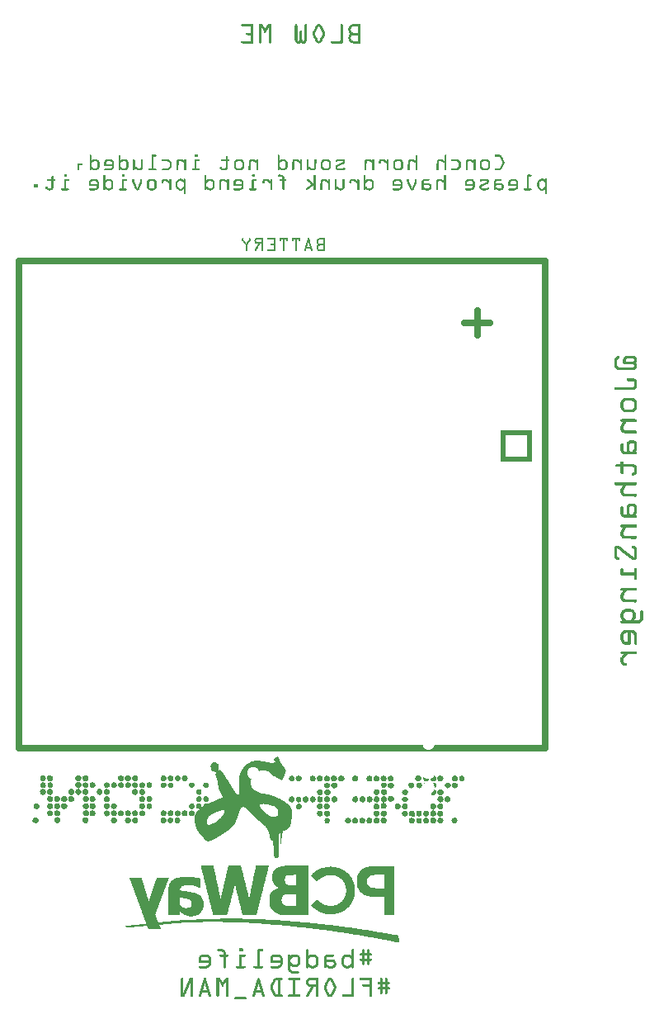
<source format=gbo>
G04 MADE WITH FRITZING*
G04 WWW.FRITZING.ORG*
G04 DOUBLE SIDED*
G04 HOLES PLATED*
G04 CONTOUR ON CENTER OF CONTOUR VECTOR*
%ASAXBY*%
%FSLAX23Y23*%
%MOIN*%
%OFA0B0*%
%SFA1.0B1.0*%
%ADD10C,0.027778*%
%ADD11R,0.001000X0.001000*%
%LNSILK0*%
G90*
G70*
G54D10*
X3266Y4589D02*
X3266Y2620D01*
D02*
X1140Y2620D02*
X1140Y4589D01*
D02*
X1140Y4589D02*
X3266Y4589D01*
D02*
X3042Y4339D02*
X2941Y4339D01*
D02*
X2992Y4389D02*
X2992Y4288D01*
G54D11*
X2040Y5543D02*
X2086Y5543D01*
X2110Y5543D02*
X2122Y5543D01*
X2146Y5543D02*
X2159Y5543D01*
X2257Y5543D02*
X2261Y5543D01*
X2297Y5543D02*
X2301Y5543D01*
X2347Y5543D02*
X2355Y5543D01*
X2441Y5543D02*
X2445Y5543D01*
X2486Y5543D02*
X2520Y5543D01*
X2039Y5542D02*
X2086Y5542D01*
X2110Y5542D02*
X2123Y5542D01*
X2146Y5542D02*
X2159Y5542D01*
X2256Y5542D02*
X2262Y5542D01*
X2295Y5542D02*
X2302Y5542D01*
X2345Y5542D02*
X2357Y5542D01*
X2440Y5542D02*
X2447Y5542D01*
X2483Y5542D02*
X2520Y5542D01*
X2038Y5541D02*
X2086Y5541D01*
X2110Y5541D02*
X2124Y5541D01*
X2145Y5541D02*
X2159Y5541D01*
X2255Y5541D02*
X2263Y5541D01*
X2295Y5541D02*
X2303Y5541D01*
X2344Y5541D02*
X2359Y5541D01*
X2439Y5541D02*
X2447Y5541D01*
X2481Y5541D02*
X2520Y5541D01*
X2038Y5540D02*
X2086Y5540D01*
X2110Y5540D02*
X2124Y5540D01*
X2144Y5540D02*
X2159Y5540D01*
X2255Y5540D02*
X2263Y5540D01*
X2294Y5540D02*
X2303Y5540D01*
X2342Y5540D02*
X2360Y5540D01*
X2439Y5540D02*
X2448Y5540D01*
X2480Y5540D02*
X2520Y5540D01*
X2038Y5539D02*
X2086Y5539D01*
X2110Y5539D02*
X2125Y5539D01*
X2144Y5539D02*
X2159Y5539D01*
X2254Y5539D02*
X2263Y5539D01*
X2294Y5539D02*
X2303Y5539D01*
X2342Y5539D02*
X2361Y5539D01*
X2439Y5539D02*
X2448Y5539D01*
X2479Y5539D02*
X2520Y5539D01*
X2038Y5538D02*
X2086Y5538D01*
X2110Y5538D02*
X2126Y5538D01*
X2143Y5538D02*
X2159Y5538D01*
X2254Y5538D02*
X2264Y5538D01*
X2294Y5538D02*
X2303Y5538D01*
X2341Y5538D02*
X2361Y5538D01*
X2439Y5538D02*
X2448Y5538D01*
X2477Y5538D02*
X2520Y5538D01*
X2038Y5537D02*
X2086Y5537D01*
X2110Y5537D02*
X2126Y5537D01*
X2142Y5537D02*
X2159Y5537D01*
X2254Y5537D02*
X2264Y5537D01*
X2294Y5537D02*
X2303Y5537D01*
X2340Y5537D02*
X2362Y5537D01*
X2439Y5537D02*
X2448Y5537D01*
X2477Y5537D02*
X2520Y5537D01*
X2039Y5536D02*
X2086Y5536D01*
X2110Y5536D02*
X2127Y5536D01*
X2141Y5536D02*
X2159Y5536D01*
X2254Y5536D02*
X2264Y5536D01*
X2294Y5536D02*
X2303Y5536D01*
X2340Y5536D02*
X2363Y5536D01*
X2439Y5536D02*
X2448Y5536D01*
X2476Y5536D02*
X2520Y5536D01*
X2039Y5535D02*
X2086Y5535D01*
X2110Y5535D02*
X2128Y5535D01*
X2141Y5535D02*
X2159Y5535D01*
X2254Y5535D02*
X2264Y5535D01*
X2294Y5535D02*
X2303Y5535D01*
X2339Y5535D02*
X2363Y5535D01*
X2439Y5535D02*
X2448Y5535D01*
X2475Y5535D02*
X2520Y5535D01*
X2041Y5534D02*
X2086Y5534D01*
X2110Y5534D02*
X2128Y5534D01*
X2140Y5534D02*
X2159Y5534D01*
X2254Y5534D02*
X2264Y5534D01*
X2294Y5534D02*
X2303Y5534D01*
X2339Y5534D02*
X2364Y5534D01*
X2439Y5534D02*
X2448Y5534D01*
X2474Y5534D02*
X2520Y5534D01*
X2077Y5533D02*
X2086Y5533D01*
X2110Y5533D02*
X2129Y5533D01*
X2139Y5533D02*
X2159Y5533D01*
X2254Y5533D02*
X2264Y5533D01*
X2294Y5533D02*
X2303Y5533D01*
X2338Y5533D02*
X2349Y5533D01*
X2353Y5533D02*
X2364Y5533D01*
X2439Y5533D02*
X2448Y5533D01*
X2474Y5533D02*
X2487Y5533D01*
X2511Y5533D02*
X2520Y5533D01*
X2077Y5532D02*
X2086Y5532D01*
X2110Y5532D02*
X2130Y5532D01*
X2139Y5532D02*
X2159Y5532D01*
X2254Y5532D02*
X2264Y5532D01*
X2294Y5532D02*
X2303Y5532D01*
X2338Y5532D02*
X2348Y5532D01*
X2354Y5532D02*
X2365Y5532D01*
X2439Y5532D02*
X2448Y5532D01*
X2473Y5532D02*
X2485Y5532D01*
X2511Y5532D02*
X2520Y5532D01*
X2077Y5531D02*
X2086Y5531D01*
X2110Y5531D02*
X2130Y5531D01*
X2138Y5531D02*
X2159Y5531D01*
X2254Y5531D02*
X2264Y5531D01*
X2294Y5531D02*
X2303Y5531D01*
X2337Y5531D02*
X2348Y5531D01*
X2355Y5531D02*
X2365Y5531D01*
X2439Y5531D02*
X2448Y5531D01*
X2473Y5531D02*
X2484Y5531D01*
X2511Y5531D02*
X2520Y5531D01*
X2077Y5530D02*
X2086Y5530D01*
X2110Y5530D02*
X2131Y5530D01*
X2137Y5530D02*
X2159Y5530D01*
X2254Y5530D02*
X2264Y5530D01*
X2294Y5530D02*
X2303Y5530D01*
X2337Y5530D02*
X2347Y5530D01*
X2355Y5530D02*
X2366Y5530D01*
X2439Y5530D02*
X2448Y5530D01*
X2472Y5530D02*
X2483Y5530D01*
X2511Y5530D02*
X2520Y5530D01*
X2077Y5529D02*
X2086Y5529D01*
X2110Y5529D02*
X2119Y5529D01*
X2121Y5529D02*
X2132Y5529D01*
X2137Y5529D02*
X2159Y5529D01*
X2254Y5529D02*
X2264Y5529D01*
X2294Y5529D02*
X2303Y5529D01*
X2336Y5529D02*
X2346Y5529D01*
X2356Y5529D02*
X2366Y5529D01*
X2439Y5529D02*
X2448Y5529D01*
X2472Y5529D02*
X2482Y5529D01*
X2511Y5529D02*
X2520Y5529D01*
X2077Y5528D02*
X2086Y5528D01*
X2110Y5528D02*
X2119Y5528D01*
X2121Y5528D02*
X2133Y5528D01*
X2136Y5528D02*
X2147Y5528D01*
X2150Y5528D02*
X2159Y5528D01*
X2254Y5528D02*
X2264Y5528D01*
X2294Y5528D02*
X2303Y5528D01*
X2336Y5528D02*
X2346Y5528D01*
X2356Y5528D02*
X2367Y5528D01*
X2439Y5528D02*
X2448Y5528D01*
X2472Y5528D02*
X2481Y5528D01*
X2511Y5528D02*
X2520Y5528D01*
X2077Y5527D02*
X2086Y5527D01*
X2110Y5527D02*
X2119Y5527D01*
X2122Y5527D02*
X2133Y5527D01*
X2135Y5527D02*
X2147Y5527D01*
X2150Y5527D02*
X2159Y5527D01*
X2254Y5527D02*
X2264Y5527D01*
X2294Y5527D02*
X2303Y5527D01*
X2335Y5527D02*
X2345Y5527D01*
X2357Y5527D02*
X2367Y5527D01*
X2439Y5527D02*
X2448Y5527D01*
X2472Y5527D02*
X2481Y5527D01*
X2511Y5527D02*
X2520Y5527D01*
X2077Y5526D02*
X2086Y5526D01*
X2110Y5526D02*
X2119Y5526D01*
X2123Y5526D02*
X2146Y5526D01*
X2150Y5526D02*
X2159Y5526D01*
X2254Y5526D02*
X2264Y5526D01*
X2294Y5526D02*
X2303Y5526D01*
X2335Y5526D02*
X2345Y5526D01*
X2357Y5526D02*
X2368Y5526D01*
X2439Y5526D02*
X2448Y5526D01*
X2471Y5526D02*
X2481Y5526D01*
X2511Y5526D02*
X2520Y5526D01*
X2077Y5525D02*
X2086Y5525D01*
X2110Y5525D02*
X2119Y5525D01*
X2123Y5525D02*
X2145Y5525D01*
X2150Y5525D02*
X2159Y5525D01*
X2254Y5525D02*
X2264Y5525D01*
X2294Y5525D02*
X2303Y5525D01*
X2334Y5525D02*
X2344Y5525D01*
X2358Y5525D02*
X2368Y5525D01*
X2439Y5525D02*
X2448Y5525D01*
X2471Y5525D02*
X2481Y5525D01*
X2511Y5525D02*
X2520Y5525D01*
X2077Y5524D02*
X2086Y5524D01*
X2110Y5524D02*
X2119Y5524D01*
X2124Y5524D02*
X2144Y5524D01*
X2150Y5524D02*
X2159Y5524D01*
X2254Y5524D02*
X2264Y5524D01*
X2294Y5524D02*
X2303Y5524D01*
X2334Y5524D02*
X2344Y5524D01*
X2358Y5524D02*
X2369Y5524D01*
X2439Y5524D02*
X2448Y5524D01*
X2471Y5524D02*
X2480Y5524D01*
X2511Y5524D02*
X2520Y5524D01*
X2077Y5523D02*
X2086Y5523D01*
X2110Y5523D02*
X2119Y5523D01*
X2125Y5523D02*
X2144Y5523D01*
X2150Y5523D02*
X2159Y5523D01*
X2254Y5523D02*
X2264Y5523D01*
X2294Y5523D02*
X2303Y5523D01*
X2333Y5523D02*
X2343Y5523D01*
X2359Y5523D02*
X2369Y5523D01*
X2439Y5523D02*
X2448Y5523D01*
X2471Y5523D02*
X2480Y5523D01*
X2511Y5523D02*
X2520Y5523D01*
X2077Y5522D02*
X2086Y5522D01*
X2110Y5522D02*
X2119Y5522D01*
X2125Y5522D02*
X2143Y5522D01*
X2150Y5522D02*
X2159Y5522D01*
X2254Y5522D02*
X2264Y5522D01*
X2294Y5522D02*
X2303Y5522D01*
X2333Y5522D02*
X2343Y5522D01*
X2359Y5522D02*
X2370Y5522D01*
X2439Y5522D02*
X2448Y5522D01*
X2471Y5522D02*
X2480Y5522D01*
X2511Y5522D02*
X2520Y5522D01*
X2077Y5521D02*
X2086Y5521D01*
X2110Y5521D02*
X2119Y5521D01*
X2126Y5521D02*
X2142Y5521D01*
X2150Y5521D02*
X2159Y5521D01*
X2254Y5521D02*
X2264Y5521D01*
X2294Y5521D02*
X2303Y5521D01*
X2332Y5521D02*
X2342Y5521D01*
X2360Y5521D02*
X2370Y5521D01*
X2439Y5521D02*
X2448Y5521D01*
X2471Y5521D02*
X2480Y5521D01*
X2511Y5521D02*
X2520Y5521D01*
X2077Y5520D02*
X2086Y5520D01*
X2110Y5520D02*
X2119Y5520D01*
X2127Y5520D02*
X2142Y5520D01*
X2150Y5520D02*
X2159Y5520D01*
X2254Y5520D02*
X2264Y5520D01*
X2294Y5520D02*
X2303Y5520D01*
X2332Y5520D02*
X2342Y5520D01*
X2360Y5520D02*
X2371Y5520D01*
X2439Y5520D02*
X2448Y5520D01*
X2471Y5520D02*
X2480Y5520D01*
X2511Y5520D02*
X2520Y5520D01*
X2077Y5519D02*
X2086Y5519D01*
X2110Y5519D02*
X2119Y5519D01*
X2128Y5519D02*
X2141Y5519D01*
X2150Y5519D02*
X2159Y5519D01*
X2254Y5519D02*
X2264Y5519D01*
X2294Y5519D02*
X2303Y5519D01*
X2331Y5519D02*
X2341Y5519D01*
X2361Y5519D02*
X2371Y5519D01*
X2439Y5519D02*
X2448Y5519D01*
X2471Y5519D02*
X2480Y5519D01*
X2511Y5519D02*
X2520Y5519D01*
X2077Y5518D02*
X2086Y5518D01*
X2110Y5518D02*
X2119Y5518D01*
X2128Y5518D02*
X2140Y5518D01*
X2150Y5518D02*
X2159Y5518D01*
X2254Y5518D02*
X2264Y5518D01*
X2278Y5518D02*
X2280Y5518D01*
X2294Y5518D02*
X2303Y5518D01*
X2331Y5518D02*
X2341Y5518D01*
X2361Y5518D02*
X2372Y5518D01*
X2439Y5518D02*
X2448Y5518D01*
X2471Y5518D02*
X2481Y5518D01*
X2511Y5518D02*
X2520Y5518D01*
X2077Y5517D02*
X2086Y5517D01*
X2110Y5517D02*
X2119Y5517D01*
X2129Y5517D02*
X2140Y5517D01*
X2150Y5517D02*
X2159Y5517D01*
X2254Y5517D02*
X2264Y5517D01*
X2276Y5517D02*
X2282Y5517D01*
X2294Y5517D02*
X2303Y5517D01*
X2330Y5517D02*
X2340Y5517D01*
X2362Y5517D02*
X2372Y5517D01*
X2439Y5517D02*
X2448Y5517D01*
X2472Y5517D02*
X2481Y5517D01*
X2511Y5517D02*
X2520Y5517D01*
X2077Y5516D02*
X2086Y5516D01*
X2110Y5516D02*
X2119Y5516D01*
X2130Y5516D02*
X2139Y5516D01*
X2150Y5516D02*
X2159Y5516D01*
X2254Y5516D02*
X2264Y5516D01*
X2275Y5516D02*
X2283Y5516D01*
X2294Y5516D02*
X2303Y5516D01*
X2330Y5516D02*
X2340Y5516D01*
X2362Y5516D02*
X2373Y5516D01*
X2439Y5516D02*
X2448Y5516D01*
X2472Y5516D02*
X2481Y5516D01*
X2511Y5516D02*
X2520Y5516D01*
X2077Y5515D02*
X2086Y5515D01*
X2110Y5515D02*
X2119Y5515D01*
X2130Y5515D02*
X2139Y5515D01*
X2150Y5515D02*
X2159Y5515D01*
X2254Y5515D02*
X2264Y5515D01*
X2275Y5515D02*
X2283Y5515D01*
X2294Y5515D02*
X2303Y5515D01*
X2329Y5515D02*
X2339Y5515D01*
X2363Y5515D02*
X2373Y5515D01*
X2439Y5515D02*
X2448Y5515D01*
X2472Y5515D02*
X2482Y5515D01*
X2511Y5515D02*
X2520Y5515D01*
X2077Y5514D02*
X2086Y5514D01*
X2110Y5514D02*
X2119Y5514D01*
X2130Y5514D02*
X2139Y5514D01*
X2150Y5514D02*
X2159Y5514D01*
X2254Y5514D02*
X2264Y5514D01*
X2274Y5514D02*
X2283Y5514D01*
X2294Y5514D02*
X2303Y5514D01*
X2329Y5514D02*
X2339Y5514D01*
X2363Y5514D02*
X2374Y5514D01*
X2439Y5514D02*
X2448Y5514D01*
X2472Y5514D02*
X2483Y5514D01*
X2511Y5514D02*
X2520Y5514D01*
X2077Y5513D02*
X2086Y5513D01*
X2110Y5513D02*
X2119Y5513D01*
X2130Y5513D02*
X2139Y5513D01*
X2150Y5513D02*
X2159Y5513D01*
X2254Y5513D02*
X2264Y5513D01*
X2274Y5513D02*
X2283Y5513D01*
X2294Y5513D02*
X2303Y5513D01*
X2328Y5513D02*
X2338Y5513D01*
X2364Y5513D02*
X2374Y5513D01*
X2439Y5513D02*
X2448Y5513D01*
X2473Y5513D02*
X2483Y5513D01*
X2511Y5513D02*
X2520Y5513D01*
X2077Y5512D02*
X2086Y5512D01*
X2110Y5512D02*
X2119Y5512D01*
X2130Y5512D02*
X2139Y5512D01*
X2150Y5512D02*
X2159Y5512D01*
X2254Y5512D02*
X2264Y5512D01*
X2274Y5512D02*
X2283Y5512D01*
X2294Y5512D02*
X2303Y5512D01*
X2328Y5512D02*
X2338Y5512D01*
X2364Y5512D02*
X2374Y5512D01*
X2439Y5512D02*
X2448Y5512D01*
X2473Y5512D02*
X2485Y5512D01*
X2511Y5512D02*
X2520Y5512D01*
X2077Y5511D02*
X2086Y5511D01*
X2110Y5511D02*
X2119Y5511D01*
X2130Y5511D02*
X2138Y5511D01*
X2150Y5511D02*
X2159Y5511D01*
X2254Y5511D02*
X2264Y5511D01*
X2274Y5511D02*
X2283Y5511D01*
X2294Y5511D02*
X2303Y5511D01*
X2328Y5511D02*
X2337Y5511D01*
X2365Y5511D02*
X2375Y5511D01*
X2439Y5511D02*
X2448Y5511D01*
X2473Y5511D02*
X2486Y5511D01*
X2511Y5511D02*
X2520Y5511D01*
X2077Y5510D02*
X2086Y5510D01*
X2110Y5510D02*
X2119Y5510D01*
X2131Y5510D02*
X2137Y5510D01*
X2150Y5510D02*
X2159Y5510D01*
X2254Y5510D02*
X2264Y5510D01*
X2274Y5510D02*
X2283Y5510D01*
X2294Y5510D02*
X2303Y5510D01*
X2327Y5510D02*
X2337Y5510D01*
X2365Y5510D02*
X2375Y5510D01*
X2439Y5510D02*
X2448Y5510D01*
X2474Y5510D02*
X2490Y5510D01*
X2511Y5510D02*
X2520Y5510D01*
X2060Y5509D02*
X2086Y5509D01*
X2110Y5509D02*
X2119Y5509D01*
X2132Y5509D02*
X2136Y5509D01*
X2150Y5509D02*
X2159Y5509D01*
X2254Y5509D02*
X2264Y5509D01*
X2274Y5509D02*
X2283Y5509D01*
X2294Y5509D02*
X2303Y5509D01*
X2327Y5509D02*
X2337Y5509D01*
X2366Y5509D02*
X2375Y5509D01*
X2439Y5509D02*
X2448Y5509D01*
X2475Y5509D02*
X2520Y5509D01*
X2059Y5508D02*
X2086Y5508D01*
X2110Y5508D02*
X2119Y5508D01*
X2150Y5508D02*
X2159Y5508D01*
X2254Y5508D02*
X2264Y5508D01*
X2274Y5508D02*
X2283Y5508D01*
X2294Y5508D02*
X2303Y5508D01*
X2327Y5508D02*
X2336Y5508D01*
X2366Y5508D02*
X2375Y5508D01*
X2439Y5508D02*
X2448Y5508D01*
X2475Y5508D02*
X2520Y5508D01*
X2058Y5507D02*
X2086Y5507D01*
X2110Y5507D02*
X2119Y5507D01*
X2150Y5507D02*
X2159Y5507D01*
X2254Y5507D02*
X2264Y5507D01*
X2274Y5507D02*
X2283Y5507D01*
X2294Y5507D02*
X2303Y5507D01*
X2327Y5507D02*
X2336Y5507D01*
X2366Y5507D02*
X2375Y5507D01*
X2439Y5507D02*
X2448Y5507D01*
X2476Y5507D02*
X2520Y5507D01*
X2058Y5506D02*
X2086Y5506D01*
X2110Y5506D02*
X2119Y5506D01*
X2150Y5506D02*
X2159Y5506D01*
X2254Y5506D02*
X2264Y5506D01*
X2274Y5506D02*
X2283Y5506D01*
X2294Y5506D02*
X2303Y5506D01*
X2327Y5506D02*
X2336Y5506D01*
X2366Y5506D02*
X2375Y5506D01*
X2439Y5506D02*
X2448Y5506D01*
X2477Y5506D02*
X2520Y5506D01*
X2057Y5505D02*
X2086Y5505D01*
X2110Y5505D02*
X2119Y5505D01*
X2150Y5505D02*
X2159Y5505D01*
X2254Y5505D02*
X2264Y5505D01*
X2274Y5505D02*
X2283Y5505D01*
X2294Y5505D02*
X2303Y5505D01*
X2327Y5505D02*
X2336Y5505D01*
X2366Y5505D02*
X2375Y5505D01*
X2439Y5505D02*
X2448Y5505D01*
X2478Y5505D02*
X2520Y5505D01*
X2058Y5504D02*
X2086Y5504D01*
X2110Y5504D02*
X2119Y5504D01*
X2150Y5504D02*
X2159Y5504D01*
X2254Y5504D02*
X2264Y5504D01*
X2274Y5504D02*
X2283Y5504D01*
X2294Y5504D02*
X2303Y5504D01*
X2327Y5504D02*
X2336Y5504D01*
X2366Y5504D02*
X2375Y5504D01*
X2439Y5504D02*
X2448Y5504D01*
X2477Y5504D02*
X2520Y5504D01*
X2058Y5503D02*
X2086Y5503D01*
X2110Y5503D02*
X2119Y5503D01*
X2150Y5503D02*
X2159Y5503D01*
X2254Y5503D02*
X2264Y5503D01*
X2274Y5503D02*
X2283Y5503D01*
X2294Y5503D02*
X2303Y5503D01*
X2327Y5503D02*
X2336Y5503D01*
X2366Y5503D02*
X2375Y5503D01*
X2439Y5503D02*
X2448Y5503D01*
X2477Y5503D02*
X2520Y5503D01*
X2058Y5502D02*
X2086Y5502D01*
X2110Y5502D02*
X2119Y5502D01*
X2150Y5502D02*
X2159Y5502D01*
X2254Y5502D02*
X2264Y5502D01*
X2274Y5502D02*
X2283Y5502D01*
X2294Y5502D02*
X2303Y5502D01*
X2327Y5502D02*
X2336Y5502D01*
X2366Y5502D02*
X2375Y5502D01*
X2439Y5502D02*
X2448Y5502D01*
X2476Y5502D02*
X2520Y5502D01*
X2059Y5501D02*
X2086Y5501D01*
X2110Y5501D02*
X2119Y5501D01*
X2150Y5501D02*
X2159Y5501D01*
X2254Y5501D02*
X2264Y5501D01*
X2274Y5501D02*
X2283Y5501D01*
X2294Y5501D02*
X2303Y5501D01*
X2327Y5501D02*
X2337Y5501D01*
X2366Y5501D02*
X2375Y5501D01*
X2439Y5501D02*
X2448Y5501D01*
X2475Y5501D02*
X2520Y5501D01*
X2062Y5500D02*
X2086Y5500D01*
X2110Y5500D02*
X2119Y5500D01*
X2150Y5500D02*
X2159Y5500D01*
X2254Y5500D02*
X2264Y5500D01*
X2274Y5500D02*
X2283Y5500D01*
X2294Y5500D02*
X2303Y5500D01*
X2327Y5500D02*
X2337Y5500D01*
X2365Y5500D02*
X2375Y5500D01*
X2439Y5500D02*
X2448Y5500D01*
X2474Y5500D02*
X2520Y5500D01*
X2077Y5499D02*
X2086Y5499D01*
X2110Y5499D02*
X2119Y5499D01*
X2150Y5499D02*
X2159Y5499D01*
X2254Y5499D02*
X2264Y5499D01*
X2274Y5499D02*
X2283Y5499D01*
X2294Y5499D02*
X2303Y5499D01*
X2328Y5499D02*
X2337Y5499D01*
X2365Y5499D02*
X2375Y5499D01*
X2439Y5499D02*
X2448Y5499D01*
X2474Y5499D02*
X2486Y5499D01*
X2511Y5499D02*
X2520Y5499D01*
X2077Y5498D02*
X2086Y5498D01*
X2110Y5498D02*
X2119Y5498D01*
X2150Y5498D02*
X2159Y5498D01*
X2254Y5498D02*
X2264Y5498D01*
X2274Y5498D02*
X2283Y5498D01*
X2294Y5498D02*
X2303Y5498D01*
X2328Y5498D02*
X2338Y5498D01*
X2365Y5498D02*
X2374Y5498D01*
X2439Y5498D02*
X2448Y5498D01*
X2473Y5498D02*
X2485Y5498D01*
X2511Y5498D02*
X2520Y5498D01*
X2077Y5497D02*
X2086Y5497D01*
X2110Y5497D02*
X2119Y5497D01*
X2150Y5497D02*
X2159Y5497D01*
X2254Y5497D02*
X2264Y5497D01*
X2274Y5497D02*
X2283Y5497D01*
X2294Y5497D02*
X2303Y5497D01*
X2328Y5497D02*
X2338Y5497D01*
X2364Y5497D02*
X2374Y5497D01*
X2439Y5497D02*
X2448Y5497D01*
X2473Y5497D02*
X2484Y5497D01*
X2511Y5497D02*
X2520Y5497D01*
X2077Y5496D02*
X2086Y5496D01*
X2110Y5496D02*
X2119Y5496D01*
X2150Y5496D02*
X2159Y5496D01*
X2254Y5496D02*
X2264Y5496D01*
X2274Y5496D02*
X2283Y5496D01*
X2294Y5496D02*
X2303Y5496D01*
X2329Y5496D02*
X2339Y5496D01*
X2364Y5496D02*
X2374Y5496D01*
X2439Y5496D02*
X2448Y5496D01*
X2472Y5496D02*
X2483Y5496D01*
X2511Y5496D02*
X2520Y5496D01*
X2077Y5495D02*
X2086Y5495D01*
X2110Y5495D02*
X2119Y5495D01*
X2150Y5495D02*
X2159Y5495D01*
X2254Y5495D02*
X2264Y5495D01*
X2274Y5495D02*
X2283Y5495D01*
X2294Y5495D02*
X2303Y5495D01*
X2329Y5495D02*
X2339Y5495D01*
X2363Y5495D02*
X2373Y5495D01*
X2439Y5495D02*
X2448Y5495D01*
X2472Y5495D02*
X2482Y5495D01*
X2511Y5495D02*
X2520Y5495D01*
X2077Y5494D02*
X2086Y5494D01*
X2110Y5494D02*
X2119Y5494D01*
X2150Y5494D02*
X2159Y5494D01*
X2254Y5494D02*
X2264Y5494D01*
X2274Y5494D02*
X2283Y5494D01*
X2294Y5494D02*
X2303Y5494D01*
X2329Y5494D02*
X2340Y5494D01*
X2363Y5494D02*
X2373Y5494D01*
X2439Y5494D02*
X2448Y5494D01*
X2472Y5494D02*
X2481Y5494D01*
X2511Y5494D02*
X2520Y5494D01*
X2077Y5493D02*
X2086Y5493D01*
X2110Y5493D02*
X2119Y5493D01*
X2150Y5493D02*
X2159Y5493D01*
X2254Y5493D02*
X2264Y5493D01*
X2274Y5493D02*
X2283Y5493D01*
X2294Y5493D02*
X2303Y5493D01*
X2330Y5493D02*
X2340Y5493D01*
X2362Y5493D02*
X2372Y5493D01*
X2439Y5493D02*
X2448Y5493D01*
X2472Y5493D02*
X2481Y5493D01*
X2511Y5493D02*
X2520Y5493D01*
X2077Y5492D02*
X2086Y5492D01*
X2110Y5492D02*
X2119Y5492D01*
X2150Y5492D02*
X2159Y5492D01*
X2254Y5492D02*
X2264Y5492D01*
X2274Y5492D02*
X2283Y5492D01*
X2294Y5492D02*
X2303Y5492D01*
X2330Y5492D02*
X2341Y5492D01*
X2362Y5492D02*
X2372Y5492D01*
X2439Y5492D02*
X2448Y5492D01*
X2471Y5492D02*
X2481Y5492D01*
X2511Y5492D02*
X2520Y5492D01*
X2077Y5491D02*
X2086Y5491D01*
X2110Y5491D02*
X2119Y5491D01*
X2150Y5491D02*
X2159Y5491D01*
X2254Y5491D02*
X2264Y5491D01*
X2274Y5491D02*
X2283Y5491D01*
X2294Y5491D02*
X2303Y5491D01*
X2331Y5491D02*
X2341Y5491D01*
X2361Y5491D02*
X2371Y5491D01*
X2439Y5491D02*
X2448Y5491D01*
X2471Y5491D02*
X2481Y5491D01*
X2511Y5491D02*
X2520Y5491D01*
X2077Y5490D02*
X2086Y5490D01*
X2110Y5490D02*
X2119Y5490D01*
X2150Y5490D02*
X2159Y5490D01*
X2254Y5490D02*
X2264Y5490D01*
X2274Y5490D02*
X2283Y5490D01*
X2294Y5490D02*
X2303Y5490D01*
X2331Y5490D02*
X2342Y5490D01*
X2361Y5490D02*
X2371Y5490D01*
X2439Y5490D02*
X2448Y5490D01*
X2471Y5490D02*
X2480Y5490D01*
X2511Y5490D02*
X2520Y5490D01*
X2077Y5489D02*
X2086Y5489D01*
X2110Y5489D02*
X2119Y5489D01*
X2150Y5489D02*
X2159Y5489D01*
X2254Y5489D02*
X2264Y5489D01*
X2274Y5489D02*
X2283Y5489D01*
X2294Y5489D02*
X2303Y5489D01*
X2332Y5489D02*
X2342Y5489D01*
X2360Y5489D02*
X2370Y5489D01*
X2439Y5489D02*
X2448Y5489D01*
X2471Y5489D02*
X2480Y5489D01*
X2511Y5489D02*
X2520Y5489D01*
X2077Y5488D02*
X2086Y5488D01*
X2110Y5488D02*
X2119Y5488D01*
X2150Y5488D02*
X2159Y5488D01*
X2254Y5488D02*
X2264Y5488D01*
X2274Y5488D02*
X2283Y5488D01*
X2294Y5488D02*
X2303Y5488D01*
X2332Y5488D02*
X2343Y5488D01*
X2360Y5488D02*
X2370Y5488D01*
X2439Y5488D02*
X2448Y5488D01*
X2471Y5488D02*
X2480Y5488D01*
X2511Y5488D02*
X2520Y5488D01*
X2077Y5487D02*
X2086Y5487D01*
X2110Y5487D02*
X2119Y5487D01*
X2150Y5487D02*
X2159Y5487D01*
X2254Y5487D02*
X2264Y5487D01*
X2274Y5487D02*
X2283Y5487D01*
X2294Y5487D02*
X2303Y5487D01*
X2333Y5487D02*
X2343Y5487D01*
X2359Y5487D02*
X2369Y5487D01*
X2439Y5487D02*
X2448Y5487D01*
X2471Y5487D02*
X2480Y5487D01*
X2511Y5487D02*
X2520Y5487D01*
X2077Y5486D02*
X2086Y5486D01*
X2110Y5486D02*
X2119Y5486D01*
X2150Y5486D02*
X2159Y5486D01*
X2254Y5486D02*
X2264Y5486D01*
X2274Y5486D02*
X2283Y5486D01*
X2294Y5486D02*
X2303Y5486D01*
X2333Y5486D02*
X2344Y5486D01*
X2358Y5486D02*
X2369Y5486D01*
X2439Y5486D02*
X2448Y5486D01*
X2471Y5486D02*
X2480Y5486D01*
X2511Y5486D02*
X2520Y5486D01*
X2077Y5485D02*
X2086Y5485D01*
X2110Y5485D02*
X2119Y5485D01*
X2150Y5485D02*
X2159Y5485D01*
X2254Y5485D02*
X2264Y5485D01*
X2274Y5485D02*
X2283Y5485D01*
X2294Y5485D02*
X2303Y5485D01*
X2334Y5485D02*
X2344Y5485D01*
X2358Y5485D02*
X2368Y5485D01*
X2439Y5485D02*
X2448Y5485D01*
X2471Y5485D02*
X2480Y5485D01*
X2511Y5485D02*
X2520Y5485D01*
X2077Y5484D02*
X2086Y5484D01*
X2110Y5484D02*
X2119Y5484D01*
X2150Y5484D02*
X2159Y5484D01*
X2254Y5484D02*
X2264Y5484D01*
X2274Y5484D02*
X2283Y5484D01*
X2294Y5484D02*
X2303Y5484D01*
X2334Y5484D02*
X2345Y5484D01*
X2357Y5484D02*
X2368Y5484D01*
X2439Y5484D02*
X2448Y5484D01*
X2471Y5484D02*
X2481Y5484D01*
X2511Y5484D02*
X2520Y5484D01*
X2077Y5483D02*
X2086Y5483D01*
X2110Y5483D02*
X2119Y5483D01*
X2150Y5483D02*
X2159Y5483D01*
X2254Y5483D02*
X2264Y5483D01*
X2274Y5483D02*
X2283Y5483D01*
X2294Y5483D02*
X2303Y5483D01*
X2335Y5483D02*
X2345Y5483D01*
X2357Y5483D02*
X2367Y5483D01*
X2439Y5483D02*
X2448Y5483D01*
X2472Y5483D02*
X2481Y5483D01*
X2511Y5483D02*
X2520Y5483D01*
X2077Y5482D02*
X2086Y5482D01*
X2110Y5482D02*
X2119Y5482D01*
X2150Y5482D02*
X2159Y5482D01*
X2254Y5482D02*
X2264Y5482D01*
X2274Y5482D02*
X2283Y5482D01*
X2294Y5482D02*
X2303Y5482D01*
X2335Y5482D02*
X2346Y5482D01*
X2356Y5482D02*
X2367Y5482D01*
X2439Y5482D02*
X2448Y5482D01*
X2472Y5482D02*
X2481Y5482D01*
X2511Y5482D02*
X2520Y5482D01*
X2077Y5481D02*
X2086Y5481D01*
X2110Y5481D02*
X2119Y5481D01*
X2150Y5481D02*
X2159Y5481D01*
X2254Y5481D02*
X2264Y5481D01*
X2274Y5481D02*
X2283Y5481D01*
X2294Y5481D02*
X2303Y5481D01*
X2336Y5481D02*
X2346Y5481D01*
X2356Y5481D02*
X2366Y5481D01*
X2439Y5481D02*
X2448Y5481D01*
X2472Y5481D02*
X2482Y5481D01*
X2511Y5481D02*
X2520Y5481D01*
X2077Y5480D02*
X2086Y5480D01*
X2110Y5480D02*
X2119Y5480D01*
X2150Y5480D02*
X2159Y5480D01*
X2254Y5480D02*
X2264Y5480D01*
X2274Y5480D02*
X2284Y5480D01*
X2294Y5480D02*
X2303Y5480D01*
X2336Y5480D02*
X2347Y5480D01*
X2355Y5480D02*
X2366Y5480D01*
X2439Y5480D02*
X2448Y5480D01*
X2472Y5480D02*
X2483Y5480D01*
X2511Y5480D02*
X2520Y5480D01*
X2077Y5479D02*
X2086Y5479D01*
X2110Y5479D02*
X2119Y5479D01*
X2150Y5479D02*
X2159Y5479D01*
X2254Y5479D02*
X2265Y5479D01*
X2273Y5479D02*
X2285Y5479D01*
X2293Y5479D02*
X2303Y5479D01*
X2337Y5479D02*
X2347Y5479D01*
X2355Y5479D02*
X2365Y5479D01*
X2439Y5479D02*
X2448Y5479D01*
X2473Y5479D02*
X2483Y5479D01*
X2511Y5479D02*
X2520Y5479D01*
X2077Y5478D02*
X2086Y5478D01*
X2110Y5478D02*
X2119Y5478D01*
X2150Y5478D02*
X2159Y5478D01*
X2254Y5478D02*
X2265Y5478D01*
X2273Y5478D02*
X2285Y5478D01*
X2292Y5478D02*
X2303Y5478D01*
X2337Y5478D02*
X2348Y5478D01*
X2354Y5478D02*
X2365Y5478D01*
X2439Y5478D02*
X2448Y5478D01*
X2473Y5478D02*
X2485Y5478D01*
X2511Y5478D02*
X2520Y5478D01*
X2077Y5477D02*
X2086Y5477D01*
X2110Y5477D02*
X2119Y5477D01*
X2150Y5477D02*
X2159Y5477D01*
X2255Y5477D02*
X2266Y5477D01*
X2272Y5477D02*
X2286Y5477D01*
X2292Y5477D02*
X2303Y5477D01*
X2338Y5477D02*
X2348Y5477D01*
X2354Y5477D02*
X2364Y5477D01*
X2439Y5477D02*
X2448Y5477D01*
X2474Y5477D02*
X2486Y5477D01*
X2511Y5477D02*
X2520Y5477D01*
X2077Y5476D02*
X2086Y5476D01*
X2110Y5476D02*
X2119Y5476D01*
X2150Y5476D02*
X2159Y5476D01*
X2256Y5476D02*
X2267Y5476D01*
X2271Y5476D02*
X2287Y5476D01*
X2291Y5476D02*
X2302Y5476D01*
X2338Y5476D02*
X2350Y5476D01*
X2352Y5476D02*
X2364Y5476D01*
X2438Y5476D02*
X2448Y5476D01*
X2474Y5476D02*
X2490Y5476D01*
X2511Y5476D02*
X2520Y5476D01*
X2040Y5475D02*
X2086Y5475D01*
X2110Y5475D02*
X2119Y5475D01*
X2150Y5475D02*
X2159Y5475D01*
X2256Y5475D02*
X2301Y5475D01*
X2339Y5475D02*
X2363Y5475D01*
X2401Y5475D02*
X2448Y5475D01*
X2475Y5475D02*
X2520Y5475D01*
X2039Y5474D02*
X2086Y5474D01*
X2110Y5474D02*
X2119Y5474D01*
X2150Y5474D02*
X2159Y5474D01*
X2257Y5474D02*
X2301Y5474D01*
X2339Y5474D02*
X2363Y5474D01*
X2400Y5474D02*
X2448Y5474D01*
X2475Y5474D02*
X2520Y5474D01*
X2038Y5473D02*
X2086Y5473D01*
X2110Y5473D02*
X2119Y5473D01*
X2150Y5473D02*
X2159Y5473D01*
X2257Y5473D02*
X2300Y5473D01*
X2340Y5473D02*
X2362Y5473D01*
X2400Y5473D02*
X2448Y5473D01*
X2476Y5473D02*
X2520Y5473D01*
X2038Y5472D02*
X2086Y5472D01*
X2110Y5472D02*
X2119Y5472D01*
X2150Y5472D02*
X2159Y5472D01*
X2258Y5472D02*
X2300Y5472D01*
X2341Y5472D02*
X2362Y5472D01*
X2399Y5472D02*
X2448Y5472D01*
X2477Y5472D02*
X2520Y5472D01*
X2038Y5471D02*
X2086Y5471D01*
X2110Y5471D02*
X2119Y5471D01*
X2150Y5471D02*
X2159Y5471D01*
X2259Y5471D02*
X2299Y5471D01*
X2341Y5471D02*
X2361Y5471D01*
X2399Y5471D02*
X2448Y5471D01*
X2478Y5471D02*
X2520Y5471D01*
X2038Y5470D02*
X2086Y5470D01*
X2110Y5470D02*
X2119Y5470D01*
X2150Y5470D02*
X2158Y5470D01*
X2259Y5470D02*
X2299Y5470D01*
X2342Y5470D02*
X2360Y5470D01*
X2399Y5470D02*
X2448Y5470D01*
X2480Y5470D02*
X2520Y5470D01*
X2038Y5469D02*
X2086Y5469D01*
X2110Y5469D02*
X2118Y5469D01*
X2150Y5469D02*
X2158Y5469D01*
X2260Y5469D02*
X2298Y5469D01*
X2343Y5469D02*
X2359Y5469D01*
X2399Y5469D02*
X2448Y5469D01*
X2481Y5469D02*
X2520Y5469D01*
X2039Y5468D02*
X2086Y5468D01*
X2111Y5468D02*
X2118Y5468D01*
X2151Y5468D02*
X2158Y5468D01*
X2260Y5468D02*
X2277Y5468D01*
X2280Y5468D02*
X2297Y5468D01*
X2345Y5468D02*
X2358Y5468D01*
X2400Y5468D02*
X2448Y5468D01*
X2483Y5468D02*
X2520Y5468D01*
X2040Y5467D02*
X2086Y5467D01*
X2112Y5467D02*
X2117Y5467D01*
X2152Y5467D02*
X2157Y5467D01*
X2261Y5467D02*
X2276Y5467D01*
X2281Y5467D02*
X2296Y5467D01*
X2346Y5467D02*
X2356Y5467D01*
X2401Y5467D02*
X2448Y5467D01*
X2485Y5467D02*
X2520Y5467D01*
X2042Y5466D02*
X2086Y5466D01*
X2114Y5466D02*
X2115Y5466D01*
X2154Y5466D02*
X2154Y5466D01*
X2263Y5466D02*
X2274Y5466D01*
X2284Y5466D02*
X2294Y5466D01*
X2350Y5466D02*
X2352Y5466D01*
X2403Y5466D02*
X2447Y5466D01*
X2490Y5466D02*
X2520Y5466D01*
X1852Y5019D02*
X1859Y5019D01*
X1851Y5018D02*
X1861Y5018D01*
X1851Y5017D02*
X1861Y5017D01*
X1428Y5016D02*
X1429Y5016D01*
X1545Y5016D02*
X1546Y5016D01*
X1678Y5016D02*
X1691Y5016D01*
X1850Y5016D02*
X1861Y5016D01*
X2188Y5016D02*
X2189Y5016D01*
X2746Y5016D02*
X2747Y5016D01*
X2863Y5016D02*
X2864Y5016D01*
X3064Y5016D02*
X3082Y5016D01*
X1426Y5015D02*
X1431Y5015D01*
X1543Y5015D02*
X1548Y5015D01*
X1676Y5015D02*
X1693Y5015D01*
X1850Y5015D02*
X1862Y5015D01*
X2186Y5015D02*
X2191Y5015D01*
X2744Y5015D02*
X2749Y5015D01*
X2861Y5015D02*
X2866Y5015D01*
X3063Y5015D02*
X3085Y5015D01*
X1426Y5014D02*
X1432Y5014D01*
X1543Y5014D02*
X1549Y5014D01*
X1676Y5014D02*
X1694Y5014D01*
X1850Y5014D02*
X1862Y5014D01*
X2185Y5014D02*
X2191Y5014D01*
X2743Y5014D02*
X2750Y5014D01*
X2860Y5014D02*
X2866Y5014D01*
X3062Y5014D02*
X3087Y5014D01*
X1425Y5013D02*
X1432Y5013D01*
X1542Y5013D02*
X1549Y5013D01*
X1675Y5013D02*
X1694Y5013D01*
X1850Y5013D02*
X1862Y5013D01*
X2185Y5013D02*
X2192Y5013D01*
X2743Y5013D02*
X2750Y5013D01*
X2860Y5013D02*
X2867Y5013D01*
X3062Y5013D02*
X3088Y5013D01*
X1425Y5012D02*
X1432Y5012D01*
X1542Y5012D02*
X1549Y5012D01*
X1675Y5012D02*
X1694Y5012D01*
X1850Y5012D02*
X1861Y5012D01*
X1977Y5012D02*
X1981Y5012D01*
X2185Y5012D02*
X2192Y5012D01*
X2743Y5012D02*
X2750Y5012D01*
X2860Y5012D02*
X2867Y5012D01*
X3061Y5012D02*
X3089Y5012D01*
X1425Y5011D02*
X1432Y5011D01*
X1542Y5011D02*
X1549Y5011D01*
X1675Y5011D02*
X1694Y5011D01*
X1851Y5011D02*
X1861Y5011D01*
X1976Y5011D02*
X1982Y5011D01*
X2185Y5011D02*
X2192Y5011D01*
X2743Y5011D02*
X2750Y5011D01*
X2860Y5011D02*
X2867Y5011D01*
X3062Y5011D02*
X3090Y5011D01*
X1425Y5010D02*
X1432Y5010D01*
X1542Y5010D02*
X1549Y5010D01*
X1675Y5010D02*
X1693Y5010D01*
X1851Y5010D02*
X1861Y5010D01*
X1975Y5010D02*
X1982Y5010D01*
X2185Y5010D02*
X2192Y5010D01*
X2743Y5010D02*
X2750Y5010D01*
X2860Y5010D02*
X2867Y5010D01*
X3062Y5010D02*
X3090Y5010D01*
X1425Y5009D02*
X1432Y5009D01*
X1542Y5009D02*
X1549Y5009D01*
X1675Y5009D02*
X1693Y5009D01*
X1852Y5009D02*
X1860Y5009D01*
X1975Y5009D02*
X1982Y5009D01*
X2185Y5009D02*
X2192Y5009D01*
X2743Y5009D02*
X2750Y5009D01*
X2860Y5009D02*
X2867Y5009D01*
X3063Y5009D02*
X3091Y5009D01*
X1425Y5008D02*
X1432Y5008D01*
X1542Y5008D02*
X1549Y5008D01*
X1675Y5008D02*
X1683Y5008D01*
X1975Y5008D02*
X1982Y5008D01*
X2185Y5008D02*
X2192Y5008D01*
X2743Y5008D02*
X2750Y5008D01*
X2860Y5008D02*
X2867Y5008D01*
X3081Y5008D02*
X3091Y5008D01*
X1425Y5007D02*
X1432Y5007D01*
X1542Y5007D02*
X1549Y5007D01*
X1675Y5007D02*
X1682Y5007D01*
X1975Y5007D02*
X1982Y5007D01*
X2185Y5007D02*
X2192Y5007D01*
X2743Y5007D02*
X2750Y5007D01*
X2860Y5007D02*
X2867Y5007D01*
X3083Y5007D02*
X3092Y5007D01*
X1425Y5006D02*
X1432Y5006D01*
X1542Y5006D02*
X1549Y5006D01*
X1675Y5006D02*
X1682Y5006D01*
X1975Y5006D02*
X1982Y5006D01*
X2185Y5006D02*
X2192Y5006D01*
X2743Y5006D02*
X2750Y5006D01*
X2860Y5006D02*
X2867Y5006D01*
X3084Y5006D02*
X3092Y5006D01*
X1425Y5005D02*
X1432Y5005D01*
X1542Y5005D02*
X1549Y5005D01*
X1675Y5005D02*
X1682Y5005D01*
X1975Y5005D02*
X1982Y5005D01*
X2185Y5005D02*
X2192Y5005D01*
X2743Y5005D02*
X2750Y5005D01*
X2860Y5005D02*
X2867Y5005D01*
X3085Y5005D02*
X3093Y5005D01*
X1425Y5004D02*
X1432Y5004D01*
X1542Y5004D02*
X1549Y5004D01*
X1675Y5004D02*
X1682Y5004D01*
X1975Y5004D02*
X1982Y5004D01*
X2185Y5004D02*
X2192Y5004D01*
X2743Y5004D02*
X2750Y5004D01*
X2860Y5004D02*
X2867Y5004D01*
X3085Y5004D02*
X3093Y5004D01*
X1425Y5003D02*
X1432Y5003D01*
X1542Y5003D02*
X1549Y5003D01*
X1675Y5003D02*
X1682Y5003D01*
X1975Y5003D02*
X1982Y5003D01*
X2185Y5003D02*
X2192Y5003D01*
X2743Y5003D02*
X2750Y5003D01*
X2860Y5003D02*
X2867Y5003D01*
X3086Y5003D02*
X3094Y5003D01*
X1425Y5002D02*
X1432Y5002D01*
X1542Y5002D02*
X1549Y5002D01*
X1675Y5002D02*
X1682Y5002D01*
X1975Y5002D02*
X1982Y5002D01*
X2185Y5002D02*
X2192Y5002D01*
X2743Y5002D02*
X2750Y5002D01*
X2860Y5002D02*
X2867Y5002D01*
X3086Y5002D02*
X3094Y5002D01*
X1425Y5001D02*
X1432Y5001D01*
X1542Y5001D02*
X1549Y5001D01*
X1675Y5001D02*
X1682Y5001D01*
X1975Y5001D02*
X1982Y5001D01*
X2185Y5001D02*
X2192Y5001D01*
X2743Y5001D02*
X2750Y5001D01*
X2860Y5001D02*
X2867Y5001D01*
X3087Y5001D02*
X3095Y5001D01*
X1425Y5000D02*
X1432Y5000D01*
X1542Y5000D02*
X1549Y5000D01*
X1675Y5000D02*
X1682Y5000D01*
X1975Y5000D02*
X1982Y5000D01*
X2185Y5000D02*
X2192Y5000D01*
X2743Y5000D02*
X2750Y5000D01*
X2860Y5000D02*
X2867Y5000D01*
X3087Y5000D02*
X3095Y5000D01*
X1425Y4999D02*
X1432Y4999D01*
X1444Y4999D02*
X1450Y4999D01*
X1497Y4999D02*
X1509Y4999D01*
X1542Y4999D02*
X1549Y4999D01*
X1560Y4999D02*
X1567Y4999D01*
X1604Y4999D02*
X1604Y4999D01*
X1636Y4999D02*
X1636Y4999D01*
X1675Y4999D02*
X1682Y4999D01*
X1721Y4999D02*
X1738Y4999D01*
X1788Y4999D02*
X1794Y4999D01*
X1854Y4999D02*
X1866Y4999D01*
X1959Y4999D02*
X1987Y4999D01*
X2023Y4999D02*
X2035Y4999D01*
X2080Y4999D02*
X2086Y4999D01*
X2104Y4999D02*
X2104Y4999D01*
X2185Y4999D02*
X2192Y4999D01*
X2203Y4999D02*
X2210Y4999D01*
X2256Y4999D02*
X2261Y4999D01*
X2279Y4999D02*
X2279Y4999D01*
X2305Y4999D02*
X2305Y4999D01*
X2374Y4999D02*
X2385Y4999D01*
X2429Y4999D02*
X2447Y4999D01*
X2548Y4999D02*
X2553Y4999D01*
X2571Y4999D02*
X2571Y4999D01*
X2605Y4999D02*
X2614Y4999D01*
X2630Y4999D02*
X2630Y4999D01*
X2666Y4999D02*
X2678Y4999D01*
X2723Y4999D02*
X2729Y4999D01*
X2743Y4999D02*
X2750Y4999D01*
X2840Y4999D02*
X2846Y4999D01*
X2860Y4999D02*
X2867Y4999D01*
X2890Y4999D02*
X2907Y4999D01*
X2957Y4999D02*
X2962Y4999D01*
X2980Y4999D02*
X2980Y4999D01*
X3017Y4999D02*
X3028Y4999D01*
X3088Y4999D02*
X3096Y4999D01*
X1425Y4998D02*
X1432Y4998D01*
X1439Y4998D02*
X1454Y4998D01*
X1494Y4998D02*
X1513Y4998D01*
X1542Y4998D02*
X1549Y4998D01*
X1556Y4998D02*
X1571Y4998D01*
X1602Y4998D02*
X1606Y4998D01*
X1634Y4998D02*
X1638Y4998D01*
X1675Y4998D02*
X1682Y4998D01*
X1719Y4998D02*
X1742Y4998D01*
X1784Y4998D02*
X1797Y4998D01*
X1809Y4998D02*
X1814Y4998D01*
X1852Y4998D02*
X1868Y4998D01*
X1957Y4998D02*
X1989Y4998D01*
X2020Y4998D02*
X2039Y4998D01*
X2076Y4998D02*
X2089Y4998D01*
X2102Y4998D02*
X2106Y4998D01*
X2185Y4998D02*
X2192Y4998D01*
X2199Y4998D02*
X2214Y4998D01*
X2251Y4998D02*
X2265Y4998D01*
X2277Y4998D02*
X2281Y4998D01*
X2303Y4998D02*
X2307Y4998D01*
X2335Y4998D02*
X2340Y4998D01*
X2370Y4998D02*
X2389Y4998D01*
X2425Y4998D02*
X2451Y4998D01*
X2544Y4998D02*
X2557Y4998D01*
X2569Y4998D02*
X2573Y4998D01*
X2601Y4998D02*
X2616Y4998D01*
X2627Y4998D02*
X2632Y4998D01*
X2663Y4998D02*
X2681Y4998D01*
X2719Y4998D02*
X2732Y4998D01*
X2743Y4998D02*
X2750Y4998D01*
X2836Y4998D02*
X2849Y4998D01*
X2860Y4998D02*
X2867Y4998D01*
X2888Y4998D02*
X2911Y4998D01*
X2953Y4998D02*
X2966Y4998D01*
X2978Y4998D02*
X2982Y4998D01*
X3013Y4998D02*
X3032Y4998D01*
X3088Y4998D02*
X3096Y4998D01*
X1425Y4997D02*
X1432Y4997D01*
X1438Y4997D02*
X1456Y4997D01*
X1492Y4997D02*
X1515Y4997D01*
X1542Y4997D02*
X1549Y4997D01*
X1555Y4997D02*
X1573Y4997D01*
X1601Y4997D02*
X1607Y4997D01*
X1633Y4997D02*
X1639Y4997D01*
X1675Y4997D02*
X1682Y4997D01*
X1718Y4997D02*
X1744Y4997D01*
X1782Y4997D02*
X1799Y4997D01*
X1808Y4997D02*
X1814Y4997D01*
X1851Y4997D02*
X1869Y4997D01*
X1956Y4997D02*
X1990Y4997D01*
X2018Y4997D02*
X2040Y4997D01*
X2074Y4997D02*
X2092Y4997D01*
X2101Y4997D02*
X2107Y4997D01*
X2185Y4997D02*
X2192Y4997D01*
X2197Y4997D02*
X2216Y4997D01*
X2250Y4997D02*
X2267Y4997D01*
X2276Y4997D02*
X2282Y4997D01*
X2302Y4997D02*
X2308Y4997D01*
X2334Y4997D02*
X2340Y4997D01*
X2369Y4997D02*
X2391Y4997D01*
X2424Y4997D02*
X2453Y4997D01*
X2542Y4997D02*
X2559Y4997D01*
X2568Y4997D02*
X2574Y4997D01*
X2599Y4997D02*
X2617Y4997D01*
X2627Y4997D02*
X2633Y4997D01*
X2661Y4997D02*
X2683Y4997D01*
X2717Y4997D02*
X2734Y4997D01*
X2743Y4997D02*
X2750Y4997D01*
X2834Y4997D02*
X2851Y4997D01*
X2860Y4997D02*
X2867Y4997D01*
X2887Y4997D02*
X2913Y4997D01*
X2951Y4997D02*
X2968Y4997D01*
X2977Y4997D02*
X2983Y4997D01*
X3011Y4997D02*
X3034Y4997D01*
X3089Y4997D02*
X3097Y4997D01*
X1425Y4996D02*
X1432Y4996D01*
X1436Y4996D02*
X1457Y4996D01*
X1491Y4996D02*
X1516Y4996D01*
X1542Y4996D02*
X1549Y4996D01*
X1553Y4996D02*
X1574Y4996D01*
X1601Y4996D02*
X1607Y4996D01*
X1633Y4996D02*
X1640Y4996D01*
X1675Y4996D02*
X1682Y4996D01*
X1718Y4996D02*
X1746Y4996D01*
X1781Y4996D02*
X1801Y4996D01*
X1808Y4996D02*
X1815Y4996D01*
X1850Y4996D02*
X1869Y4996D01*
X1955Y4996D02*
X1990Y4996D01*
X2017Y4996D02*
X2042Y4996D01*
X2073Y4996D02*
X2093Y4996D01*
X2100Y4996D02*
X2107Y4996D01*
X2185Y4996D02*
X2192Y4996D01*
X2196Y4996D02*
X2217Y4996D01*
X2248Y4996D02*
X2268Y4996D01*
X2276Y4996D02*
X2282Y4996D01*
X2302Y4996D02*
X2309Y4996D01*
X2334Y4996D02*
X2341Y4996D01*
X2367Y4996D02*
X2392Y4996D01*
X2422Y4996D02*
X2454Y4996D01*
X2541Y4996D02*
X2561Y4996D01*
X2568Y4996D02*
X2575Y4996D01*
X2598Y4996D02*
X2618Y4996D01*
X2626Y4996D02*
X2633Y4996D01*
X2659Y4996D02*
X2685Y4996D01*
X2716Y4996D02*
X2736Y4996D01*
X2743Y4996D02*
X2750Y4996D01*
X2833Y4996D02*
X2853Y4996D01*
X2860Y4996D02*
X2867Y4996D01*
X2886Y4996D02*
X2915Y4996D01*
X2950Y4996D02*
X2970Y4996D01*
X2977Y4996D02*
X2984Y4996D01*
X3010Y4996D02*
X3035Y4996D01*
X3089Y4996D02*
X3097Y4996D01*
X1425Y4995D02*
X1432Y4995D01*
X1435Y4995D02*
X1459Y4995D01*
X1489Y4995D02*
X1517Y4995D01*
X1542Y4995D02*
X1549Y4995D01*
X1552Y4995D02*
X1575Y4995D01*
X1600Y4995D02*
X1608Y4995D01*
X1633Y4995D02*
X1640Y4995D01*
X1675Y4995D02*
X1682Y4995D01*
X1717Y4995D02*
X1747Y4995D01*
X1780Y4995D02*
X1802Y4995D01*
X1808Y4995D02*
X1815Y4995D01*
X1850Y4995D02*
X1869Y4995D01*
X1955Y4995D02*
X1990Y4995D01*
X2015Y4995D02*
X2043Y4995D01*
X2072Y4995D02*
X2095Y4995D01*
X2100Y4995D02*
X2107Y4995D01*
X2185Y4995D02*
X2192Y4995D01*
X2195Y4995D02*
X2218Y4995D01*
X2247Y4995D02*
X2270Y4995D01*
X2275Y4995D02*
X2283Y4995D01*
X2302Y4995D02*
X2309Y4995D01*
X2334Y4995D02*
X2341Y4995D01*
X2366Y4995D02*
X2394Y4995D01*
X2421Y4995D02*
X2455Y4995D01*
X2540Y4995D02*
X2562Y4995D01*
X2568Y4995D02*
X2575Y4995D01*
X2597Y4995D02*
X2619Y4995D01*
X2626Y4995D02*
X2633Y4995D01*
X2658Y4995D02*
X2686Y4995D01*
X2715Y4995D02*
X2737Y4995D01*
X2743Y4995D02*
X2750Y4995D01*
X2832Y4995D02*
X2854Y4995D01*
X2860Y4995D02*
X2867Y4995D01*
X2886Y4995D02*
X2916Y4995D01*
X2949Y4995D02*
X2971Y4995D01*
X2977Y4995D02*
X2984Y4995D01*
X3009Y4995D02*
X3036Y4995D01*
X3090Y4995D02*
X3098Y4995D01*
X1425Y4994D02*
X1460Y4994D01*
X1488Y4994D02*
X1518Y4994D01*
X1542Y4994D02*
X1549Y4994D01*
X1551Y4994D02*
X1577Y4994D01*
X1600Y4994D02*
X1608Y4994D01*
X1633Y4994D02*
X1640Y4994D01*
X1675Y4994D02*
X1682Y4994D01*
X1718Y4994D02*
X1748Y4994D01*
X1779Y4994D02*
X1804Y4994D01*
X1808Y4994D02*
X1815Y4994D01*
X1850Y4994D02*
X1869Y4994D01*
X1955Y4994D02*
X1990Y4994D01*
X2014Y4994D02*
X2044Y4994D01*
X2071Y4994D02*
X2096Y4994D01*
X2100Y4994D02*
X2107Y4994D01*
X2185Y4994D02*
X2192Y4994D01*
X2194Y4994D02*
X2219Y4994D01*
X2247Y4994D02*
X2272Y4994D01*
X2275Y4994D02*
X2283Y4994D01*
X2302Y4994D02*
X2309Y4994D01*
X2334Y4994D02*
X2341Y4994D01*
X2365Y4994D02*
X2395Y4994D01*
X2420Y4994D02*
X2455Y4994D01*
X2539Y4994D02*
X2564Y4994D01*
X2568Y4994D02*
X2575Y4994D01*
X2596Y4994D02*
X2621Y4994D01*
X2626Y4994D02*
X2633Y4994D01*
X2657Y4994D02*
X2687Y4994D01*
X2714Y4994D02*
X2739Y4994D01*
X2743Y4994D02*
X2750Y4994D01*
X2831Y4994D02*
X2856Y4994D01*
X2860Y4994D02*
X2867Y4994D01*
X2886Y4994D02*
X2917Y4994D01*
X2948Y4994D02*
X2973Y4994D01*
X2977Y4994D02*
X2984Y4994D01*
X3008Y4994D02*
X3038Y4994D01*
X3090Y4994D02*
X3098Y4994D01*
X1425Y4993D02*
X1461Y4993D01*
X1487Y4993D02*
X1519Y4993D01*
X1542Y4993D02*
X1578Y4993D01*
X1600Y4993D02*
X1608Y4993D01*
X1633Y4993D02*
X1640Y4993D01*
X1675Y4993D02*
X1682Y4993D01*
X1718Y4993D02*
X1749Y4993D01*
X1778Y4993D02*
X1806Y4993D01*
X1808Y4993D02*
X1815Y4993D01*
X1850Y4993D02*
X1869Y4993D01*
X1956Y4993D02*
X1990Y4993D01*
X2013Y4993D02*
X2045Y4993D01*
X2071Y4993D02*
X2098Y4993D01*
X2100Y4993D02*
X2107Y4993D01*
X2185Y4993D02*
X2220Y4993D01*
X2246Y4993D02*
X2273Y4993D01*
X2275Y4993D02*
X2283Y4993D01*
X2302Y4993D02*
X2309Y4993D01*
X2334Y4993D02*
X2341Y4993D01*
X2364Y4993D02*
X2396Y4993D01*
X2420Y4993D02*
X2456Y4993D01*
X2538Y4993D02*
X2565Y4993D01*
X2568Y4993D02*
X2575Y4993D01*
X2596Y4993D02*
X2622Y4993D01*
X2626Y4993D02*
X2633Y4993D01*
X2656Y4993D02*
X2688Y4993D01*
X2713Y4993D02*
X2741Y4993D01*
X2743Y4993D02*
X2750Y4993D01*
X2830Y4993D02*
X2857Y4993D01*
X2860Y4993D02*
X2867Y4993D01*
X2887Y4993D02*
X2918Y4993D01*
X2947Y4993D02*
X2974Y4993D01*
X2977Y4993D02*
X2984Y4993D01*
X3007Y4993D02*
X3039Y4993D01*
X3091Y4993D02*
X3099Y4993D01*
X1425Y4992D02*
X1462Y4992D01*
X1486Y4992D02*
X1520Y4992D01*
X1542Y4992D02*
X1578Y4992D01*
X1600Y4992D02*
X1608Y4992D01*
X1633Y4992D02*
X1640Y4992D01*
X1675Y4992D02*
X1682Y4992D01*
X1719Y4992D02*
X1750Y4992D01*
X1778Y4992D02*
X1815Y4992D01*
X1850Y4992D02*
X1868Y4992D01*
X1957Y4992D02*
X1989Y4992D01*
X2012Y4992D02*
X2046Y4992D01*
X2070Y4992D02*
X2107Y4992D01*
X2185Y4992D02*
X2221Y4992D01*
X2245Y4992D02*
X2283Y4992D01*
X2302Y4992D02*
X2309Y4992D01*
X2334Y4992D02*
X2341Y4992D01*
X2363Y4992D02*
X2397Y4992D01*
X2420Y4992D02*
X2456Y4992D01*
X2538Y4992D02*
X2575Y4992D01*
X2595Y4992D02*
X2623Y4992D01*
X2626Y4992D02*
X2633Y4992D01*
X2655Y4992D02*
X2689Y4992D01*
X2713Y4992D02*
X2750Y4992D01*
X2830Y4992D02*
X2867Y4992D01*
X2887Y4992D02*
X2919Y4992D01*
X2947Y4992D02*
X2984Y4992D01*
X3006Y4992D02*
X3039Y4992D01*
X3091Y4992D02*
X3099Y4992D01*
X1425Y4991D02*
X1462Y4991D01*
X1486Y4991D02*
X1521Y4991D01*
X1542Y4991D02*
X1579Y4991D01*
X1600Y4991D02*
X1608Y4991D01*
X1632Y4991D02*
X1640Y4991D01*
X1675Y4991D02*
X1682Y4991D01*
X1721Y4991D02*
X1752Y4991D01*
X1778Y4991D02*
X1815Y4991D01*
X1850Y4991D02*
X1866Y4991D01*
X1959Y4991D02*
X1987Y4991D01*
X2012Y4991D02*
X2047Y4991D01*
X2070Y4991D02*
X2107Y4991D01*
X2185Y4991D02*
X2222Y4991D01*
X2245Y4991D02*
X2283Y4991D01*
X2302Y4991D02*
X2309Y4991D01*
X2334Y4991D02*
X2341Y4991D01*
X2362Y4991D02*
X2397Y4991D01*
X2420Y4991D02*
X2457Y4991D01*
X2537Y4991D02*
X2575Y4991D01*
X2595Y4991D02*
X2624Y4991D01*
X2626Y4991D02*
X2633Y4991D01*
X2654Y4991D02*
X2690Y4991D01*
X2713Y4991D02*
X2750Y4991D01*
X2829Y4991D02*
X2867Y4991D01*
X2890Y4991D02*
X2920Y4991D01*
X2946Y4991D02*
X2984Y4991D01*
X3005Y4991D02*
X3040Y4991D01*
X3092Y4991D02*
X3099Y4991D01*
X1425Y4990D02*
X1441Y4990D01*
X1453Y4990D02*
X1463Y4990D01*
X1485Y4990D02*
X1495Y4990D01*
X1511Y4990D02*
X1521Y4990D01*
X1542Y4990D02*
X1558Y4990D01*
X1570Y4990D02*
X1580Y4990D01*
X1600Y4990D02*
X1608Y4990D01*
X1632Y4990D02*
X1640Y4990D01*
X1675Y4990D02*
X1682Y4990D01*
X1741Y4990D02*
X1753Y4990D01*
X1777Y4990D02*
X1786Y4990D01*
X1796Y4990D02*
X1815Y4990D01*
X1850Y4990D02*
X1857Y4990D01*
X1975Y4990D02*
X1982Y4990D01*
X2011Y4990D02*
X2021Y4990D01*
X2037Y4990D02*
X2047Y4990D01*
X2069Y4990D02*
X2078Y4990D01*
X2088Y4990D02*
X2107Y4990D01*
X2185Y4990D02*
X2201Y4990D01*
X2213Y4990D02*
X2223Y4990D01*
X2245Y4990D02*
X2253Y4990D01*
X2264Y4990D02*
X2283Y4990D01*
X2302Y4990D02*
X2309Y4990D01*
X2334Y4990D02*
X2341Y4990D01*
X2362Y4990D02*
X2372Y4990D01*
X2388Y4990D02*
X2398Y4990D01*
X2420Y4990D02*
X2427Y4990D01*
X2449Y4990D02*
X2457Y4990D01*
X2537Y4990D02*
X2545Y4990D01*
X2556Y4990D02*
X2575Y4990D01*
X2594Y4990D02*
X2603Y4990D01*
X2614Y4990D02*
X2633Y4990D01*
X2654Y4990D02*
X2664Y4990D01*
X2680Y4990D02*
X2690Y4990D01*
X2712Y4990D02*
X2721Y4990D01*
X2731Y4990D02*
X2750Y4990D01*
X2829Y4990D02*
X2837Y4990D01*
X2848Y4990D02*
X2867Y4990D01*
X2910Y4990D02*
X2921Y4990D01*
X2946Y4990D02*
X2954Y4990D01*
X2965Y4990D02*
X2984Y4990D01*
X3004Y4990D02*
X3014Y4990D01*
X3031Y4990D02*
X3041Y4990D01*
X3092Y4990D02*
X3100Y4990D01*
X1425Y4989D02*
X1440Y4989D01*
X1454Y4989D02*
X1464Y4989D01*
X1484Y4989D02*
X1494Y4989D01*
X1513Y4989D02*
X1522Y4989D01*
X1542Y4989D02*
X1556Y4989D01*
X1571Y4989D02*
X1580Y4989D01*
X1600Y4989D02*
X1608Y4989D01*
X1632Y4989D02*
X1640Y4989D01*
X1675Y4989D02*
X1682Y4989D01*
X1742Y4989D02*
X1754Y4989D01*
X1777Y4989D02*
X1785Y4989D01*
X1798Y4989D02*
X1815Y4989D01*
X1850Y4989D02*
X1857Y4989D01*
X1975Y4989D02*
X1982Y4989D01*
X2010Y4989D02*
X2019Y4989D01*
X2039Y4989D02*
X2048Y4989D01*
X2069Y4989D02*
X2077Y4989D01*
X2090Y4989D02*
X2107Y4989D01*
X2185Y4989D02*
X2199Y4989D01*
X2214Y4989D02*
X2223Y4989D01*
X2245Y4989D02*
X2252Y4989D01*
X2265Y4989D02*
X2283Y4989D01*
X2302Y4989D02*
X2309Y4989D01*
X2334Y4989D02*
X2341Y4989D01*
X2361Y4989D02*
X2370Y4989D01*
X2389Y4989D02*
X2398Y4989D01*
X2420Y4989D02*
X2426Y4989D01*
X2450Y4989D02*
X2457Y4989D01*
X2537Y4989D02*
X2544Y4989D01*
X2557Y4989D02*
X2575Y4989D01*
X2594Y4989D02*
X2602Y4989D01*
X2615Y4989D02*
X2633Y4989D01*
X2653Y4989D02*
X2662Y4989D01*
X2681Y4989D02*
X2691Y4989D01*
X2712Y4989D02*
X2720Y4989D01*
X2733Y4989D02*
X2750Y4989D01*
X2829Y4989D02*
X2837Y4989D01*
X2850Y4989D02*
X2867Y4989D01*
X2911Y4989D02*
X2922Y4989D01*
X2946Y4989D02*
X2953Y4989D01*
X2966Y4989D02*
X2984Y4989D01*
X3004Y4989D02*
X3013Y4989D01*
X3032Y4989D02*
X3041Y4989D01*
X3093Y4989D02*
X3100Y4989D01*
X1425Y4988D02*
X1438Y4988D01*
X1455Y4988D02*
X1464Y4988D01*
X1484Y4988D02*
X1493Y4988D01*
X1514Y4988D02*
X1522Y4988D01*
X1542Y4988D02*
X1555Y4988D01*
X1572Y4988D02*
X1581Y4988D01*
X1600Y4988D02*
X1608Y4988D01*
X1632Y4988D02*
X1639Y4988D01*
X1675Y4988D02*
X1682Y4988D01*
X1743Y4988D02*
X1754Y4988D01*
X1777Y4988D02*
X1784Y4988D01*
X1799Y4988D02*
X1815Y4988D01*
X1850Y4988D02*
X1857Y4988D01*
X1975Y4988D02*
X1982Y4988D01*
X2010Y4988D02*
X2018Y4988D01*
X2040Y4988D02*
X2048Y4988D01*
X2069Y4988D02*
X2076Y4988D01*
X2091Y4988D02*
X2107Y4988D01*
X2185Y4988D02*
X2198Y4988D01*
X2215Y4988D02*
X2224Y4988D01*
X2244Y4988D02*
X2252Y4988D01*
X2267Y4988D02*
X2283Y4988D01*
X2302Y4988D02*
X2309Y4988D01*
X2334Y4988D02*
X2341Y4988D01*
X2361Y4988D02*
X2369Y4988D01*
X2390Y4988D02*
X2399Y4988D01*
X2422Y4988D02*
X2424Y4988D01*
X2450Y4988D02*
X2457Y4988D01*
X2537Y4988D02*
X2544Y4988D01*
X2559Y4988D02*
X2575Y4988D01*
X2594Y4988D02*
X2601Y4988D01*
X2616Y4988D02*
X2633Y4988D01*
X2653Y4988D02*
X2661Y4988D01*
X2682Y4988D02*
X2691Y4988D01*
X2712Y4988D02*
X2719Y4988D01*
X2734Y4988D02*
X2750Y4988D01*
X2829Y4988D02*
X2836Y4988D01*
X2851Y4988D02*
X2867Y4988D01*
X2912Y4988D02*
X2923Y4988D01*
X2946Y4988D02*
X2953Y4988D01*
X2968Y4988D02*
X2984Y4988D01*
X3004Y4988D02*
X3012Y4988D01*
X3033Y4988D02*
X3042Y4988D01*
X3093Y4988D02*
X3100Y4988D01*
X1425Y4987D02*
X1437Y4987D01*
X1456Y4987D02*
X1464Y4987D01*
X1484Y4987D02*
X1492Y4987D01*
X1515Y4987D02*
X1523Y4987D01*
X1542Y4987D02*
X1554Y4987D01*
X1573Y4987D02*
X1581Y4987D01*
X1600Y4987D02*
X1608Y4987D01*
X1632Y4987D02*
X1639Y4987D01*
X1675Y4987D02*
X1682Y4987D01*
X1745Y4987D02*
X1755Y4987D01*
X1777Y4987D02*
X1784Y4987D01*
X1801Y4987D02*
X1815Y4987D01*
X1850Y4987D02*
X1857Y4987D01*
X1975Y4987D02*
X1982Y4987D01*
X2010Y4987D02*
X2018Y4987D01*
X2041Y4987D02*
X2048Y4987D01*
X2069Y4987D02*
X2076Y4987D01*
X2093Y4987D02*
X2107Y4987D01*
X2185Y4987D02*
X2197Y4987D01*
X2216Y4987D02*
X2224Y4987D01*
X2244Y4987D02*
X2251Y4987D01*
X2268Y4987D02*
X2283Y4987D01*
X2302Y4987D02*
X2309Y4987D01*
X2334Y4987D02*
X2341Y4987D01*
X2360Y4987D02*
X2368Y4987D01*
X2391Y4987D02*
X2399Y4987D01*
X2449Y4987D02*
X2457Y4987D01*
X2537Y4987D02*
X2544Y4987D01*
X2560Y4987D02*
X2575Y4987D01*
X2594Y4987D02*
X2601Y4987D01*
X2617Y4987D02*
X2633Y4987D01*
X2653Y4987D02*
X2660Y4987D01*
X2683Y4987D02*
X2691Y4987D01*
X2712Y4987D02*
X2719Y4987D01*
X2736Y4987D02*
X2750Y4987D01*
X2829Y4987D02*
X2836Y4987D01*
X2853Y4987D02*
X2867Y4987D01*
X2913Y4987D02*
X2924Y4987D01*
X2946Y4987D02*
X2953Y4987D01*
X2970Y4987D02*
X2984Y4987D01*
X3003Y4987D02*
X3011Y4987D01*
X3034Y4987D02*
X3042Y4987D01*
X3093Y4987D02*
X3100Y4987D01*
X1425Y4986D02*
X1436Y4986D01*
X1457Y4986D02*
X1464Y4986D01*
X1484Y4986D02*
X1491Y4986D01*
X1515Y4986D02*
X1523Y4986D01*
X1542Y4986D02*
X1553Y4986D01*
X1574Y4986D02*
X1581Y4986D01*
X1600Y4986D02*
X1608Y4986D01*
X1632Y4986D02*
X1639Y4986D01*
X1675Y4986D02*
X1682Y4986D01*
X1746Y4986D02*
X1756Y4986D01*
X1777Y4986D02*
X1784Y4986D01*
X1802Y4986D02*
X1815Y4986D01*
X1850Y4986D02*
X1857Y4986D01*
X1975Y4986D02*
X1982Y4986D01*
X2010Y4986D02*
X2017Y4986D01*
X2041Y4986D02*
X2049Y4986D01*
X2069Y4986D02*
X2076Y4986D01*
X2094Y4986D02*
X2107Y4986D01*
X2185Y4986D02*
X2196Y4986D01*
X2217Y4986D02*
X2224Y4986D01*
X2244Y4986D02*
X2251Y4986D01*
X2270Y4986D02*
X2283Y4986D01*
X2302Y4986D02*
X2309Y4986D01*
X2334Y4986D02*
X2341Y4986D01*
X2360Y4986D02*
X2368Y4986D01*
X2392Y4986D02*
X2399Y4986D01*
X2447Y4986D02*
X2456Y4986D01*
X2536Y4986D02*
X2544Y4986D01*
X2562Y4986D02*
X2575Y4986D01*
X2594Y4986D02*
X2601Y4986D01*
X2618Y4986D02*
X2633Y4986D01*
X2652Y4986D02*
X2660Y4986D01*
X2684Y4986D02*
X2691Y4986D01*
X2712Y4986D02*
X2719Y4986D01*
X2737Y4986D02*
X2750Y4986D01*
X2829Y4986D02*
X2836Y4986D01*
X2854Y4986D02*
X2867Y4986D01*
X2914Y4986D02*
X2924Y4986D01*
X2946Y4986D02*
X2953Y4986D01*
X2971Y4986D02*
X2984Y4986D01*
X3003Y4986D02*
X3010Y4986D01*
X3035Y4986D02*
X3042Y4986D01*
X3093Y4986D02*
X3101Y4986D01*
X1425Y4985D02*
X1435Y4985D01*
X1457Y4985D02*
X1464Y4985D01*
X1484Y4985D02*
X1491Y4985D01*
X1516Y4985D02*
X1523Y4985D01*
X1542Y4985D02*
X1552Y4985D01*
X1574Y4985D02*
X1581Y4985D01*
X1600Y4985D02*
X1608Y4985D01*
X1632Y4985D02*
X1639Y4985D01*
X1675Y4985D02*
X1682Y4985D01*
X1747Y4985D02*
X1756Y4985D01*
X1777Y4985D02*
X1784Y4985D01*
X1804Y4985D02*
X1815Y4985D01*
X1850Y4985D02*
X1857Y4985D01*
X1975Y4985D02*
X1982Y4985D01*
X2010Y4985D02*
X2017Y4985D01*
X2041Y4985D02*
X2049Y4985D01*
X2069Y4985D02*
X2076Y4985D01*
X2096Y4985D02*
X2107Y4985D01*
X2185Y4985D02*
X2195Y4985D01*
X2217Y4985D02*
X2224Y4985D01*
X2244Y4985D02*
X2251Y4985D01*
X2271Y4985D02*
X2283Y4985D01*
X2302Y4985D02*
X2309Y4985D01*
X2334Y4985D02*
X2341Y4985D01*
X2360Y4985D02*
X2367Y4985D01*
X2392Y4985D02*
X2399Y4985D01*
X2445Y4985D02*
X2456Y4985D01*
X2536Y4985D02*
X2544Y4985D01*
X2564Y4985D02*
X2575Y4985D01*
X2594Y4985D02*
X2601Y4985D01*
X2619Y4985D02*
X2633Y4985D01*
X2652Y4985D02*
X2660Y4985D01*
X2684Y4985D02*
X2692Y4985D01*
X2712Y4985D02*
X2719Y4985D01*
X2739Y4985D02*
X2750Y4985D01*
X2829Y4985D02*
X2836Y4985D01*
X2856Y4985D02*
X2867Y4985D01*
X2916Y4985D02*
X2925Y4985D01*
X2945Y4985D02*
X2953Y4985D01*
X2973Y4985D02*
X2984Y4985D01*
X3003Y4985D02*
X3010Y4985D01*
X3035Y4985D02*
X3042Y4985D01*
X3093Y4985D02*
X3101Y4985D01*
X1425Y4984D02*
X1434Y4984D01*
X1457Y4984D02*
X1464Y4984D01*
X1484Y4984D02*
X1491Y4984D01*
X1516Y4984D02*
X1523Y4984D01*
X1542Y4984D02*
X1551Y4984D01*
X1574Y4984D02*
X1581Y4984D01*
X1600Y4984D02*
X1608Y4984D01*
X1632Y4984D02*
X1639Y4984D01*
X1675Y4984D02*
X1682Y4984D01*
X1748Y4984D02*
X1756Y4984D01*
X1777Y4984D02*
X1784Y4984D01*
X1805Y4984D02*
X1815Y4984D01*
X1850Y4984D02*
X1857Y4984D01*
X1975Y4984D02*
X1982Y4984D01*
X2010Y4984D02*
X2017Y4984D01*
X2042Y4984D02*
X2049Y4984D01*
X2069Y4984D02*
X2076Y4984D01*
X2098Y4984D02*
X2107Y4984D01*
X2185Y4984D02*
X2194Y4984D01*
X2217Y4984D02*
X2224Y4984D01*
X2244Y4984D02*
X2251Y4984D01*
X2273Y4984D02*
X2283Y4984D01*
X2302Y4984D02*
X2309Y4984D01*
X2333Y4984D02*
X2341Y4984D01*
X2360Y4984D02*
X2367Y4984D01*
X2392Y4984D02*
X2399Y4984D01*
X2442Y4984D02*
X2456Y4984D01*
X2536Y4984D02*
X2544Y4984D01*
X2565Y4984D02*
X2575Y4984D01*
X2594Y4984D02*
X2601Y4984D01*
X2621Y4984D02*
X2633Y4984D01*
X2652Y4984D02*
X2660Y4984D01*
X2684Y4984D02*
X2692Y4984D01*
X2712Y4984D02*
X2719Y4984D01*
X2740Y4984D02*
X2750Y4984D01*
X2829Y4984D02*
X2836Y4984D01*
X2857Y4984D02*
X2867Y4984D01*
X2917Y4984D02*
X2925Y4984D01*
X2945Y4984D02*
X2953Y4984D01*
X2974Y4984D02*
X2984Y4984D01*
X3003Y4984D02*
X3010Y4984D01*
X3035Y4984D02*
X3042Y4984D01*
X3093Y4984D02*
X3101Y4984D01*
X1425Y4983D02*
X1433Y4983D01*
X1457Y4983D02*
X1464Y4983D01*
X1484Y4983D02*
X1491Y4983D01*
X1516Y4983D02*
X1523Y4983D01*
X1542Y4983D02*
X1550Y4983D01*
X1574Y4983D02*
X1581Y4983D01*
X1600Y4983D02*
X1608Y4983D01*
X1632Y4983D02*
X1639Y4983D01*
X1675Y4983D02*
X1682Y4983D01*
X1749Y4983D02*
X1756Y4983D01*
X1777Y4983D02*
X1784Y4983D01*
X1807Y4983D02*
X1815Y4983D01*
X1850Y4983D02*
X1857Y4983D01*
X1975Y4983D02*
X1982Y4983D01*
X2010Y4983D02*
X2017Y4983D01*
X2042Y4983D02*
X2049Y4983D01*
X2069Y4983D02*
X2076Y4983D01*
X2099Y4983D02*
X2107Y4983D01*
X2185Y4983D02*
X2193Y4983D01*
X2217Y4983D02*
X2224Y4983D01*
X2244Y4983D02*
X2251Y4983D01*
X2274Y4983D02*
X2283Y4983D01*
X2302Y4983D02*
X2309Y4983D01*
X2333Y4983D02*
X2341Y4983D01*
X2360Y4983D02*
X2367Y4983D01*
X2392Y4983D02*
X2399Y4983D01*
X2440Y4983D02*
X2455Y4983D01*
X2536Y4983D02*
X2544Y4983D01*
X2567Y4983D02*
X2575Y4983D01*
X2594Y4983D02*
X2601Y4983D01*
X2622Y4983D02*
X2633Y4983D01*
X2652Y4983D02*
X2660Y4983D01*
X2684Y4983D02*
X2692Y4983D01*
X2712Y4983D02*
X2719Y4983D01*
X2742Y4983D02*
X2750Y4983D01*
X2829Y4983D02*
X2836Y4983D01*
X2859Y4983D02*
X2867Y4983D01*
X2918Y4983D02*
X2925Y4983D01*
X2945Y4983D02*
X2953Y4983D01*
X2976Y4983D02*
X2984Y4983D01*
X3003Y4983D02*
X3010Y4983D01*
X3035Y4983D02*
X3042Y4983D01*
X3093Y4983D02*
X3101Y4983D01*
X1425Y4982D02*
X1433Y4982D01*
X1457Y4982D02*
X1464Y4982D01*
X1484Y4982D02*
X1491Y4982D01*
X1516Y4982D02*
X1523Y4982D01*
X1542Y4982D02*
X1549Y4982D01*
X1574Y4982D02*
X1581Y4982D01*
X1600Y4982D02*
X1608Y4982D01*
X1632Y4982D02*
X1639Y4982D01*
X1675Y4982D02*
X1682Y4982D01*
X1749Y4982D02*
X1756Y4982D01*
X1777Y4982D02*
X1784Y4982D01*
X1808Y4982D02*
X1815Y4982D01*
X1850Y4982D02*
X1857Y4982D01*
X1975Y4982D02*
X1982Y4982D01*
X2010Y4982D02*
X2017Y4982D01*
X2042Y4982D02*
X2049Y4982D01*
X2069Y4982D02*
X2076Y4982D01*
X2100Y4982D02*
X2107Y4982D01*
X2185Y4982D02*
X2192Y4982D01*
X2217Y4982D02*
X2224Y4982D01*
X2244Y4982D02*
X2251Y4982D01*
X2275Y4982D02*
X2283Y4982D01*
X2302Y4982D02*
X2309Y4982D01*
X2333Y4982D02*
X2341Y4982D01*
X2360Y4982D02*
X2367Y4982D01*
X2392Y4982D02*
X2399Y4982D01*
X2438Y4982D02*
X2454Y4982D01*
X2536Y4982D02*
X2543Y4982D01*
X2568Y4982D02*
X2575Y4982D01*
X2595Y4982D02*
X2600Y4982D01*
X2623Y4982D02*
X2633Y4982D01*
X2652Y4982D02*
X2660Y4982D01*
X2684Y4982D02*
X2692Y4982D01*
X2712Y4982D02*
X2719Y4982D01*
X2743Y4982D02*
X2750Y4982D01*
X2829Y4982D02*
X2836Y4982D01*
X2860Y4982D02*
X2867Y4982D01*
X2918Y4982D02*
X2925Y4982D01*
X2945Y4982D02*
X2953Y4982D01*
X2977Y4982D02*
X2984Y4982D01*
X3003Y4982D02*
X3010Y4982D01*
X3035Y4982D02*
X3042Y4982D01*
X3093Y4982D02*
X3100Y4982D01*
X1376Y4981D02*
X1396Y4981D01*
X1425Y4981D02*
X1432Y4981D01*
X1457Y4981D02*
X1464Y4981D01*
X1484Y4981D02*
X1491Y4981D01*
X1516Y4981D02*
X1523Y4981D01*
X1542Y4981D02*
X1549Y4981D01*
X1574Y4981D02*
X1581Y4981D01*
X1600Y4981D02*
X1608Y4981D01*
X1632Y4981D02*
X1639Y4981D01*
X1675Y4981D02*
X1682Y4981D01*
X1749Y4981D02*
X1757Y4981D01*
X1777Y4981D02*
X1784Y4981D01*
X1808Y4981D02*
X1815Y4981D01*
X1850Y4981D02*
X1857Y4981D01*
X1975Y4981D02*
X1982Y4981D01*
X2010Y4981D02*
X2017Y4981D01*
X2042Y4981D02*
X2049Y4981D01*
X2069Y4981D02*
X2076Y4981D01*
X2100Y4981D02*
X2107Y4981D01*
X2185Y4981D02*
X2192Y4981D01*
X2217Y4981D02*
X2224Y4981D01*
X2244Y4981D02*
X2251Y4981D01*
X2275Y4981D02*
X2283Y4981D01*
X2302Y4981D02*
X2309Y4981D01*
X2333Y4981D02*
X2341Y4981D01*
X2360Y4981D02*
X2367Y4981D01*
X2392Y4981D02*
X2399Y4981D01*
X2435Y4981D02*
X2453Y4981D01*
X2536Y4981D02*
X2543Y4981D01*
X2568Y4981D02*
X2575Y4981D01*
X2596Y4981D02*
X2599Y4981D01*
X2624Y4981D02*
X2633Y4981D01*
X2652Y4981D02*
X2660Y4981D01*
X2684Y4981D02*
X2692Y4981D01*
X2712Y4981D02*
X2719Y4981D01*
X2743Y4981D02*
X2750Y4981D01*
X2828Y4981D02*
X2836Y4981D01*
X2860Y4981D02*
X2867Y4981D01*
X2918Y4981D02*
X2925Y4981D01*
X2945Y4981D02*
X2953Y4981D01*
X2977Y4981D02*
X2984Y4981D01*
X3003Y4981D02*
X3010Y4981D01*
X3035Y4981D02*
X3042Y4981D01*
X3093Y4981D02*
X3100Y4981D01*
X1375Y4980D02*
X1397Y4980D01*
X1425Y4980D02*
X1432Y4980D01*
X1457Y4980D02*
X1464Y4980D01*
X1484Y4980D02*
X1491Y4980D01*
X1516Y4980D02*
X1523Y4980D01*
X1542Y4980D02*
X1549Y4980D01*
X1574Y4980D02*
X1581Y4980D01*
X1600Y4980D02*
X1608Y4980D01*
X1632Y4980D02*
X1639Y4980D01*
X1675Y4980D02*
X1682Y4980D01*
X1749Y4980D02*
X1757Y4980D01*
X1777Y4980D02*
X1784Y4980D01*
X1808Y4980D02*
X1815Y4980D01*
X1850Y4980D02*
X1857Y4980D01*
X1975Y4980D02*
X1982Y4980D01*
X2010Y4980D02*
X2017Y4980D01*
X2042Y4980D02*
X2049Y4980D01*
X2069Y4980D02*
X2076Y4980D01*
X2100Y4980D02*
X2107Y4980D01*
X2185Y4980D02*
X2192Y4980D01*
X2217Y4980D02*
X2224Y4980D01*
X2244Y4980D02*
X2251Y4980D01*
X2275Y4980D02*
X2283Y4980D01*
X2302Y4980D02*
X2309Y4980D01*
X2333Y4980D02*
X2340Y4980D01*
X2360Y4980D02*
X2367Y4980D01*
X2392Y4980D02*
X2399Y4980D01*
X2433Y4980D02*
X2452Y4980D01*
X2536Y4980D02*
X2543Y4980D01*
X2568Y4980D02*
X2575Y4980D01*
X2625Y4980D02*
X2633Y4980D01*
X2652Y4980D02*
X2660Y4980D01*
X2684Y4980D02*
X2692Y4980D01*
X2712Y4980D02*
X2719Y4980D01*
X2743Y4980D02*
X2750Y4980D01*
X2828Y4980D02*
X2836Y4980D01*
X2860Y4980D02*
X2867Y4980D01*
X2918Y4980D02*
X2925Y4980D01*
X2945Y4980D02*
X2952Y4980D01*
X2977Y4980D02*
X2984Y4980D01*
X3003Y4980D02*
X3010Y4980D01*
X3035Y4980D02*
X3042Y4980D01*
X3092Y4980D02*
X3100Y4980D01*
X1375Y4979D02*
X1398Y4979D01*
X1425Y4979D02*
X1432Y4979D01*
X1457Y4979D02*
X1464Y4979D01*
X1484Y4979D02*
X1491Y4979D01*
X1516Y4979D02*
X1523Y4979D01*
X1542Y4979D02*
X1549Y4979D01*
X1574Y4979D02*
X1581Y4979D01*
X1600Y4979D02*
X1608Y4979D01*
X1632Y4979D02*
X1639Y4979D01*
X1675Y4979D02*
X1682Y4979D01*
X1749Y4979D02*
X1757Y4979D01*
X1777Y4979D02*
X1784Y4979D01*
X1808Y4979D02*
X1815Y4979D01*
X1850Y4979D02*
X1857Y4979D01*
X1975Y4979D02*
X1982Y4979D01*
X2010Y4979D02*
X2017Y4979D01*
X2042Y4979D02*
X2049Y4979D01*
X2069Y4979D02*
X2076Y4979D01*
X2100Y4979D02*
X2107Y4979D01*
X2185Y4979D02*
X2192Y4979D01*
X2217Y4979D02*
X2224Y4979D01*
X2244Y4979D02*
X2251Y4979D01*
X2275Y4979D02*
X2283Y4979D01*
X2302Y4979D02*
X2309Y4979D01*
X2333Y4979D02*
X2340Y4979D01*
X2360Y4979D02*
X2367Y4979D01*
X2392Y4979D02*
X2399Y4979D01*
X2431Y4979D02*
X2450Y4979D01*
X2536Y4979D02*
X2543Y4979D01*
X2568Y4979D02*
X2575Y4979D01*
X2626Y4979D02*
X2633Y4979D01*
X2652Y4979D02*
X2660Y4979D01*
X2684Y4979D02*
X2692Y4979D01*
X2712Y4979D02*
X2719Y4979D01*
X2743Y4979D02*
X2750Y4979D01*
X2828Y4979D02*
X2836Y4979D01*
X2860Y4979D02*
X2867Y4979D01*
X2918Y4979D02*
X2925Y4979D01*
X2945Y4979D02*
X2952Y4979D01*
X2977Y4979D02*
X2984Y4979D01*
X3003Y4979D02*
X3010Y4979D01*
X3035Y4979D02*
X3042Y4979D01*
X3092Y4979D02*
X3100Y4979D01*
X1375Y4978D02*
X1398Y4978D01*
X1425Y4978D02*
X1432Y4978D01*
X1457Y4978D02*
X1464Y4978D01*
X1484Y4978D02*
X1523Y4978D01*
X1542Y4978D02*
X1549Y4978D01*
X1574Y4978D02*
X1581Y4978D01*
X1600Y4978D02*
X1608Y4978D01*
X1632Y4978D02*
X1639Y4978D01*
X1675Y4978D02*
X1682Y4978D01*
X1749Y4978D02*
X1757Y4978D01*
X1777Y4978D02*
X1784Y4978D01*
X1808Y4978D02*
X1815Y4978D01*
X1850Y4978D02*
X1857Y4978D01*
X1975Y4978D02*
X1982Y4978D01*
X2010Y4978D02*
X2017Y4978D01*
X2042Y4978D02*
X2049Y4978D01*
X2069Y4978D02*
X2076Y4978D01*
X2100Y4978D02*
X2107Y4978D01*
X2185Y4978D02*
X2192Y4978D01*
X2217Y4978D02*
X2224Y4978D01*
X2244Y4978D02*
X2251Y4978D01*
X2275Y4978D02*
X2283Y4978D01*
X2302Y4978D02*
X2309Y4978D01*
X2333Y4978D02*
X2340Y4978D01*
X2360Y4978D02*
X2367Y4978D01*
X2392Y4978D02*
X2399Y4978D01*
X2428Y4978D02*
X2448Y4978D01*
X2536Y4978D02*
X2543Y4978D01*
X2568Y4978D02*
X2575Y4978D01*
X2626Y4978D02*
X2633Y4978D01*
X2652Y4978D02*
X2660Y4978D01*
X2684Y4978D02*
X2692Y4978D01*
X2712Y4978D02*
X2719Y4978D01*
X2743Y4978D02*
X2750Y4978D01*
X2828Y4978D02*
X2836Y4978D01*
X2860Y4978D02*
X2867Y4978D01*
X2918Y4978D02*
X2925Y4978D01*
X2945Y4978D02*
X2952Y4978D01*
X2977Y4978D02*
X2984Y4978D01*
X3003Y4978D02*
X3010Y4978D01*
X3035Y4978D02*
X3042Y4978D01*
X3091Y4978D02*
X3099Y4978D01*
X1375Y4977D02*
X1398Y4977D01*
X1425Y4977D02*
X1432Y4977D01*
X1457Y4977D02*
X1464Y4977D01*
X1484Y4977D02*
X1523Y4977D01*
X1542Y4977D02*
X1549Y4977D01*
X1574Y4977D02*
X1581Y4977D01*
X1600Y4977D02*
X1608Y4977D01*
X1632Y4977D02*
X1639Y4977D01*
X1675Y4977D02*
X1682Y4977D01*
X1749Y4977D02*
X1757Y4977D01*
X1776Y4977D02*
X1784Y4977D01*
X1808Y4977D02*
X1815Y4977D01*
X1850Y4977D02*
X1857Y4977D01*
X1975Y4977D02*
X1982Y4977D01*
X2010Y4977D02*
X2017Y4977D01*
X2042Y4977D02*
X2049Y4977D01*
X2069Y4977D02*
X2076Y4977D01*
X2100Y4977D02*
X2107Y4977D01*
X2185Y4977D02*
X2192Y4977D01*
X2217Y4977D02*
X2224Y4977D01*
X2244Y4977D02*
X2251Y4977D01*
X2275Y4977D02*
X2283Y4977D01*
X2302Y4977D02*
X2309Y4977D01*
X2333Y4977D02*
X2340Y4977D01*
X2360Y4977D02*
X2367Y4977D01*
X2392Y4977D02*
X2399Y4977D01*
X2426Y4977D02*
X2446Y4977D01*
X2536Y4977D02*
X2543Y4977D01*
X2568Y4977D02*
X2575Y4977D01*
X2626Y4977D02*
X2633Y4977D01*
X2652Y4977D02*
X2660Y4977D01*
X2684Y4977D02*
X2692Y4977D01*
X2711Y4977D02*
X2719Y4977D01*
X2743Y4977D02*
X2750Y4977D01*
X2828Y4977D02*
X2836Y4977D01*
X2860Y4977D02*
X2867Y4977D01*
X2918Y4977D02*
X2925Y4977D01*
X2945Y4977D02*
X2952Y4977D01*
X2977Y4977D02*
X2984Y4977D01*
X3003Y4977D02*
X3010Y4977D01*
X3035Y4977D02*
X3042Y4977D01*
X3091Y4977D02*
X3099Y4977D01*
X1375Y4976D02*
X1397Y4976D01*
X1425Y4976D02*
X1432Y4976D01*
X1457Y4976D02*
X1464Y4976D01*
X1484Y4976D02*
X1523Y4976D01*
X1542Y4976D02*
X1549Y4976D01*
X1574Y4976D02*
X1581Y4976D01*
X1600Y4976D02*
X1608Y4976D01*
X1632Y4976D02*
X1639Y4976D01*
X1675Y4976D02*
X1682Y4976D01*
X1749Y4976D02*
X1757Y4976D01*
X1776Y4976D02*
X1784Y4976D01*
X1808Y4976D02*
X1815Y4976D01*
X1850Y4976D02*
X1857Y4976D01*
X1975Y4976D02*
X1982Y4976D01*
X2010Y4976D02*
X2017Y4976D01*
X2042Y4976D02*
X2049Y4976D01*
X2069Y4976D02*
X2076Y4976D01*
X2100Y4976D02*
X2107Y4976D01*
X2185Y4976D02*
X2192Y4976D01*
X2217Y4976D02*
X2224Y4976D01*
X2244Y4976D02*
X2251Y4976D01*
X2275Y4976D02*
X2283Y4976D01*
X2302Y4976D02*
X2309Y4976D01*
X2333Y4976D02*
X2340Y4976D01*
X2360Y4976D02*
X2367Y4976D01*
X2392Y4976D02*
X2399Y4976D01*
X2425Y4976D02*
X2443Y4976D01*
X2536Y4976D02*
X2543Y4976D01*
X2568Y4976D02*
X2575Y4976D01*
X2626Y4976D02*
X2633Y4976D01*
X2652Y4976D02*
X2660Y4976D01*
X2684Y4976D02*
X2692Y4976D01*
X2711Y4976D02*
X2719Y4976D01*
X2743Y4976D02*
X2750Y4976D01*
X2828Y4976D02*
X2835Y4976D01*
X2860Y4976D02*
X2867Y4976D01*
X2918Y4976D02*
X2925Y4976D01*
X2945Y4976D02*
X2952Y4976D01*
X2977Y4976D02*
X2984Y4976D01*
X3003Y4976D02*
X3010Y4976D01*
X3035Y4976D02*
X3042Y4976D01*
X3090Y4976D02*
X3099Y4976D01*
X1375Y4975D02*
X1397Y4975D01*
X1425Y4975D02*
X1432Y4975D01*
X1457Y4975D02*
X1464Y4975D01*
X1484Y4975D02*
X1523Y4975D01*
X1542Y4975D02*
X1549Y4975D01*
X1574Y4975D02*
X1581Y4975D01*
X1600Y4975D02*
X1608Y4975D01*
X1632Y4975D02*
X1639Y4975D01*
X1675Y4975D02*
X1682Y4975D01*
X1749Y4975D02*
X1757Y4975D01*
X1776Y4975D02*
X1784Y4975D01*
X1808Y4975D02*
X1815Y4975D01*
X1850Y4975D02*
X1857Y4975D01*
X1975Y4975D02*
X1982Y4975D01*
X2010Y4975D02*
X2017Y4975D01*
X2042Y4975D02*
X2049Y4975D01*
X2069Y4975D02*
X2076Y4975D01*
X2100Y4975D02*
X2107Y4975D01*
X2185Y4975D02*
X2192Y4975D01*
X2217Y4975D02*
X2224Y4975D01*
X2244Y4975D02*
X2251Y4975D01*
X2275Y4975D02*
X2283Y4975D01*
X2302Y4975D02*
X2309Y4975D01*
X2333Y4975D02*
X2340Y4975D01*
X2360Y4975D02*
X2367Y4975D01*
X2392Y4975D02*
X2399Y4975D01*
X2423Y4975D02*
X2441Y4975D01*
X2536Y4975D02*
X2543Y4975D01*
X2568Y4975D02*
X2575Y4975D01*
X2626Y4975D02*
X2633Y4975D01*
X2652Y4975D02*
X2660Y4975D01*
X2684Y4975D02*
X2692Y4975D01*
X2711Y4975D02*
X2719Y4975D01*
X2743Y4975D02*
X2750Y4975D01*
X2828Y4975D02*
X2835Y4975D01*
X2860Y4975D02*
X2867Y4975D01*
X2918Y4975D02*
X2925Y4975D01*
X2945Y4975D02*
X2952Y4975D01*
X2977Y4975D02*
X2984Y4975D01*
X3003Y4975D02*
X3010Y4975D01*
X3035Y4975D02*
X3042Y4975D01*
X3090Y4975D02*
X3098Y4975D01*
X1375Y4974D02*
X1395Y4974D01*
X1425Y4974D02*
X1432Y4974D01*
X1457Y4974D02*
X1464Y4974D01*
X1484Y4974D02*
X1523Y4974D01*
X1542Y4974D02*
X1549Y4974D01*
X1574Y4974D02*
X1581Y4974D01*
X1600Y4974D02*
X1608Y4974D01*
X1632Y4974D02*
X1639Y4974D01*
X1675Y4974D02*
X1682Y4974D01*
X1749Y4974D02*
X1757Y4974D01*
X1776Y4974D02*
X1784Y4974D01*
X1808Y4974D02*
X1815Y4974D01*
X1850Y4974D02*
X1857Y4974D01*
X1975Y4974D02*
X1982Y4974D01*
X2010Y4974D02*
X2017Y4974D01*
X2042Y4974D02*
X2049Y4974D01*
X2069Y4974D02*
X2076Y4974D01*
X2100Y4974D02*
X2107Y4974D01*
X2185Y4974D02*
X2192Y4974D01*
X2217Y4974D02*
X2224Y4974D01*
X2244Y4974D02*
X2251Y4974D01*
X2275Y4974D02*
X2283Y4974D01*
X2302Y4974D02*
X2309Y4974D01*
X2333Y4974D02*
X2340Y4974D01*
X2360Y4974D02*
X2367Y4974D01*
X2392Y4974D02*
X2399Y4974D01*
X2422Y4974D02*
X2439Y4974D01*
X2536Y4974D02*
X2543Y4974D01*
X2568Y4974D02*
X2575Y4974D01*
X2626Y4974D02*
X2633Y4974D01*
X2652Y4974D02*
X2660Y4974D01*
X2684Y4974D02*
X2692Y4974D01*
X2711Y4974D02*
X2719Y4974D01*
X2743Y4974D02*
X2750Y4974D01*
X2828Y4974D02*
X2835Y4974D01*
X2860Y4974D02*
X2867Y4974D01*
X2918Y4974D02*
X2925Y4974D01*
X2945Y4974D02*
X2952Y4974D01*
X2977Y4974D02*
X2984Y4974D01*
X3003Y4974D02*
X3010Y4974D01*
X3035Y4974D02*
X3042Y4974D01*
X3089Y4974D02*
X3098Y4974D01*
X1375Y4973D02*
X1382Y4973D01*
X1425Y4973D02*
X1432Y4973D01*
X1457Y4973D02*
X1464Y4973D01*
X1484Y4973D02*
X1523Y4973D01*
X1542Y4973D02*
X1549Y4973D01*
X1574Y4973D02*
X1581Y4973D01*
X1600Y4973D02*
X1608Y4973D01*
X1632Y4973D02*
X1639Y4973D01*
X1675Y4973D02*
X1682Y4973D01*
X1749Y4973D02*
X1757Y4973D01*
X1776Y4973D02*
X1783Y4973D01*
X1808Y4973D02*
X1815Y4973D01*
X1850Y4973D02*
X1857Y4973D01*
X1975Y4973D02*
X1982Y4973D01*
X2010Y4973D02*
X2017Y4973D01*
X2042Y4973D02*
X2049Y4973D01*
X2069Y4973D02*
X2076Y4973D01*
X2100Y4973D02*
X2107Y4973D01*
X2185Y4973D02*
X2192Y4973D01*
X2217Y4973D02*
X2224Y4973D01*
X2244Y4973D02*
X2251Y4973D01*
X2275Y4973D02*
X2283Y4973D01*
X2302Y4973D02*
X2309Y4973D01*
X2333Y4973D02*
X2340Y4973D01*
X2360Y4973D02*
X2367Y4973D01*
X2392Y4973D02*
X2399Y4973D01*
X2421Y4973D02*
X2436Y4973D01*
X2536Y4973D02*
X2543Y4973D01*
X2568Y4973D02*
X2575Y4973D01*
X2626Y4973D02*
X2633Y4973D01*
X2652Y4973D02*
X2660Y4973D01*
X2684Y4973D02*
X2692Y4973D01*
X2711Y4973D02*
X2718Y4973D01*
X2743Y4973D02*
X2750Y4973D01*
X2828Y4973D02*
X2835Y4973D01*
X2860Y4973D02*
X2867Y4973D01*
X2918Y4973D02*
X2925Y4973D01*
X2945Y4973D02*
X2952Y4973D01*
X2977Y4973D02*
X2984Y4973D01*
X3003Y4973D02*
X3010Y4973D01*
X3035Y4973D02*
X3042Y4973D01*
X3089Y4973D02*
X3097Y4973D01*
X1375Y4972D02*
X1382Y4972D01*
X1425Y4972D02*
X1432Y4972D01*
X1457Y4972D02*
X1464Y4972D01*
X1484Y4972D02*
X1523Y4972D01*
X1542Y4972D02*
X1549Y4972D01*
X1574Y4972D02*
X1581Y4972D01*
X1600Y4972D02*
X1608Y4972D01*
X1632Y4972D02*
X1639Y4972D01*
X1675Y4972D02*
X1682Y4972D01*
X1749Y4972D02*
X1757Y4972D01*
X1776Y4972D02*
X1783Y4972D01*
X1808Y4972D02*
X1815Y4972D01*
X1850Y4972D02*
X1857Y4972D01*
X1975Y4972D02*
X1982Y4972D01*
X2010Y4972D02*
X2017Y4972D01*
X2042Y4972D02*
X2049Y4972D01*
X2069Y4972D02*
X2076Y4972D01*
X2100Y4972D02*
X2107Y4972D01*
X2185Y4972D02*
X2192Y4972D01*
X2217Y4972D02*
X2224Y4972D01*
X2244Y4972D02*
X2251Y4972D01*
X2275Y4972D02*
X2283Y4972D01*
X2302Y4972D02*
X2309Y4972D01*
X2333Y4972D02*
X2340Y4972D01*
X2360Y4972D02*
X2367Y4972D01*
X2392Y4972D02*
X2399Y4972D01*
X2421Y4972D02*
X2434Y4972D01*
X2536Y4972D02*
X2543Y4972D01*
X2568Y4972D02*
X2575Y4972D01*
X2626Y4972D02*
X2633Y4972D01*
X2652Y4972D02*
X2660Y4972D01*
X2684Y4972D02*
X2692Y4972D01*
X2711Y4972D02*
X2718Y4972D01*
X2743Y4972D02*
X2750Y4972D01*
X2828Y4972D02*
X2835Y4972D01*
X2860Y4972D02*
X2867Y4972D01*
X2918Y4972D02*
X2925Y4972D01*
X2945Y4972D02*
X2952Y4972D01*
X2977Y4972D02*
X2984Y4972D01*
X3003Y4972D02*
X3010Y4972D01*
X3035Y4972D02*
X3042Y4972D01*
X3088Y4972D02*
X3097Y4972D01*
X1375Y4971D02*
X1382Y4971D01*
X1425Y4971D02*
X1432Y4971D01*
X1457Y4971D02*
X1464Y4971D01*
X1486Y4971D02*
X1523Y4971D01*
X1542Y4971D02*
X1549Y4971D01*
X1574Y4971D02*
X1581Y4971D01*
X1600Y4971D02*
X1608Y4971D01*
X1632Y4971D02*
X1639Y4971D01*
X1675Y4971D02*
X1682Y4971D01*
X1749Y4971D02*
X1757Y4971D01*
X1776Y4971D02*
X1783Y4971D01*
X1808Y4971D02*
X1815Y4971D01*
X1850Y4971D02*
X1857Y4971D01*
X1975Y4971D02*
X1982Y4971D01*
X2010Y4971D02*
X2017Y4971D01*
X2042Y4971D02*
X2049Y4971D01*
X2068Y4971D02*
X2076Y4971D01*
X2100Y4971D02*
X2107Y4971D01*
X2185Y4971D02*
X2192Y4971D01*
X2217Y4971D02*
X2224Y4971D01*
X2244Y4971D02*
X2251Y4971D01*
X2275Y4971D02*
X2283Y4971D01*
X2302Y4971D02*
X2309Y4971D01*
X2333Y4971D02*
X2340Y4971D01*
X2360Y4971D02*
X2367Y4971D01*
X2392Y4971D02*
X2399Y4971D01*
X2420Y4971D02*
X2432Y4971D01*
X2536Y4971D02*
X2543Y4971D01*
X2568Y4971D02*
X2575Y4971D01*
X2626Y4971D02*
X2633Y4971D01*
X2652Y4971D02*
X2660Y4971D01*
X2684Y4971D02*
X2692Y4971D01*
X2711Y4971D02*
X2718Y4971D01*
X2743Y4971D02*
X2750Y4971D01*
X2828Y4971D02*
X2835Y4971D01*
X2860Y4971D02*
X2867Y4971D01*
X2918Y4971D02*
X2925Y4971D01*
X2945Y4971D02*
X2952Y4971D01*
X2977Y4971D02*
X2984Y4971D01*
X3003Y4971D02*
X3010Y4971D01*
X3035Y4971D02*
X3042Y4971D01*
X3088Y4971D02*
X3096Y4971D01*
X1375Y4970D02*
X1382Y4970D01*
X1425Y4970D02*
X1433Y4970D01*
X1457Y4970D02*
X1464Y4970D01*
X1516Y4970D02*
X1523Y4970D01*
X1542Y4970D02*
X1549Y4970D01*
X1574Y4970D02*
X1581Y4970D01*
X1600Y4970D02*
X1608Y4970D01*
X1632Y4970D02*
X1639Y4970D01*
X1675Y4970D02*
X1682Y4970D01*
X1749Y4970D02*
X1756Y4970D01*
X1776Y4970D02*
X1783Y4970D01*
X1808Y4970D02*
X1815Y4970D01*
X1850Y4970D02*
X1857Y4970D01*
X1975Y4970D02*
X1982Y4970D01*
X2010Y4970D02*
X2017Y4970D01*
X2042Y4970D02*
X2049Y4970D01*
X2068Y4970D02*
X2076Y4970D01*
X2100Y4970D02*
X2107Y4970D01*
X2185Y4970D02*
X2192Y4970D01*
X2217Y4970D02*
X2224Y4970D01*
X2244Y4970D02*
X2251Y4970D01*
X2275Y4970D02*
X2283Y4970D01*
X2302Y4970D02*
X2309Y4970D01*
X2333Y4970D02*
X2340Y4970D01*
X2360Y4970D02*
X2367Y4970D01*
X2392Y4970D02*
X2399Y4970D01*
X2420Y4970D02*
X2429Y4970D01*
X2536Y4970D02*
X2543Y4970D01*
X2568Y4970D02*
X2575Y4970D01*
X2626Y4970D02*
X2633Y4970D01*
X2652Y4970D02*
X2660Y4970D01*
X2684Y4970D02*
X2692Y4970D01*
X2711Y4970D02*
X2718Y4970D01*
X2743Y4970D02*
X2750Y4970D01*
X2828Y4970D02*
X2835Y4970D01*
X2860Y4970D02*
X2867Y4970D01*
X2918Y4970D02*
X2925Y4970D01*
X2945Y4970D02*
X2952Y4970D01*
X2977Y4970D02*
X2984Y4970D01*
X3003Y4970D02*
X3010Y4970D01*
X3035Y4970D02*
X3042Y4970D01*
X3087Y4970D02*
X3096Y4970D01*
X1375Y4969D02*
X1382Y4969D01*
X1425Y4969D02*
X1433Y4969D01*
X1457Y4969D02*
X1464Y4969D01*
X1516Y4969D02*
X1523Y4969D01*
X1542Y4969D02*
X1550Y4969D01*
X1574Y4969D02*
X1581Y4969D01*
X1600Y4969D02*
X1609Y4969D01*
X1632Y4969D02*
X1639Y4969D01*
X1675Y4969D02*
X1682Y4969D01*
X1749Y4969D02*
X1756Y4969D01*
X1776Y4969D02*
X1783Y4969D01*
X1808Y4969D02*
X1815Y4969D01*
X1850Y4969D02*
X1857Y4969D01*
X1975Y4969D02*
X1982Y4969D01*
X2010Y4969D02*
X2017Y4969D01*
X2042Y4969D02*
X2049Y4969D01*
X2068Y4969D02*
X2076Y4969D01*
X2100Y4969D02*
X2107Y4969D01*
X2185Y4969D02*
X2193Y4969D01*
X2217Y4969D02*
X2224Y4969D01*
X2244Y4969D02*
X2251Y4969D01*
X2275Y4969D02*
X2283Y4969D01*
X2302Y4969D02*
X2310Y4969D01*
X2333Y4969D02*
X2340Y4969D01*
X2360Y4969D02*
X2367Y4969D01*
X2392Y4969D02*
X2399Y4969D01*
X2419Y4969D02*
X2428Y4969D01*
X2536Y4969D02*
X2543Y4969D01*
X2568Y4969D02*
X2575Y4969D01*
X2626Y4969D02*
X2633Y4969D01*
X2652Y4969D02*
X2660Y4969D01*
X2684Y4969D02*
X2692Y4969D01*
X2711Y4969D02*
X2718Y4969D01*
X2743Y4969D02*
X2750Y4969D01*
X2828Y4969D02*
X2835Y4969D01*
X2860Y4969D02*
X2867Y4969D01*
X2917Y4969D02*
X2925Y4969D01*
X2945Y4969D02*
X2952Y4969D01*
X2977Y4969D02*
X2984Y4969D01*
X3003Y4969D02*
X3010Y4969D01*
X3035Y4969D02*
X3042Y4969D01*
X3087Y4969D02*
X3095Y4969D01*
X1375Y4968D02*
X1382Y4968D01*
X1425Y4968D02*
X1434Y4968D01*
X1457Y4968D02*
X1464Y4968D01*
X1516Y4968D02*
X1523Y4968D01*
X1542Y4968D02*
X1551Y4968D01*
X1574Y4968D02*
X1581Y4968D01*
X1600Y4968D02*
X1610Y4968D01*
X1632Y4968D02*
X1639Y4968D01*
X1675Y4968D02*
X1682Y4968D01*
X1748Y4968D02*
X1756Y4968D01*
X1776Y4968D02*
X1783Y4968D01*
X1808Y4968D02*
X1815Y4968D01*
X1850Y4968D02*
X1857Y4968D01*
X1954Y4968D02*
X1955Y4968D01*
X1975Y4968D02*
X1982Y4968D01*
X2010Y4968D02*
X2017Y4968D01*
X2042Y4968D02*
X2049Y4968D01*
X2068Y4968D02*
X2076Y4968D01*
X2100Y4968D02*
X2107Y4968D01*
X2185Y4968D02*
X2194Y4968D01*
X2217Y4968D02*
X2224Y4968D01*
X2244Y4968D02*
X2251Y4968D01*
X2275Y4968D02*
X2283Y4968D01*
X2302Y4968D02*
X2312Y4968D01*
X2333Y4968D02*
X2340Y4968D01*
X2360Y4968D02*
X2367Y4968D01*
X2392Y4968D02*
X2399Y4968D01*
X2419Y4968D02*
X2427Y4968D01*
X2536Y4968D02*
X2543Y4968D01*
X2568Y4968D02*
X2575Y4968D01*
X2626Y4968D02*
X2633Y4968D01*
X2652Y4968D02*
X2660Y4968D01*
X2684Y4968D02*
X2692Y4968D01*
X2711Y4968D02*
X2718Y4968D01*
X2743Y4968D02*
X2750Y4968D01*
X2828Y4968D02*
X2835Y4968D01*
X2860Y4968D02*
X2867Y4968D01*
X2917Y4968D02*
X2925Y4968D01*
X2945Y4968D02*
X2952Y4968D01*
X2977Y4968D02*
X2984Y4968D01*
X3003Y4968D02*
X3010Y4968D01*
X3035Y4968D02*
X3042Y4968D01*
X3086Y4968D02*
X3094Y4968D01*
X1375Y4967D02*
X1382Y4967D01*
X1425Y4967D02*
X1435Y4967D01*
X1457Y4967D02*
X1464Y4967D01*
X1516Y4967D02*
X1523Y4967D01*
X1542Y4967D02*
X1552Y4967D01*
X1574Y4967D02*
X1581Y4967D01*
X1600Y4967D02*
X1612Y4967D01*
X1632Y4967D02*
X1639Y4967D01*
X1675Y4967D02*
X1682Y4967D01*
X1747Y4967D02*
X1756Y4967D01*
X1776Y4967D02*
X1783Y4967D01*
X1808Y4967D02*
X1815Y4967D01*
X1850Y4967D02*
X1857Y4967D01*
X1952Y4967D02*
X1957Y4967D01*
X1975Y4967D02*
X1982Y4967D01*
X2010Y4967D02*
X2017Y4967D01*
X2041Y4967D02*
X2049Y4967D01*
X2068Y4967D02*
X2075Y4967D01*
X2100Y4967D02*
X2107Y4967D01*
X2185Y4967D02*
X2195Y4967D01*
X2217Y4967D02*
X2224Y4967D01*
X2244Y4967D02*
X2251Y4967D01*
X2275Y4967D02*
X2283Y4967D01*
X2302Y4967D02*
X2313Y4967D01*
X2333Y4967D02*
X2340Y4967D01*
X2360Y4967D02*
X2367Y4967D01*
X2392Y4967D02*
X2399Y4967D01*
X2419Y4967D02*
X2426Y4967D01*
X2536Y4967D02*
X2543Y4967D01*
X2568Y4967D02*
X2575Y4967D01*
X2626Y4967D02*
X2633Y4967D01*
X2652Y4967D02*
X2660Y4967D01*
X2684Y4967D02*
X2692Y4967D01*
X2711Y4967D02*
X2718Y4967D01*
X2743Y4967D02*
X2750Y4967D01*
X2828Y4967D02*
X2835Y4967D01*
X2860Y4967D02*
X2867Y4967D01*
X2915Y4967D02*
X2925Y4967D01*
X2945Y4967D02*
X2952Y4967D01*
X2977Y4967D02*
X2984Y4967D01*
X3003Y4967D02*
X3010Y4967D01*
X3035Y4967D02*
X3042Y4967D01*
X3086Y4967D02*
X3094Y4967D01*
X1375Y4966D02*
X1382Y4966D01*
X1425Y4966D02*
X1436Y4966D01*
X1457Y4966D02*
X1464Y4966D01*
X1515Y4966D02*
X1523Y4966D01*
X1542Y4966D02*
X1553Y4966D01*
X1574Y4966D02*
X1581Y4966D01*
X1600Y4966D02*
X1614Y4966D01*
X1632Y4966D02*
X1639Y4966D01*
X1675Y4966D02*
X1682Y4966D01*
X1745Y4966D02*
X1755Y4966D01*
X1776Y4966D02*
X1783Y4966D01*
X1808Y4966D02*
X1815Y4966D01*
X1850Y4966D02*
X1857Y4966D01*
X1952Y4966D02*
X1958Y4966D01*
X1975Y4966D02*
X1982Y4966D01*
X2010Y4966D02*
X2017Y4966D01*
X2041Y4966D02*
X2049Y4966D01*
X2068Y4966D02*
X2075Y4966D01*
X2100Y4966D02*
X2107Y4966D01*
X2185Y4966D02*
X2196Y4966D01*
X2216Y4966D02*
X2224Y4966D01*
X2244Y4966D02*
X2251Y4966D01*
X2275Y4966D02*
X2283Y4966D01*
X2302Y4966D02*
X2315Y4966D01*
X2333Y4966D02*
X2340Y4966D01*
X2360Y4966D02*
X2368Y4966D01*
X2392Y4966D02*
X2399Y4966D01*
X2419Y4966D02*
X2426Y4966D01*
X2536Y4966D02*
X2543Y4966D01*
X2568Y4966D02*
X2575Y4966D01*
X2626Y4966D02*
X2633Y4966D01*
X2652Y4966D02*
X2660Y4966D01*
X2684Y4966D02*
X2691Y4966D01*
X2711Y4966D02*
X2718Y4966D01*
X2743Y4966D02*
X2750Y4966D01*
X2828Y4966D02*
X2835Y4966D01*
X2860Y4966D02*
X2867Y4966D01*
X2914Y4966D02*
X2924Y4966D01*
X2945Y4966D02*
X2952Y4966D01*
X2977Y4966D02*
X2984Y4966D01*
X3003Y4966D02*
X3011Y4966D01*
X3035Y4966D02*
X3042Y4966D01*
X3085Y4966D02*
X3093Y4966D01*
X1375Y4965D02*
X1382Y4965D01*
X1425Y4965D02*
X1438Y4965D01*
X1456Y4965D02*
X1464Y4965D01*
X1515Y4965D02*
X1523Y4965D01*
X1542Y4965D02*
X1554Y4965D01*
X1573Y4965D02*
X1581Y4965D01*
X1600Y4965D02*
X1615Y4965D01*
X1632Y4965D02*
X1639Y4965D01*
X1675Y4965D02*
X1682Y4965D01*
X1744Y4965D02*
X1755Y4965D01*
X1776Y4965D02*
X1783Y4965D01*
X1808Y4965D02*
X1815Y4965D01*
X1850Y4965D02*
X1857Y4965D01*
X1951Y4965D02*
X1958Y4965D01*
X1975Y4965D02*
X1982Y4965D01*
X2010Y4965D02*
X2018Y4965D01*
X2040Y4965D02*
X2048Y4965D01*
X2068Y4965D02*
X2075Y4965D01*
X2100Y4965D02*
X2107Y4965D01*
X2185Y4965D02*
X2197Y4965D01*
X2216Y4965D02*
X2224Y4965D01*
X2244Y4965D02*
X2251Y4965D01*
X2275Y4965D02*
X2283Y4965D01*
X2302Y4965D02*
X2316Y4965D01*
X2333Y4965D02*
X2340Y4965D01*
X2360Y4965D02*
X2369Y4965D01*
X2391Y4965D02*
X2399Y4965D01*
X2419Y4965D02*
X2426Y4965D01*
X2536Y4965D02*
X2543Y4965D01*
X2568Y4965D02*
X2575Y4965D01*
X2626Y4965D02*
X2633Y4965D01*
X2653Y4965D02*
X2661Y4965D01*
X2683Y4965D02*
X2691Y4965D01*
X2711Y4965D02*
X2718Y4965D01*
X2743Y4965D02*
X2750Y4965D01*
X2828Y4965D02*
X2835Y4965D01*
X2860Y4965D02*
X2867Y4965D01*
X2913Y4965D02*
X2924Y4965D01*
X2945Y4965D02*
X2952Y4965D01*
X2977Y4965D02*
X2984Y4965D01*
X3003Y4965D02*
X3011Y4965D01*
X3034Y4965D02*
X3042Y4965D01*
X3085Y4965D02*
X3093Y4965D01*
X1375Y4964D02*
X1382Y4964D01*
X1425Y4964D02*
X1439Y4964D01*
X1455Y4964D02*
X1464Y4964D01*
X1514Y4964D02*
X1522Y4964D01*
X1542Y4964D02*
X1556Y4964D01*
X1572Y4964D02*
X1581Y4964D01*
X1600Y4964D02*
X1617Y4964D01*
X1631Y4964D02*
X1639Y4964D01*
X1675Y4964D02*
X1682Y4964D01*
X1743Y4964D02*
X1754Y4964D01*
X1776Y4964D02*
X1783Y4964D01*
X1808Y4964D02*
X1815Y4964D01*
X1850Y4964D02*
X1857Y4964D01*
X1951Y4964D02*
X1959Y4964D01*
X1975Y4964D02*
X1982Y4964D01*
X2010Y4964D02*
X2019Y4964D01*
X2039Y4964D02*
X2048Y4964D01*
X2068Y4964D02*
X2075Y4964D01*
X2100Y4964D02*
X2107Y4964D01*
X2185Y4964D02*
X2198Y4964D01*
X2215Y4964D02*
X2223Y4964D01*
X2244Y4964D02*
X2251Y4964D01*
X2275Y4964D02*
X2283Y4964D01*
X2302Y4964D02*
X2318Y4964D01*
X2333Y4964D02*
X2340Y4964D01*
X2361Y4964D02*
X2370Y4964D01*
X2390Y4964D02*
X2399Y4964D01*
X2419Y4964D02*
X2426Y4964D01*
X2453Y4964D02*
X2456Y4964D01*
X2536Y4964D02*
X2543Y4964D01*
X2568Y4964D02*
X2575Y4964D01*
X2626Y4964D02*
X2633Y4964D01*
X2653Y4964D02*
X2662Y4964D01*
X2682Y4964D02*
X2691Y4964D01*
X2711Y4964D02*
X2718Y4964D01*
X2743Y4964D02*
X2750Y4964D01*
X2828Y4964D02*
X2835Y4964D01*
X2860Y4964D02*
X2867Y4964D01*
X2912Y4964D02*
X2923Y4964D01*
X2945Y4964D02*
X2952Y4964D01*
X2977Y4964D02*
X2984Y4964D01*
X3004Y4964D02*
X3012Y4964D01*
X3033Y4964D02*
X3042Y4964D01*
X3084Y4964D02*
X3092Y4964D01*
X1375Y4963D02*
X1382Y4963D01*
X1425Y4963D02*
X1440Y4963D01*
X1454Y4963D02*
X1463Y4963D01*
X1512Y4963D02*
X1522Y4963D01*
X1542Y4963D02*
X1557Y4963D01*
X1571Y4963D02*
X1580Y4963D01*
X1600Y4963D02*
X1618Y4963D01*
X1631Y4963D02*
X1639Y4963D01*
X1675Y4963D02*
X1682Y4963D01*
X1742Y4963D02*
X1753Y4963D01*
X1776Y4963D02*
X1783Y4963D01*
X1808Y4963D02*
X1815Y4963D01*
X1850Y4963D02*
X1857Y4963D01*
X1951Y4963D02*
X1959Y4963D01*
X1974Y4963D02*
X1982Y4963D01*
X2011Y4963D02*
X2020Y4963D01*
X2038Y4963D02*
X2048Y4963D01*
X2068Y4963D02*
X2075Y4963D01*
X2100Y4963D02*
X2107Y4963D01*
X2185Y4963D02*
X2200Y4963D01*
X2214Y4963D02*
X2223Y4963D01*
X2244Y4963D02*
X2251Y4963D01*
X2275Y4963D02*
X2283Y4963D01*
X2302Y4963D02*
X2319Y4963D01*
X2332Y4963D02*
X2340Y4963D01*
X2361Y4963D02*
X2371Y4963D01*
X2389Y4963D02*
X2398Y4963D01*
X2419Y4963D02*
X2427Y4963D01*
X2451Y4963D02*
X2457Y4963D01*
X2536Y4963D02*
X2543Y4963D01*
X2568Y4963D02*
X2575Y4963D01*
X2626Y4963D02*
X2633Y4963D01*
X2653Y4963D02*
X2663Y4963D01*
X2681Y4963D02*
X2691Y4963D01*
X2711Y4963D02*
X2718Y4963D01*
X2743Y4963D02*
X2750Y4963D01*
X2828Y4963D02*
X2835Y4963D01*
X2860Y4963D02*
X2867Y4963D01*
X2911Y4963D02*
X2922Y4963D01*
X2945Y4963D02*
X2952Y4963D01*
X2977Y4963D02*
X2984Y4963D01*
X3004Y4963D02*
X3014Y4963D01*
X3032Y4963D02*
X3041Y4963D01*
X3084Y4963D02*
X3092Y4963D01*
X1375Y4962D02*
X1382Y4962D01*
X1425Y4962D02*
X1441Y4962D01*
X1452Y4962D02*
X1463Y4962D01*
X1511Y4962D02*
X1521Y4962D01*
X1542Y4962D02*
X1558Y4962D01*
X1569Y4962D02*
X1580Y4962D01*
X1600Y4962D02*
X1620Y4962D01*
X1630Y4962D02*
X1638Y4962D01*
X1675Y4962D02*
X1682Y4962D01*
X1741Y4962D02*
X1752Y4962D01*
X1776Y4962D02*
X1783Y4962D01*
X1808Y4962D02*
X1815Y4962D01*
X1850Y4962D02*
X1857Y4962D01*
X1951Y4962D02*
X1960Y4962D01*
X1973Y4962D02*
X1982Y4962D01*
X2011Y4962D02*
X2021Y4962D01*
X2037Y4962D02*
X2047Y4962D01*
X2068Y4962D02*
X2075Y4962D01*
X2100Y4962D02*
X2107Y4962D01*
X2185Y4962D02*
X2201Y4962D01*
X2212Y4962D02*
X2223Y4962D01*
X2244Y4962D02*
X2251Y4962D01*
X2275Y4962D02*
X2283Y4962D01*
X2302Y4962D02*
X2321Y4962D01*
X2331Y4962D02*
X2340Y4962D01*
X2362Y4962D02*
X2372Y4962D01*
X2387Y4962D02*
X2398Y4962D01*
X2419Y4962D02*
X2428Y4962D01*
X2449Y4962D02*
X2458Y4962D01*
X2536Y4962D02*
X2543Y4962D01*
X2568Y4962D02*
X2575Y4962D01*
X2626Y4962D02*
X2633Y4962D01*
X2654Y4962D02*
X2664Y4962D01*
X2680Y4962D02*
X2690Y4962D01*
X2711Y4962D02*
X2718Y4962D01*
X2743Y4962D02*
X2750Y4962D01*
X2828Y4962D02*
X2835Y4962D01*
X2860Y4962D02*
X2867Y4962D01*
X2909Y4962D02*
X2921Y4962D01*
X2945Y4962D02*
X2952Y4962D01*
X2977Y4962D02*
X2984Y4962D01*
X3004Y4962D02*
X3015Y4962D01*
X3030Y4962D02*
X3041Y4962D01*
X3083Y4962D02*
X3091Y4962D01*
X1375Y4961D02*
X1382Y4961D01*
X1425Y4961D02*
X1462Y4961D01*
X1486Y4961D02*
X1521Y4961D01*
X1542Y4961D02*
X1579Y4961D01*
X1600Y4961D02*
X1638Y4961D01*
X1666Y4961D02*
X1692Y4961D01*
X1720Y4961D02*
X1751Y4961D01*
X1776Y4961D02*
X1783Y4961D01*
X1808Y4961D02*
X1815Y4961D01*
X1841Y4961D02*
X1867Y4961D01*
X1952Y4961D02*
X1982Y4961D01*
X2012Y4961D02*
X2047Y4961D01*
X2068Y4961D02*
X2075Y4961D01*
X2100Y4961D02*
X2107Y4961D01*
X2185Y4961D02*
X2222Y4961D01*
X2243Y4961D02*
X2251Y4961D01*
X2275Y4961D02*
X2283Y4961D01*
X2302Y4961D02*
X2339Y4961D01*
X2362Y4961D02*
X2397Y4961D01*
X2420Y4961D02*
X2458Y4961D01*
X2536Y4961D02*
X2543Y4961D01*
X2568Y4961D02*
X2575Y4961D01*
X2626Y4961D02*
X2633Y4961D01*
X2655Y4961D02*
X2690Y4961D01*
X2711Y4961D02*
X2718Y4961D01*
X2743Y4961D02*
X2750Y4961D01*
X2828Y4961D02*
X2835Y4961D01*
X2860Y4961D02*
X2867Y4961D01*
X2889Y4961D02*
X2920Y4961D01*
X2945Y4961D02*
X2952Y4961D01*
X2977Y4961D02*
X2984Y4961D01*
X3005Y4961D02*
X3040Y4961D01*
X3064Y4961D02*
X3091Y4961D01*
X1375Y4960D02*
X1382Y4960D01*
X1425Y4960D02*
X1462Y4960D01*
X1485Y4960D02*
X1520Y4960D01*
X1542Y4960D02*
X1578Y4960D01*
X1600Y4960D02*
X1638Y4960D01*
X1664Y4960D02*
X1693Y4960D01*
X1719Y4960D02*
X1750Y4960D01*
X1776Y4960D02*
X1783Y4960D01*
X1808Y4960D02*
X1815Y4960D01*
X1839Y4960D02*
X1868Y4960D01*
X1952Y4960D02*
X1981Y4960D01*
X2013Y4960D02*
X2046Y4960D01*
X2068Y4960D02*
X2075Y4960D01*
X2100Y4960D02*
X2107Y4960D01*
X2185Y4960D02*
X2221Y4960D01*
X2243Y4960D02*
X2251Y4960D01*
X2275Y4960D02*
X2283Y4960D01*
X2302Y4960D02*
X2339Y4960D01*
X2363Y4960D02*
X2397Y4960D01*
X2420Y4960D02*
X2458Y4960D01*
X2536Y4960D02*
X2543Y4960D01*
X2568Y4960D02*
X2575Y4960D01*
X2626Y4960D02*
X2633Y4960D01*
X2655Y4960D02*
X2689Y4960D01*
X2711Y4960D02*
X2718Y4960D01*
X2743Y4960D02*
X2750Y4960D01*
X2828Y4960D02*
X2835Y4960D01*
X2860Y4960D02*
X2867Y4960D01*
X2887Y4960D02*
X2919Y4960D01*
X2945Y4960D02*
X2952Y4960D01*
X2977Y4960D02*
X2984Y4960D01*
X3006Y4960D02*
X3039Y4960D01*
X3063Y4960D02*
X3090Y4960D01*
X1375Y4959D02*
X1382Y4959D01*
X1425Y4959D02*
X1461Y4959D01*
X1484Y4959D02*
X1519Y4959D01*
X1542Y4959D02*
X1577Y4959D01*
X1600Y4959D02*
X1608Y4959D01*
X1610Y4959D02*
X1637Y4959D01*
X1663Y4959D02*
X1694Y4959D01*
X1718Y4959D02*
X1749Y4959D01*
X1776Y4959D02*
X1783Y4959D01*
X1808Y4959D02*
X1815Y4959D01*
X1839Y4959D02*
X1869Y4959D01*
X1953Y4959D02*
X1981Y4959D01*
X2014Y4959D02*
X2045Y4959D01*
X2068Y4959D02*
X2075Y4959D01*
X2100Y4959D02*
X2107Y4959D01*
X2185Y4959D02*
X2220Y4959D01*
X2243Y4959D02*
X2251Y4959D01*
X2275Y4959D02*
X2283Y4959D01*
X2302Y4959D02*
X2309Y4959D01*
X2312Y4959D02*
X2338Y4959D01*
X2364Y4959D02*
X2396Y4959D01*
X2421Y4959D02*
X2457Y4959D01*
X2536Y4959D02*
X2543Y4959D01*
X2568Y4959D02*
X2575Y4959D01*
X2626Y4959D02*
X2633Y4959D01*
X2656Y4959D02*
X2688Y4959D01*
X2711Y4959D02*
X2718Y4959D01*
X2743Y4959D02*
X2750Y4959D01*
X2828Y4959D02*
X2835Y4959D01*
X2860Y4959D02*
X2867Y4959D01*
X2887Y4959D02*
X2918Y4959D01*
X2945Y4959D02*
X2952Y4959D01*
X2977Y4959D02*
X2984Y4959D01*
X3007Y4959D02*
X3038Y4959D01*
X3062Y4959D02*
X3090Y4959D01*
X1375Y4958D02*
X1382Y4958D01*
X1425Y4958D02*
X1432Y4958D01*
X1434Y4958D02*
X1460Y4958D01*
X1484Y4958D02*
X1518Y4958D01*
X1542Y4958D02*
X1549Y4958D01*
X1551Y4958D02*
X1576Y4958D01*
X1600Y4958D02*
X1608Y4958D01*
X1612Y4958D02*
X1636Y4958D01*
X1663Y4958D02*
X1694Y4958D01*
X1717Y4958D02*
X1748Y4958D01*
X1776Y4958D02*
X1783Y4958D01*
X1808Y4958D02*
X1815Y4958D01*
X1838Y4958D02*
X1869Y4958D01*
X1954Y4958D02*
X1980Y4958D01*
X2015Y4958D02*
X2044Y4958D01*
X2068Y4958D02*
X2075Y4958D01*
X2100Y4958D02*
X2107Y4958D01*
X2185Y4958D02*
X2192Y4958D01*
X2194Y4958D02*
X2219Y4958D01*
X2243Y4958D02*
X2250Y4958D01*
X2275Y4958D02*
X2283Y4958D01*
X2302Y4958D02*
X2309Y4958D01*
X2313Y4958D02*
X2337Y4958D01*
X2365Y4958D02*
X2395Y4958D01*
X2421Y4958D02*
X2457Y4958D01*
X2536Y4958D02*
X2543Y4958D01*
X2568Y4958D02*
X2575Y4958D01*
X2626Y4958D02*
X2633Y4958D01*
X2657Y4958D02*
X2687Y4958D01*
X2711Y4958D02*
X2718Y4958D01*
X2743Y4958D02*
X2750Y4958D01*
X2828Y4958D02*
X2835Y4958D01*
X2860Y4958D02*
X2867Y4958D01*
X2886Y4958D02*
X2916Y4958D01*
X2945Y4958D02*
X2952Y4958D01*
X2977Y4958D02*
X2984Y4958D01*
X3008Y4958D02*
X3037Y4958D01*
X3062Y4958D02*
X3089Y4958D01*
X1375Y4957D02*
X1382Y4957D01*
X1425Y4957D02*
X1432Y4957D01*
X1435Y4957D02*
X1458Y4957D01*
X1484Y4957D02*
X1517Y4957D01*
X1542Y4957D02*
X1549Y4957D01*
X1552Y4957D02*
X1575Y4957D01*
X1601Y4957D02*
X1608Y4957D01*
X1614Y4957D02*
X1635Y4957D01*
X1663Y4957D02*
X1694Y4957D01*
X1717Y4957D02*
X1747Y4957D01*
X1776Y4957D02*
X1783Y4957D01*
X1808Y4957D02*
X1815Y4957D01*
X1838Y4957D02*
X1869Y4957D01*
X1955Y4957D02*
X1979Y4957D01*
X2016Y4957D02*
X2043Y4957D01*
X2068Y4957D02*
X2075Y4957D01*
X2100Y4957D02*
X2107Y4957D01*
X2185Y4957D02*
X2192Y4957D01*
X2195Y4957D02*
X2218Y4957D01*
X2243Y4957D02*
X2250Y4957D01*
X2275Y4957D02*
X2282Y4957D01*
X2302Y4957D02*
X2309Y4957D01*
X2315Y4957D02*
X2337Y4957D01*
X2366Y4957D02*
X2393Y4957D01*
X2422Y4957D02*
X2456Y4957D01*
X2536Y4957D02*
X2543Y4957D01*
X2568Y4957D02*
X2575Y4957D01*
X2626Y4957D02*
X2633Y4957D01*
X2658Y4957D02*
X2686Y4957D01*
X2711Y4957D02*
X2718Y4957D01*
X2743Y4957D02*
X2750Y4957D01*
X2828Y4957D02*
X2835Y4957D01*
X2860Y4957D02*
X2867Y4957D01*
X2886Y4957D02*
X2915Y4957D01*
X2945Y4957D02*
X2952Y4957D01*
X2977Y4957D02*
X2984Y4957D01*
X3009Y4957D02*
X3036Y4957D01*
X3061Y4957D02*
X3088Y4957D01*
X1375Y4956D02*
X1382Y4956D01*
X1425Y4956D02*
X1432Y4956D01*
X1436Y4956D02*
X1457Y4956D01*
X1484Y4956D02*
X1516Y4956D01*
X1542Y4956D02*
X1549Y4956D01*
X1553Y4956D02*
X1574Y4956D01*
X1601Y4956D02*
X1607Y4956D01*
X1615Y4956D02*
X1634Y4956D01*
X1663Y4956D02*
X1694Y4956D01*
X1718Y4956D02*
X1745Y4956D01*
X1776Y4956D02*
X1783Y4956D01*
X1808Y4956D02*
X1815Y4956D01*
X1839Y4956D02*
X1869Y4956D01*
X1956Y4956D02*
X1978Y4956D01*
X2017Y4956D02*
X2041Y4956D01*
X2068Y4956D02*
X2075Y4956D01*
X2100Y4956D02*
X2107Y4956D01*
X2185Y4956D02*
X2192Y4956D01*
X2196Y4956D02*
X2217Y4956D01*
X2244Y4956D02*
X2250Y4956D01*
X2276Y4956D02*
X2282Y4956D01*
X2302Y4956D02*
X2309Y4956D01*
X2316Y4956D02*
X2336Y4956D01*
X2368Y4956D02*
X2392Y4956D01*
X2423Y4956D02*
X2454Y4956D01*
X2536Y4956D02*
X2542Y4956D01*
X2568Y4956D02*
X2574Y4956D01*
X2626Y4956D02*
X2633Y4956D01*
X2660Y4956D02*
X2684Y4956D01*
X2711Y4956D02*
X2718Y4956D01*
X2743Y4956D02*
X2750Y4956D01*
X2828Y4956D02*
X2835Y4956D01*
X2860Y4956D02*
X2867Y4956D01*
X2886Y4956D02*
X2914Y4956D01*
X2945Y4956D02*
X2951Y4956D01*
X2977Y4956D02*
X2984Y4956D01*
X3010Y4956D02*
X3035Y4956D01*
X3062Y4956D02*
X3087Y4956D01*
X1376Y4955D02*
X1381Y4955D01*
X1426Y4955D02*
X1432Y4955D01*
X1438Y4955D02*
X1456Y4955D01*
X1484Y4955D02*
X1514Y4955D01*
X1543Y4955D02*
X1548Y4955D01*
X1555Y4955D02*
X1573Y4955D01*
X1601Y4955D02*
X1607Y4955D01*
X1617Y4955D02*
X1633Y4955D01*
X1664Y4955D02*
X1693Y4955D01*
X1718Y4955D02*
X1744Y4955D01*
X1777Y4955D02*
X1782Y4955D01*
X1809Y4955D02*
X1814Y4955D01*
X1839Y4955D02*
X1869Y4955D01*
X1957Y4955D02*
X1977Y4955D01*
X2018Y4955D02*
X2040Y4955D01*
X2069Y4955D02*
X2074Y4955D01*
X2101Y4955D02*
X2106Y4955D01*
X2186Y4955D02*
X2191Y4955D01*
X2197Y4955D02*
X2215Y4955D01*
X2244Y4955D02*
X2250Y4955D01*
X2276Y4955D02*
X2282Y4955D01*
X2302Y4955D02*
X2308Y4955D01*
X2318Y4955D02*
X2334Y4955D01*
X2369Y4955D02*
X2391Y4955D01*
X2425Y4955D02*
X2453Y4955D01*
X2536Y4955D02*
X2542Y4955D01*
X2568Y4955D02*
X2574Y4955D01*
X2627Y4955D02*
X2632Y4955D01*
X2661Y4955D02*
X2683Y4955D01*
X2712Y4955D02*
X2717Y4955D01*
X2744Y4955D02*
X2749Y4955D01*
X2828Y4955D02*
X2834Y4955D01*
X2861Y4955D02*
X2866Y4955D01*
X2887Y4955D02*
X2913Y4955D01*
X2945Y4955D02*
X2951Y4955D01*
X2977Y4955D02*
X2983Y4955D01*
X3012Y4955D02*
X3033Y4955D01*
X3062Y4955D02*
X3086Y4955D01*
X1377Y4954D02*
X1380Y4954D01*
X1427Y4954D02*
X1431Y4954D01*
X1440Y4954D02*
X1454Y4954D01*
X1485Y4954D02*
X1512Y4954D01*
X1544Y4954D02*
X1547Y4954D01*
X1557Y4954D02*
X1571Y4954D01*
X1602Y4954D02*
X1606Y4954D01*
X1619Y4954D02*
X1631Y4954D01*
X1665Y4954D02*
X1692Y4954D01*
X1719Y4954D02*
X1742Y4954D01*
X1778Y4954D02*
X1781Y4954D01*
X1810Y4954D02*
X1813Y4954D01*
X1840Y4954D02*
X1868Y4954D01*
X1959Y4954D02*
X1975Y4954D01*
X2020Y4954D02*
X2038Y4954D01*
X2070Y4954D02*
X2073Y4954D01*
X2102Y4954D02*
X2106Y4954D01*
X2187Y4954D02*
X2190Y4954D01*
X2200Y4954D02*
X2213Y4954D01*
X2245Y4954D02*
X2249Y4954D01*
X2277Y4954D02*
X2281Y4954D01*
X2303Y4954D02*
X2307Y4954D01*
X2320Y4954D02*
X2332Y4954D01*
X2371Y4954D02*
X2389Y4954D01*
X2427Y4954D02*
X2450Y4954D01*
X2537Y4954D02*
X2541Y4954D01*
X2569Y4954D02*
X2573Y4954D01*
X2628Y4954D02*
X2631Y4954D01*
X2663Y4954D02*
X2681Y4954D01*
X2713Y4954D02*
X2716Y4954D01*
X2745Y4954D02*
X2748Y4954D01*
X2829Y4954D02*
X2833Y4954D01*
X2861Y4954D02*
X2865Y4954D01*
X2888Y4954D02*
X2911Y4954D01*
X2946Y4954D02*
X2950Y4954D01*
X2978Y4954D02*
X2982Y4954D01*
X3014Y4954D02*
X3032Y4954D01*
X3063Y4954D02*
X3084Y4954D01*
X1324Y4939D02*
X1331Y4939D01*
X1558Y4939D02*
X1564Y4939D01*
X2084Y4939D02*
X2090Y4939D01*
X1323Y4938D02*
X1332Y4938D01*
X1557Y4938D02*
X1566Y4938D01*
X2083Y4938D02*
X2092Y4938D01*
X1322Y4937D02*
X1333Y4937D01*
X1556Y4937D02*
X1566Y4937D01*
X2082Y4937D02*
X2092Y4937D01*
X1322Y4936D02*
X1333Y4936D01*
X1556Y4936D02*
X1567Y4936D01*
X2082Y4936D02*
X2093Y4936D01*
X2189Y4936D02*
X2197Y4936D01*
X3196Y4936D02*
X3207Y4936D01*
X1322Y4935D02*
X1333Y4935D01*
X1483Y4935D02*
X1487Y4935D01*
X1556Y4935D02*
X1567Y4935D01*
X1892Y4935D02*
X1896Y4935D01*
X2081Y4935D02*
X2093Y4935D01*
X2186Y4935D02*
X2203Y4935D01*
X2333Y4935D02*
X2337Y4935D01*
X2534Y4935D02*
X2539Y4935D01*
X2859Y4935D02*
X2863Y4935D01*
X3193Y4935D02*
X3209Y4935D01*
X1322Y4934D02*
X1333Y4934D01*
X1482Y4934D02*
X1488Y4934D01*
X1556Y4934D02*
X1567Y4934D01*
X1891Y4934D02*
X1897Y4934D01*
X2081Y4934D02*
X2093Y4934D01*
X2185Y4934D02*
X2205Y4934D01*
X2332Y4934D02*
X2338Y4934D01*
X2534Y4934D02*
X2539Y4934D01*
X2858Y4934D02*
X2864Y4934D01*
X3192Y4934D02*
X3210Y4934D01*
X1322Y4933D02*
X1333Y4933D01*
X1481Y4933D02*
X1488Y4933D01*
X1556Y4933D02*
X1567Y4933D01*
X1890Y4933D02*
X1897Y4933D01*
X2081Y4933D02*
X2093Y4933D01*
X2185Y4933D02*
X2206Y4933D01*
X2331Y4933D02*
X2338Y4933D01*
X2533Y4933D02*
X2540Y4933D01*
X2857Y4933D02*
X2864Y4933D01*
X3192Y4933D02*
X3211Y4933D01*
X1273Y4932D02*
X1277Y4932D01*
X1322Y4932D02*
X1333Y4932D01*
X1481Y4932D02*
X1488Y4932D01*
X1556Y4932D02*
X1567Y4932D01*
X1890Y4932D02*
X1897Y4932D01*
X2082Y4932D02*
X2093Y4932D01*
X2184Y4932D02*
X2207Y4932D01*
X2331Y4932D02*
X2338Y4932D01*
X2533Y4932D02*
X2540Y4932D01*
X2857Y4932D02*
X2864Y4932D01*
X3192Y4932D02*
X3211Y4932D01*
X1272Y4931D02*
X1278Y4931D01*
X1322Y4931D02*
X1333Y4931D01*
X1481Y4931D02*
X1488Y4931D01*
X1556Y4931D02*
X1567Y4931D01*
X1890Y4931D02*
X1897Y4931D01*
X2082Y4931D02*
X2093Y4931D01*
X2185Y4931D02*
X2208Y4931D01*
X2331Y4931D02*
X2338Y4931D01*
X2533Y4931D02*
X2540Y4931D01*
X2857Y4931D02*
X2864Y4931D01*
X3192Y4931D02*
X3211Y4931D01*
X1272Y4930D02*
X1278Y4930D01*
X1322Y4930D02*
X1332Y4930D01*
X1481Y4930D02*
X1488Y4930D01*
X1556Y4930D02*
X1566Y4930D01*
X1890Y4930D02*
X1897Y4930D01*
X2082Y4930D02*
X2092Y4930D01*
X2185Y4930D02*
X2209Y4930D01*
X2331Y4930D02*
X2338Y4930D01*
X2533Y4930D02*
X2540Y4930D01*
X2857Y4930D02*
X2864Y4930D01*
X3192Y4930D02*
X3210Y4930D01*
X1271Y4929D02*
X1278Y4929D01*
X1323Y4929D02*
X1332Y4929D01*
X1481Y4929D02*
X1488Y4929D01*
X1557Y4929D02*
X1565Y4929D01*
X1890Y4929D02*
X1897Y4929D01*
X2083Y4929D02*
X2091Y4929D01*
X2186Y4929D02*
X2210Y4929D01*
X2331Y4929D02*
X2338Y4929D01*
X2533Y4929D02*
X2540Y4929D01*
X2857Y4929D02*
X2864Y4929D01*
X3192Y4929D02*
X3210Y4929D01*
X1271Y4928D02*
X1279Y4928D01*
X1325Y4928D02*
X1330Y4928D01*
X1481Y4928D02*
X1488Y4928D01*
X1559Y4928D02*
X1563Y4928D01*
X1890Y4928D02*
X1897Y4928D01*
X2085Y4928D02*
X2089Y4928D01*
X2188Y4928D02*
X2210Y4928D01*
X2331Y4928D02*
X2338Y4928D01*
X2533Y4928D02*
X2540Y4928D01*
X2857Y4928D02*
X2864Y4928D01*
X3192Y4928D02*
X3208Y4928D01*
X1271Y4927D02*
X1279Y4927D01*
X1481Y4927D02*
X1488Y4927D01*
X1890Y4927D02*
X1897Y4927D01*
X2201Y4927D02*
X2211Y4927D01*
X2331Y4927D02*
X2338Y4927D01*
X2533Y4927D02*
X2540Y4927D01*
X2857Y4927D02*
X2864Y4927D01*
X3192Y4927D02*
X3199Y4927D01*
X1271Y4926D02*
X1279Y4926D01*
X1481Y4926D02*
X1488Y4926D01*
X1890Y4926D02*
X1897Y4926D01*
X2203Y4926D02*
X2211Y4926D01*
X2331Y4926D02*
X2338Y4926D01*
X2533Y4926D02*
X2540Y4926D01*
X2857Y4926D02*
X2864Y4926D01*
X3192Y4926D02*
X3199Y4926D01*
X1271Y4925D02*
X1279Y4925D01*
X1481Y4925D02*
X1488Y4925D01*
X1890Y4925D02*
X1897Y4925D01*
X2203Y4925D02*
X2211Y4925D01*
X2331Y4925D02*
X2338Y4925D01*
X2533Y4925D02*
X2540Y4925D01*
X2857Y4925D02*
X2864Y4925D01*
X3192Y4925D02*
X3199Y4925D01*
X1271Y4924D02*
X1279Y4924D01*
X1481Y4924D02*
X1488Y4924D01*
X1890Y4924D02*
X1897Y4924D01*
X2204Y4924D02*
X2211Y4924D01*
X2331Y4924D02*
X2338Y4924D01*
X2533Y4924D02*
X2540Y4924D01*
X2857Y4924D02*
X2864Y4924D01*
X3192Y4924D02*
X3199Y4924D01*
X1271Y4923D02*
X1279Y4923D01*
X1481Y4923D02*
X1488Y4923D01*
X1890Y4923D02*
X1897Y4923D01*
X2204Y4923D02*
X2211Y4923D01*
X2331Y4923D02*
X2338Y4923D01*
X2533Y4923D02*
X2540Y4923D01*
X2857Y4923D02*
X2864Y4923D01*
X3192Y4923D02*
X3199Y4923D01*
X1271Y4922D02*
X1279Y4922D01*
X1481Y4922D02*
X1488Y4922D01*
X1890Y4922D02*
X1897Y4922D01*
X2204Y4922D02*
X2212Y4922D01*
X2331Y4922D02*
X2338Y4922D01*
X2533Y4922D02*
X2540Y4922D01*
X2857Y4922D02*
X2864Y4922D01*
X3192Y4922D02*
X3199Y4922D01*
X1271Y4921D02*
X1279Y4921D01*
X1481Y4921D02*
X1488Y4921D01*
X1890Y4921D02*
X1897Y4921D01*
X2204Y4921D02*
X2212Y4921D01*
X2331Y4921D02*
X2338Y4921D01*
X2533Y4921D02*
X2540Y4921D01*
X2857Y4921D02*
X2864Y4921D01*
X3192Y4921D02*
X3199Y4921D01*
X1271Y4920D02*
X1279Y4920D01*
X1481Y4920D02*
X1488Y4920D01*
X1789Y4920D02*
X1797Y4920D01*
X1807Y4920D02*
X1810Y4920D01*
X1890Y4920D02*
X1897Y4920D01*
X2204Y4920D02*
X2212Y4920D01*
X2331Y4920D02*
X2338Y4920D01*
X2533Y4920D02*
X2540Y4920D01*
X2857Y4920D02*
X2864Y4920D01*
X3192Y4920D02*
X3199Y4920D01*
X3250Y4920D02*
X3258Y4920D01*
X3268Y4920D02*
X3271Y4920D01*
X1271Y4919D02*
X1279Y4919D01*
X1481Y4919D02*
X1488Y4919D01*
X1787Y4919D02*
X1799Y4919D01*
X1806Y4919D02*
X1812Y4919D01*
X1890Y4919D02*
X1897Y4919D01*
X2204Y4919D02*
X2212Y4919D01*
X2331Y4919D02*
X2338Y4919D01*
X2533Y4919D02*
X2540Y4919D01*
X2857Y4919D02*
X2864Y4919D01*
X3192Y4919D02*
X3199Y4919D01*
X3248Y4919D02*
X3260Y4919D01*
X3267Y4919D02*
X3272Y4919D01*
X1253Y4918D02*
X1285Y4918D01*
X1323Y4918D02*
X1339Y4918D01*
X1433Y4918D02*
X1451Y4918D01*
X1481Y4918D02*
X1488Y4918D01*
X1496Y4918D02*
X1510Y4918D01*
X1557Y4918D02*
X1573Y4918D01*
X1600Y4918D02*
X1603Y4918D01*
X1632Y4918D02*
X1636Y4918D01*
X1667Y4918D02*
X1685Y4918D01*
X1722Y4918D02*
X1737Y4918D01*
X1749Y4918D02*
X1752Y4918D01*
X1785Y4918D02*
X1800Y4918D01*
X1806Y4918D02*
X1812Y4918D01*
X1890Y4918D02*
X1897Y4918D01*
X1905Y4918D02*
X1919Y4918D01*
X1957Y4918D02*
X1970Y4918D01*
X1982Y4918D02*
X1986Y4918D01*
X2018Y4918D02*
X2036Y4918D01*
X2083Y4918D02*
X2099Y4918D01*
X2131Y4918D02*
X2146Y4918D01*
X2158Y4918D02*
X2161Y4918D01*
X2194Y4918D02*
X2218Y4918D01*
X2305Y4918D02*
X2309Y4918D01*
X2331Y4918D02*
X2338Y4918D01*
X2366Y4918D02*
X2379Y4918D01*
X2391Y4918D02*
X2395Y4918D01*
X2418Y4918D02*
X2422Y4918D01*
X2450Y4918D02*
X2454Y4918D01*
X2482Y4918D02*
X2496Y4918D01*
X2508Y4918D02*
X2512Y4918D01*
X2533Y4918D02*
X2540Y4918D01*
X2548Y4918D02*
X2562Y4918D01*
X2660Y4918D02*
X2679Y4918D01*
X2710Y4918D02*
X2714Y4918D01*
X2742Y4918D02*
X2746Y4918D01*
X2775Y4918D02*
X2796Y4918D01*
X2834Y4918D02*
X2846Y4918D01*
X2857Y4918D02*
X2864Y4918D01*
X2953Y4918D02*
X2971Y4918D01*
X3008Y4918D02*
X3032Y4918D01*
X3067Y4918D02*
X3088Y4918D01*
X3128Y4918D02*
X3146Y4918D01*
X3192Y4918D02*
X3199Y4918D01*
X3246Y4918D02*
X3261Y4918D01*
X3267Y4918D02*
X3273Y4918D01*
X1252Y4917D02*
X1286Y4917D01*
X1323Y4917D02*
X1340Y4917D01*
X1431Y4917D02*
X1453Y4917D01*
X1481Y4917D02*
X1488Y4917D01*
X1494Y4917D02*
X1512Y4917D01*
X1556Y4917D02*
X1574Y4917D01*
X1599Y4917D02*
X1604Y4917D01*
X1631Y4917D02*
X1636Y4917D01*
X1665Y4917D02*
X1687Y4917D01*
X1721Y4917D02*
X1738Y4917D01*
X1748Y4917D02*
X1753Y4917D01*
X1784Y4917D02*
X1802Y4917D01*
X1805Y4917D02*
X1812Y4917D01*
X1890Y4917D02*
X1897Y4917D01*
X1903Y4917D02*
X1921Y4917D01*
X1955Y4917D02*
X1972Y4917D01*
X1981Y4917D02*
X1987Y4917D01*
X2016Y4917D02*
X2038Y4917D01*
X2082Y4917D02*
X2100Y4917D01*
X2130Y4917D02*
X2147Y4917D01*
X2157Y4917D02*
X2162Y4917D01*
X2193Y4917D02*
X2219Y4917D01*
X2304Y4917D02*
X2310Y4917D01*
X2331Y4917D02*
X2338Y4917D01*
X2364Y4917D02*
X2381Y4917D01*
X2390Y4917D02*
X2396Y4917D01*
X2417Y4917D02*
X2422Y4917D01*
X2449Y4917D02*
X2455Y4917D01*
X2480Y4917D02*
X2497Y4917D01*
X2507Y4917D02*
X2513Y4917D01*
X2533Y4917D02*
X2540Y4917D01*
X2546Y4917D02*
X2564Y4917D01*
X2658Y4917D02*
X2680Y4917D01*
X2709Y4917D02*
X2715Y4917D01*
X2741Y4917D02*
X2747Y4917D01*
X2773Y4917D02*
X2797Y4917D01*
X2832Y4917D02*
X2848Y4917D01*
X2857Y4917D02*
X2864Y4917D01*
X2951Y4917D02*
X2973Y4917D01*
X3006Y4917D02*
X3034Y4917D01*
X3066Y4917D02*
X3089Y4917D01*
X3126Y4917D02*
X3148Y4917D01*
X3192Y4917D02*
X3199Y4917D01*
X3245Y4917D02*
X3263Y4917D01*
X3266Y4917D02*
X3273Y4917D01*
X1252Y4916D02*
X1286Y4916D01*
X1322Y4916D02*
X1341Y4916D01*
X1430Y4916D02*
X1455Y4916D01*
X1481Y4916D02*
X1488Y4916D01*
X1492Y4916D02*
X1513Y4916D01*
X1556Y4916D02*
X1575Y4916D01*
X1598Y4916D02*
X1605Y4916D01*
X1630Y4916D02*
X1637Y4916D01*
X1664Y4916D02*
X1688Y4916D01*
X1719Y4916D02*
X1739Y4916D01*
X1747Y4916D02*
X1754Y4916D01*
X1782Y4916D02*
X1803Y4916D01*
X1805Y4916D02*
X1812Y4916D01*
X1890Y4916D02*
X1897Y4916D01*
X1901Y4916D02*
X1922Y4916D01*
X1954Y4916D02*
X1973Y4916D01*
X1981Y4916D02*
X1988Y4916D01*
X2014Y4916D02*
X2039Y4916D01*
X2082Y4916D02*
X2100Y4916D01*
X2128Y4916D02*
X2148Y4916D01*
X2156Y4916D02*
X2163Y4916D01*
X2193Y4916D02*
X2219Y4916D01*
X2303Y4916D02*
X2311Y4916D01*
X2331Y4916D02*
X2338Y4916D01*
X2363Y4916D02*
X2382Y4916D01*
X2390Y4916D02*
X2397Y4916D01*
X2416Y4916D02*
X2423Y4916D01*
X2448Y4916D02*
X2455Y4916D01*
X2479Y4916D02*
X2499Y4916D01*
X2507Y4916D02*
X2513Y4916D01*
X2533Y4916D02*
X2540Y4916D01*
X2544Y4916D02*
X2565Y4916D01*
X2657Y4916D02*
X2682Y4916D01*
X2708Y4916D02*
X2715Y4916D01*
X2741Y4916D02*
X2747Y4916D01*
X2772Y4916D02*
X2798Y4916D01*
X2830Y4916D02*
X2850Y4916D01*
X2857Y4916D02*
X2864Y4916D01*
X2949Y4916D02*
X2974Y4916D01*
X3004Y4916D02*
X3035Y4916D01*
X3064Y4916D02*
X3090Y4916D01*
X3125Y4916D02*
X3149Y4916D01*
X3192Y4916D02*
X3199Y4916D01*
X3243Y4916D02*
X3264Y4916D01*
X3266Y4916D02*
X3273Y4916D01*
X1251Y4915D02*
X1286Y4915D01*
X1322Y4915D02*
X1341Y4915D01*
X1429Y4915D02*
X1456Y4915D01*
X1481Y4915D02*
X1488Y4915D01*
X1491Y4915D02*
X1514Y4915D01*
X1556Y4915D02*
X1575Y4915D01*
X1598Y4915D02*
X1605Y4915D01*
X1630Y4915D02*
X1637Y4915D01*
X1662Y4915D02*
X1690Y4915D01*
X1718Y4915D02*
X1740Y4915D01*
X1747Y4915D02*
X1754Y4915D01*
X1781Y4915D02*
X1812Y4915D01*
X1890Y4915D02*
X1897Y4915D01*
X1900Y4915D02*
X1923Y4915D01*
X1953Y4915D02*
X1975Y4915D01*
X1981Y4915D02*
X1988Y4915D01*
X2013Y4915D02*
X2040Y4915D01*
X2082Y4915D02*
X2101Y4915D01*
X2127Y4915D02*
X2149Y4915D01*
X2156Y4915D02*
X2163Y4915D01*
X2192Y4915D02*
X2220Y4915D01*
X2303Y4915D02*
X2312Y4915D01*
X2331Y4915D02*
X2338Y4915D01*
X2362Y4915D02*
X2384Y4915D01*
X2390Y4915D02*
X2397Y4915D01*
X2416Y4915D02*
X2423Y4915D01*
X2448Y4915D02*
X2455Y4915D01*
X2478Y4915D02*
X2500Y4915D01*
X2507Y4915D02*
X2514Y4915D01*
X2533Y4915D02*
X2540Y4915D01*
X2543Y4915D02*
X2566Y4915D01*
X2656Y4915D02*
X2683Y4915D01*
X2708Y4915D02*
X2715Y4915D01*
X2740Y4915D02*
X2747Y4915D01*
X2771Y4915D02*
X2798Y4915D01*
X2829Y4915D02*
X2851Y4915D01*
X2857Y4915D02*
X2864Y4915D01*
X2948Y4915D02*
X2975Y4915D01*
X3003Y4915D02*
X3036Y4915D01*
X3063Y4915D02*
X3090Y4915D01*
X3123Y4915D02*
X3150Y4915D01*
X3192Y4915D02*
X3199Y4915D01*
X3242Y4915D02*
X3273Y4915D01*
X1252Y4914D02*
X1286Y4914D01*
X1322Y4914D02*
X1341Y4914D01*
X1427Y4914D02*
X1457Y4914D01*
X1481Y4914D02*
X1488Y4914D01*
X1490Y4914D02*
X1515Y4914D01*
X1556Y4914D02*
X1575Y4914D01*
X1598Y4914D02*
X1605Y4914D01*
X1630Y4914D02*
X1637Y4914D01*
X1661Y4914D02*
X1691Y4914D01*
X1717Y4914D02*
X1741Y4914D01*
X1747Y4914D02*
X1754Y4914D01*
X1780Y4914D02*
X1812Y4914D01*
X1890Y4914D02*
X1897Y4914D01*
X1899Y4914D02*
X1924Y4914D01*
X1952Y4914D02*
X1976Y4914D01*
X1981Y4914D02*
X1988Y4914D01*
X2012Y4914D02*
X2041Y4914D01*
X2081Y4914D02*
X2101Y4914D01*
X2126Y4914D02*
X2150Y4914D01*
X2156Y4914D02*
X2163Y4914D01*
X2193Y4914D02*
X2219Y4914D01*
X2303Y4914D02*
X2313Y4914D01*
X2331Y4914D02*
X2338Y4914D01*
X2361Y4914D02*
X2386Y4914D01*
X2390Y4914D02*
X2397Y4914D01*
X2416Y4914D02*
X2423Y4914D01*
X2448Y4914D02*
X2455Y4914D01*
X2477Y4914D02*
X2501Y4914D01*
X2507Y4914D02*
X2514Y4914D01*
X2533Y4914D02*
X2540Y4914D01*
X2542Y4914D02*
X2567Y4914D01*
X2655Y4914D02*
X2684Y4914D01*
X2708Y4914D02*
X2715Y4914D01*
X2740Y4914D02*
X2747Y4914D01*
X2770Y4914D02*
X2798Y4914D01*
X2829Y4914D02*
X2853Y4914D01*
X2857Y4914D02*
X2864Y4914D01*
X2947Y4914D02*
X2976Y4914D01*
X3002Y4914D02*
X3037Y4914D01*
X3062Y4914D02*
X3090Y4914D01*
X3122Y4914D02*
X3152Y4914D01*
X3192Y4914D02*
X3199Y4914D01*
X3241Y4914D02*
X3273Y4914D01*
X1252Y4913D02*
X1286Y4913D01*
X1322Y4913D02*
X1341Y4913D01*
X1426Y4913D02*
X1458Y4913D01*
X1481Y4913D02*
X1516Y4913D01*
X1556Y4913D02*
X1574Y4913D01*
X1598Y4913D02*
X1605Y4913D01*
X1630Y4913D02*
X1637Y4913D01*
X1660Y4913D02*
X1692Y4913D01*
X1717Y4913D02*
X1742Y4913D01*
X1747Y4913D02*
X1754Y4913D01*
X1779Y4913D02*
X1812Y4913D01*
X1890Y4913D02*
X1926Y4913D01*
X1951Y4913D02*
X1978Y4913D01*
X1981Y4913D02*
X1988Y4913D01*
X2011Y4913D02*
X2042Y4913D01*
X2081Y4913D02*
X2100Y4913D01*
X2126Y4913D02*
X2151Y4913D01*
X2156Y4913D02*
X2163Y4913D01*
X2193Y4913D02*
X2219Y4913D01*
X2304Y4913D02*
X2315Y4913D01*
X2331Y4913D02*
X2338Y4913D01*
X2360Y4913D02*
X2387Y4913D01*
X2390Y4913D02*
X2397Y4913D01*
X2416Y4913D02*
X2423Y4913D01*
X2448Y4913D02*
X2455Y4913D01*
X2476Y4913D02*
X2502Y4913D01*
X2507Y4913D02*
X2514Y4913D01*
X2533Y4913D02*
X2568Y4913D01*
X2654Y4913D02*
X2685Y4913D01*
X2708Y4913D02*
X2715Y4913D01*
X2740Y4913D02*
X2747Y4913D01*
X2769Y4913D02*
X2797Y4913D01*
X2828Y4913D02*
X2855Y4913D01*
X2857Y4913D02*
X2864Y4913D01*
X2946Y4913D02*
X2977Y4913D01*
X3002Y4913D02*
X3038Y4913D01*
X3062Y4913D02*
X3090Y4913D01*
X3121Y4913D02*
X3153Y4913D01*
X3192Y4913D02*
X3199Y4913D01*
X3240Y4913D02*
X3273Y4913D01*
X1253Y4912D02*
X1285Y4912D01*
X1322Y4912D02*
X1340Y4912D01*
X1425Y4912D02*
X1459Y4912D01*
X1481Y4912D02*
X1517Y4912D01*
X1556Y4912D02*
X1574Y4912D01*
X1598Y4912D02*
X1605Y4912D01*
X1630Y4912D02*
X1637Y4912D01*
X1659Y4912D02*
X1693Y4912D01*
X1716Y4912D02*
X1744Y4912D01*
X1747Y4912D02*
X1754Y4912D01*
X1778Y4912D02*
X1790Y4912D01*
X1796Y4912D02*
X1812Y4912D01*
X1890Y4912D02*
X1926Y4912D01*
X1951Y4912D02*
X1988Y4912D01*
X2010Y4912D02*
X2043Y4912D01*
X2081Y4912D02*
X2100Y4912D01*
X2125Y4912D02*
X2153Y4912D01*
X2156Y4912D02*
X2163Y4912D01*
X2194Y4912D02*
X2218Y4912D01*
X2304Y4912D02*
X2316Y4912D01*
X2331Y4912D02*
X2338Y4912D01*
X2360Y4912D02*
X2397Y4912D01*
X2416Y4912D02*
X2423Y4912D01*
X2448Y4912D02*
X2455Y4912D01*
X2476Y4912D02*
X2503Y4912D01*
X2507Y4912D02*
X2514Y4912D01*
X2533Y4912D02*
X2569Y4912D01*
X2653Y4912D02*
X2686Y4912D01*
X2708Y4912D02*
X2715Y4912D01*
X2740Y4912D02*
X2747Y4912D01*
X2769Y4912D02*
X2797Y4912D01*
X2827Y4912D02*
X2864Y4912D01*
X2945Y4912D02*
X2978Y4912D01*
X3001Y4912D02*
X3038Y4912D01*
X3061Y4912D02*
X3089Y4912D01*
X3120Y4912D02*
X3154Y4912D01*
X3192Y4912D02*
X3199Y4912D01*
X3239Y4912D02*
X3251Y4912D01*
X3257Y4912D02*
X3273Y4912D01*
X1254Y4911D02*
X1284Y4911D01*
X1322Y4911D02*
X1338Y4911D01*
X1425Y4911D02*
X1460Y4911D01*
X1481Y4911D02*
X1518Y4911D01*
X1556Y4911D02*
X1572Y4911D01*
X1598Y4911D02*
X1605Y4911D01*
X1630Y4911D02*
X1637Y4911D01*
X1658Y4911D02*
X1693Y4911D01*
X1716Y4911D02*
X1745Y4911D01*
X1747Y4911D02*
X1754Y4911D01*
X1777Y4911D02*
X1788Y4911D01*
X1797Y4911D02*
X1812Y4911D01*
X1890Y4911D02*
X1927Y4911D01*
X1950Y4911D02*
X1988Y4911D01*
X2009Y4911D02*
X2044Y4911D01*
X2081Y4911D02*
X2098Y4911D01*
X2125Y4911D02*
X2154Y4911D01*
X2156Y4911D02*
X2163Y4911D01*
X2195Y4911D02*
X2217Y4911D01*
X2305Y4911D02*
X2317Y4911D01*
X2331Y4911D02*
X2338Y4911D01*
X2359Y4911D02*
X2397Y4911D01*
X2416Y4911D02*
X2423Y4911D01*
X2448Y4911D02*
X2455Y4911D01*
X2475Y4911D02*
X2504Y4911D01*
X2507Y4911D02*
X2514Y4911D01*
X2533Y4911D02*
X2570Y4911D01*
X2652Y4911D02*
X2687Y4911D01*
X2708Y4911D02*
X2715Y4911D01*
X2740Y4911D02*
X2747Y4911D01*
X2768Y4911D02*
X2795Y4911D01*
X2827Y4911D02*
X2864Y4911D01*
X2944Y4911D02*
X2979Y4911D01*
X3001Y4911D02*
X3038Y4911D01*
X3061Y4911D02*
X3087Y4911D01*
X3119Y4911D02*
X3154Y4911D01*
X3192Y4911D02*
X3199Y4911D01*
X3238Y4911D02*
X3249Y4911D01*
X3258Y4911D02*
X3273Y4911D01*
X1271Y4910D02*
X1279Y4910D01*
X1322Y4910D02*
X1329Y4910D01*
X1424Y4910D02*
X1434Y4910D01*
X1450Y4910D02*
X1460Y4910D01*
X1481Y4910D02*
X1497Y4910D01*
X1509Y4910D02*
X1519Y4910D01*
X1556Y4910D02*
X1563Y4910D01*
X1598Y4910D02*
X1605Y4910D01*
X1630Y4910D02*
X1637Y4910D01*
X1658Y4910D02*
X1668Y4910D01*
X1684Y4910D02*
X1694Y4910D01*
X1715Y4910D02*
X1724Y4910D01*
X1734Y4910D02*
X1754Y4910D01*
X1776Y4910D02*
X1787Y4910D01*
X1798Y4910D02*
X1812Y4910D01*
X1890Y4910D02*
X1906Y4910D01*
X1918Y4910D02*
X1928Y4910D01*
X1950Y4910D02*
X1959Y4910D01*
X1969Y4910D02*
X1988Y4910D01*
X2008Y4910D02*
X2019Y4910D01*
X2034Y4910D02*
X2045Y4910D01*
X2081Y4910D02*
X2089Y4910D01*
X2124Y4910D02*
X2133Y4910D01*
X2143Y4910D02*
X2163Y4910D01*
X2204Y4910D02*
X2212Y4910D01*
X2307Y4910D02*
X2318Y4910D01*
X2331Y4910D02*
X2338Y4910D01*
X2359Y4910D02*
X2368Y4910D01*
X2378Y4910D02*
X2397Y4910D01*
X2416Y4910D02*
X2423Y4910D01*
X2448Y4910D02*
X2455Y4910D01*
X2475Y4910D02*
X2483Y4910D01*
X2494Y4910D02*
X2514Y4910D01*
X2533Y4910D02*
X2549Y4910D01*
X2560Y4910D02*
X2571Y4910D01*
X2651Y4910D02*
X2661Y4910D01*
X2677Y4910D02*
X2687Y4910D01*
X2708Y4910D02*
X2715Y4910D01*
X2740Y4910D02*
X2747Y4910D01*
X2768Y4910D02*
X2777Y4910D01*
X2827Y4910D02*
X2835Y4910D01*
X2845Y4910D02*
X2864Y4910D01*
X2943Y4910D02*
X2954Y4910D01*
X2969Y4910D02*
X2980Y4910D01*
X3002Y4910D02*
X3009Y4910D01*
X3031Y4910D02*
X3039Y4910D01*
X3060Y4910D02*
X3069Y4910D01*
X3119Y4910D02*
X3129Y4910D01*
X3145Y4910D02*
X3155Y4910D01*
X3192Y4910D02*
X3199Y4910D01*
X3237Y4910D02*
X3248Y4910D01*
X3259Y4910D02*
X3273Y4910D01*
X1271Y4909D02*
X1279Y4909D01*
X1322Y4909D02*
X1329Y4909D01*
X1424Y4909D02*
X1433Y4909D01*
X1451Y4909D02*
X1461Y4909D01*
X1481Y4909D02*
X1496Y4909D01*
X1510Y4909D02*
X1519Y4909D01*
X1556Y4909D02*
X1563Y4909D01*
X1598Y4909D02*
X1605Y4909D01*
X1630Y4909D02*
X1637Y4909D01*
X1657Y4909D02*
X1667Y4909D01*
X1685Y4909D02*
X1694Y4909D01*
X1715Y4909D02*
X1723Y4909D01*
X1735Y4909D02*
X1754Y4909D01*
X1775Y4909D02*
X1786Y4909D01*
X1799Y4909D02*
X1812Y4909D01*
X1890Y4909D02*
X1905Y4909D01*
X1919Y4909D02*
X1928Y4909D01*
X1950Y4909D02*
X1958Y4909D01*
X1970Y4909D02*
X1988Y4909D01*
X2008Y4909D02*
X2017Y4909D01*
X2036Y4909D02*
X2045Y4909D01*
X2081Y4909D02*
X2089Y4909D01*
X2124Y4909D02*
X2132Y4909D01*
X2144Y4909D02*
X2163Y4909D01*
X2204Y4909D02*
X2212Y4909D01*
X2308Y4909D02*
X2319Y4909D01*
X2331Y4909D02*
X2338Y4909D01*
X2359Y4909D02*
X2367Y4909D01*
X2379Y4909D02*
X2397Y4909D01*
X2416Y4909D02*
X2423Y4909D01*
X2448Y4909D02*
X2455Y4909D01*
X2475Y4909D02*
X2482Y4909D01*
X2495Y4909D02*
X2514Y4909D01*
X2533Y4909D02*
X2548Y4909D01*
X2562Y4909D02*
X2571Y4909D01*
X2651Y4909D02*
X2660Y4909D01*
X2679Y4909D02*
X2688Y4909D01*
X2708Y4909D02*
X2715Y4909D01*
X2740Y4909D02*
X2747Y4909D01*
X2768Y4909D02*
X2776Y4909D01*
X2826Y4909D02*
X2834Y4909D01*
X2847Y4909D02*
X2864Y4909D01*
X2943Y4909D02*
X2952Y4909D01*
X2971Y4909D02*
X2980Y4909D01*
X3002Y4909D02*
X3008Y4909D01*
X3031Y4909D02*
X3039Y4909D01*
X3060Y4909D02*
X3068Y4909D01*
X3118Y4909D02*
X3128Y4909D01*
X3146Y4909D02*
X3155Y4909D01*
X3192Y4909D02*
X3199Y4909D01*
X3236Y4909D02*
X3247Y4909D01*
X3260Y4909D02*
X3273Y4909D01*
X1271Y4908D02*
X1279Y4908D01*
X1322Y4908D02*
X1329Y4908D01*
X1423Y4908D02*
X1432Y4908D01*
X1452Y4908D02*
X1461Y4908D01*
X1481Y4908D02*
X1495Y4908D01*
X1511Y4908D02*
X1520Y4908D01*
X1556Y4908D02*
X1563Y4908D01*
X1598Y4908D02*
X1605Y4908D01*
X1630Y4908D02*
X1637Y4908D01*
X1657Y4908D02*
X1665Y4908D01*
X1686Y4908D02*
X1695Y4908D01*
X1715Y4908D02*
X1722Y4908D01*
X1737Y4908D02*
X1754Y4908D01*
X1775Y4908D02*
X1785Y4908D01*
X1800Y4908D02*
X1812Y4908D01*
X1890Y4908D02*
X1904Y4908D01*
X1920Y4908D02*
X1929Y4908D01*
X1950Y4908D02*
X1957Y4908D01*
X1972Y4908D02*
X1988Y4908D01*
X2008Y4908D02*
X2016Y4908D01*
X2037Y4908D02*
X2045Y4908D01*
X2081Y4908D02*
X2089Y4908D01*
X2124Y4908D02*
X2131Y4908D01*
X2146Y4908D02*
X2163Y4908D01*
X2204Y4908D02*
X2212Y4908D01*
X2309Y4908D02*
X2321Y4908D01*
X2331Y4908D02*
X2338Y4908D01*
X2359Y4908D02*
X2366Y4908D01*
X2381Y4908D02*
X2397Y4908D01*
X2416Y4908D02*
X2423Y4908D01*
X2448Y4908D02*
X2455Y4908D01*
X2475Y4908D02*
X2482Y4908D01*
X2496Y4908D02*
X2514Y4908D01*
X2533Y4908D02*
X2546Y4908D01*
X2563Y4908D02*
X2572Y4908D01*
X2650Y4908D02*
X2659Y4908D01*
X2680Y4908D02*
X2688Y4908D01*
X2708Y4908D02*
X2716Y4908D01*
X2740Y4908D02*
X2747Y4908D01*
X2768Y4908D02*
X2775Y4908D01*
X2826Y4908D02*
X2834Y4908D01*
X2848Y4908D02*
X2864Y4908D01*
X2943Y4908D02*
X2951Y4908D01*
X2972Y4908D02*
X2980Y4908D01*
X3003Y4908D02*
X3006Y4908D01*
X3031Y4908D02*
X3039Y4908D01*
X3060Y4908D02*
X3067Y4908D01*
X3118Y4908D02*
X3126Y4908D01*
X3147Y4908D02*
X3156Y4908D01*
X3192Y4908D02*
X3199Y4908D01*
X3236Y4908D02*
X3246Y4908D01*
X3261Y4908D02*
X3273Y4908D01*
X1271Y4907D02*
X1279Y4907D01*
X1322Y4907D02*
X1329Y4907D01*
X1423Y4907D02*
X1431Y4907D01*
X1453Y4907D02*
X1461Y4907D01*
X1481Y4907D02*
X1493Y4907D01*
X1512Y4907D02*
X1520Y4907D01*
X1556Y4907D02*
X1563Y4907D01*
X1598Y4907D02*
X1606Y4907D01*
X1629Y4907D02*
X1637Y4907D01*
X1657Y4907D02*
X1665Y4907D01*
X1687Y4907D02*
X1695Y4907D01*
X1715Y4907D02*
X1722Y4907D01*
X1738Y4907D02*
X1754Y4907D01*
X1774Y4907D02*
X1784Y4907D01*
X1801Y4907D02*
X1812Y4907D01*
X1890Y4907D02*
X1902Y4907D01*
X1921Y4907D02*
X1929Y4907D01*
X1950Y4907D02*
X1957Y4907D01*
X1973Y4907D02*
X1988Y4907D01*
X2007Y4907D02*
X2015Y4907D01*
X2038Y4907D02*
X2046Y4907D01*
X2081Y4907D02*
X2089Y4907D01*
X2124Y4907D02*
X2131Y4907D01*
X2147Y4907D02*
X2163Y4907D01*
X2204Y4907D02*
X2212Y4907D01*
X2310Y4907D02*
X2322Y4907D01*
X2331Y4907D02*
X2338Y4907D01*
X2359Y4907D02*
X2366Y4907D01*
X2382Y4907D02*
X2397Y4907D01*
X2416Y4907D02*
X2423Y4907D01*
X2448Y4907D02*
X2455Y4907D01*
X2474Y4907D02*
X2482Y4907D01*
X2497Y4907D02*
X2514Y4907D01*
X2533Y4907D02*
X2545Y4907D01*
X2564Y4907D02*
X2572Y4907D01*
X2650Y4907D02*
X2658Y4907D01*
X2681Y4907D02*
X2689Y4907D01*
X2708Y4907D02*
X2716Y4907D01*
X2740Y4907D02*
X2747Y4907D01*
X2768Y4907D02*
X2775Y4907D01*
X2826Y4907D02*
X2833Y4907D01*
X2850Y4907D02*
X2864Y4907D01*
X2942Y4907D02*
X2950Y4907D01*
X2973Y4907D02*
X2981Y4907D01*
X3031Y4907D02*
X3039Y4907D01*
X3060Y4907D02*
X3067Y4907D01*
X3118Y4907D02*
X3126Y4907D01*
X3148Y4907D02*
X3156Y4907D01*
X3192Y4907D02*
X3199Y4907D01*
X3235Y4907D02*
X3245Y4907D01*
X3262Y4907D02*
X3273Y4907D01*
X1271Y4906D02*
X1279Y4906D01*
X1322Y4906D02*
X1329Y4906D01*
X1423Y4906D02*
X1430Y4906D01*
X1454Y4906D02*
X1462Y4906D01*
X1481Y4906D02*
X1492Y4906D01*
X1513Y4906D02*
X1520Y4906D01*
X1556Y4906D02*
X1563Y4906D01*
X1598Y4906D02*
X1606Y4906D01*
X1629Y4906D02*
X1637Y4906D01*
X1657Y4906D02*
X1664Y4906D01*
X1688Y4906D02*
X1695Y4906D01*
X1715Y4906D02*
X1722Y4906D01*
X1739Y4906D02*
X1754Y4906D01*
X1774Y4906D02*
X1782Y4906D01*
X1802Y4906D02*
X1812Y4906D01*
X1890Y4906D02*
X1901Y4906D01*
X1922Y4906D02*
X1929Y4906D01*
X1950Y4906D02*
X1957Y4906D01*
X1975Y4906D02*
X1988Y4906D01*
X2007Y4906D02*
X2015Y4906D01*
X2039Y4906D02*
X2046Y4906D01*
X2081Y4906D02*
X2089Y4906D01*
X2124Y4906D02*
X2131Y4906D01*
X2148Y4906D02*
X2163Y4906D01*
X2204Y4906D02*
X2212Y4906D01*
X2311Y4906D02*
X2323Y4906D01*
X2331Y4906D02*
X2338Y4906D01*
X2359Y4906D02*
X2366Y4906D01*
X2384Y4906D02*
X2397Y4906D01*
X2416Y4906D02*
X2423Y4906D01*
X2448Y4906D02*
X2455Y4906D01*
X2474Y4906D02*
X2482Y4906D01*
X2499Y4906D02*
X2514Y4906D01*
X2533Y4906D02*
X2544Y4906D01*
X2565Y4906D02*
X2572Y4906D01*
X2650Y4906D02*
X2657Y4906D01*
X2681Y4906D02*
X2689Y4906D01*
X2709Y4906D02*
X2717Y4906D01*
X2739Y4906D02*
X2747Y4906D01*
X2768Y4906D02*
X2775Y4906D01*
X2826Y4906D02*
X2833Y4906D01*
X2851Y4906D02*
X2864Y4906D01*
X2942Y4906D02*
X2950Y4906D01*
X2974Y4906D02*
X2981Y4906D01*
X3029Y4906D02*
X3038Y4906D01*
X3060Y4906D02*
X3067Y4906D01*
X3117Y4906D02*
X3125Y4906D01*
X3149Y4906D02*
X3156Y4906D01*
X3192Y4906D02*
X3199Y4906D01*
X3235Y4906D02*
X3243Y4906D01*
X3263Y4906D02*
X3273Y4906D01*
X1271Y4905D02*
X1279Y4905D01*
X1322Y4905D02*
X1329Y4905D01*
X1423Y4905D02*
X1430Y4905D01*
X1455Y4905D02*
X1462Y4905D01*
X1481Y4905D02*
X1491Y4905D01*
X1513Y4905D02*
X1520Y4905D01*
X1556Y4905D02*
X1563Y4905D01*
X1599Y4905D02*
X1607Y4905D01*
X1628Y4905D02*
X1636Y4905D01*
X1656Y4905D02*
X1664Y4905D01*
X1688Y4905D02*
X1696Y4905D01*
X1715Y4905D02*
X1722Y4905D01*
X1740Y4905D02*
X1754Y4905D01*
X1773Y4905D02*
X1781Y4905D01*
X1803Y4905D02*
X1812Y4905D01*
X1890Y4905D02*
X1900Y4905D01*
X1922Y4905D02*
X1929Y4905D01*
X1950Y4905D02*
X1957Y4905D01*
X1976Y4905D02*
X1988Y4905D01*
X2007Y4905D02*
X2014Y4905D01*
X2039Y4905D02*
X2046Y4905D01*
X2081Y4905D02*
X2089Y4905D01*
X2124Y4905D02*
X2131Y4905D01*
X2149Y4905D02*
X2163Y4905D01*
X2204Y4905D02*
X2212Y4905D01*
X2312Y4905D02*
X2324Y4905D01*
X2331Y4905D02*
X2338Y4905D01*
X2359Y4905D02*
X2366Y4905D01*
X2385Y4905D02*
X2397Y4905D01*
X2416Y4905D02*
X2423Y4905D01*
X2448Y4905D02*
X2455Y4905D01*
X2474Y4905D02*
X2482Y4905D01*
X2500Y4905D02*
X2514Y4905D01*
X2533Y4905D02*
X2543Y4905D01*
X2565Y4905D02*
X2572Y4905D01*
X2650Y4905D02*
X2657Y4905D01*
X2682Y4905D02*
X2689Y4905D01*
X2709Y4905D02*
X2717Y4905D01*
X2739Y4905D02*
X2747Y4905D01*
X2768Y4905D02*
X2775Y4905D01*
X2826Y4905D02*
X2833Y4905D01*
X2853Y4905D02*
X2864Y4905D01*
X2942Y4905D02*
X2949Y4905D01*
X2974Y4905D02*
X2981Y4905D01*
X3027Y4905D02*
X3038Y4905D01*
X3060Y4905D02*
X3067Y4905D01*
X3117Y4905D02*
X3125Y4905D01*
X3149Y4905D02*
X3156Y4905D01*
X3192Y4905D02*
X3199Y4905D01*
X3234Y4905D02*
X3242Y4905D01*
X3264Y4905D02*
X3273Y4905D01*
X1271Y4904D02*
X1279Y4904D01*
X1322Y4904D02*
X1329Y4904D01*
X1423Y4904D02*
X1430Y4904D01*
X1455Y4904D02*
X1462Y4904D01*
X1481Y4904D02*
X1490Y4904D01*
X1513Y4904D02*
X1520Y4904D01*
X1556Y4904D02*
X1563Y4904D01*
X1599Y4904D02*
X1607Y4904D01*
X1628Y4904D02*
X1636Y4904D01*
X1656Y4904D02*
X1664Y4904D01*
X1688Y4904D02*
X1696Y4904D01*
X1715Y4904D02*
X1722Y4904D01*
X1741Y4904D02*
X1754Y4904D01*
X1773Y4904D02*
X1781Y4904D01*
X1804Y4904D02*
X1812Y4904D01*
X1890Y4904D02*
X1899Y4904D01*
X1922Y4904D02*
X1929Y4904D01*
X1949Y4904D02*
X1957Y4904D01*
X1978Y4904D02*
X1988Y4904D01*
X2007Y4904D02*
X2014Y4904D01*
X2039Y4904D02*
X2046Y4904D01*
X2081Y4904D02*
X2089Y4904D01*
X2124Y4904D02*
X2131Y4904D01*
X2150Y4904D02*
X2163Y4904D01*
X2204Y4904D02*
X2212Y4904D01*
X2314Y4904D02*
X2325Y4904D01*
X2331Y4904D02*
X2338Y4904D01*
X2359Y4904D02*
X2366Y4904D01*
X2387Y4904D02*
X2397Y4904D01*
X2416Y4904D02*
X2423Y4904D01*
X2448Y4904D02*
X2455Y4904D01*
X2475Y4904D02*
X2482Y4904D01*
X2501Y4904D02*
X2514Y4904D01*
X2533Y4904D02*
X2542Y4904D01*
X2565Y4904D02*
X2572Y4904D01*
X2650Y4904D02*
X2657Y4904D01*
X2682Y4904D02*
X2689Y4904D01*
X2710Y4904D02*
X2717Y4904D01*
X2738Y4904D02*
X2746Y4904D01*
X2768Y4904D02*
X2775Y4904D01*
X2826Y4904D02*
X2833Y4904D01*
X2854Y4904D02*
X2864Y4904D01*
X2942Y4904D02*
X2949Y4904D01*
X2974Y4904D02*
X2981Y4904D01*
X3025Y4904D02*
X3037Y4904D01*
X3060Y4904D02*
X3067Y4904D01*
X3117Y4904D02*
X3124Y4904D01*
X3149Y4904D02*
X3157Y4904D01*
X3192Y4904D02*
X3199Y4904D01*
X3234Y4904D02*
X3242Y4904D01*
X3265Y4904D02*
X3273Y4904D01*
X1271Y4903D02*
X1279Y4903D01*
X1322Y4903D02*
X1329Y4903D01*
X1423Y4903D02*
X1430Y4903D01*
X1455Y4903D02*
X1462Y4903D01*
X1481Y4903D02*
X1489Y4903D01*
X1513Y4903D02*
X1520Y4903D01*
X1556Y4903D02*
X1563Y4903D01*
X1600Y4903D02*
X1608Y4903D01*
X1627Y4903D02*
X1635Y4903D01*
X1656Y4903D02*
X1664Y4903D01*
X1688Y4903D02*
X1696Y4903D01*
X1715Y4903D02*
X1722Y4903D01*
X1742Y4903D02*
X1754Y4903D01*
X1773Y4903D02*
X1780Y4903D01*
X1805Y4903D02*
X1812Y4903D01*
X1890Y4903D02*
X1898Y4903D01*
X1922Y4903D02*
X1929Y4903D01*
X1949Y4903D02*
X1957Y4903D01*
X1979Y4903D02*
X1988Y4903D01*
X2007Y4903D02*
X2014Y4903D01*
X2039Y4903D02*
X2046Y4903D01*
X2081Y4903D02*
X2089Y4903D01*
X2124Y4903D02*
X2131Y4903D01*
X2151Y4903D02*
X2163Y4903D01*
X2204Y4903D02*
X2212Y4903D01*
X2315Y4903D02*
X2326Y4903D01*
X2331Y4903D02*
X2338Y4903D01*
X2359Y4903D02*
X2366Y4903D01*
X2388Y4903D02*
X2397Y4903D01*
X2416Y4903D02*
X2423Y4903D01*
X2448Y4903D02*
X2455Y4903D01*
X2475Y4903D02*
X2481Y4903D01*
X2502Y4903D02*
X2514Y4903D01*
X2533Y4903D02*
X2541Y4903D01*
X2565Y4903D02*
X2572Y4903D01*
X2650Y4903D02*
X2657Y4903D01*
X2682Y4903D02*
X2689Y4903D01*
X2710Y4903D02*
X2718Y4903D01*
X2738Y4903D02*
X2746Y4903D01*
X2768Y4903D02*
X2775Y4903D01*
X2826Y4903D02*
X2833Y4903D01*
X2856Y4903D02*
X2864Y4903D01*
X2942Y4903D02*
X2949Y4903D01*
X2974Y4903D02*
X2981Y4903D01*
X3022Y4903D02*
X3037Y4903D01*
X3060Y4903D02*
X3067Y4903D01*
X3117Y4903D02*
X3124Y4903D01*
X3149Y4903D02*
X3157Y4903D01*
X3192Y4903D02*
X3199Y4903D01*
X3234Y4903D02*
X3241Y4903D01*
X3266Y4903D02*
X3273Y4903D01*
X1271Y4902D02*
X1279Y4902D01*
X1322Y4902D02*
X1329Y4902D01*
X1423Y4902D02*
X1430Y4902D01*
X1455Y4902D02*
X1462Y4902D01*
X1481Y4902D02*
X1488Y4902D01*
X1513Y4902D02*
X1520Y4902D01*
X1556Y4902D02*
X1563Y4902D01*
X1600Y4902D02*
X1608Y4902D01*
X1627Y4902D02*
X1635Y4902D01*
X1656Y4902D02*
X1664Y4902D01*
X1688Y4902D02*
X1696Y4902D01*
X1716Y4902D02*
X1721Y4902D01*
X1744Y4902D02*
X1754Y4902D01*
X1773Y4902D02*
X1780Y4902D01*
X1805Y4902D02*
X1812Y4902D01*
X1890Y4902D02*
X1898Y4902D01*
X1922Y4902D02*
X1929Y4902D01*
X1949Y4902D02*
X1957Y4902D01*
X1981Y4902D02*
X1988Y4902D01*
X2007Y4902D02*
X2014Y4902D01*
X2039Y4902D02*
X2046Y4902D01*
X2081Y4902D02*
X2089Y4902D01*
X2125Y4902D02*
X2130Y4902D01*
X2153Y4902D02*
X2163Y4902D01*
X2204Y4902D02*
X2212Y4902D01*
X2316Y4902D02*
X2328Y4902D01*
X2331Y4902D02*
X2338Y4902D01*
X2358Y4902D02*
X2366Y4902D01*
X2390Y4902D02*
X2397Y4902D01*
X2416Y4902D02*
X2423Y4902D01*
X2448Y4902D02*
X2455Y4902D01*
X2475Y4902D02*
X2481Y4902D01*
X2503Y4902D02*
X2514Y4902D01*
X2533Y4902D02*
X2540Y4902D01*
X2565Y4902D02*
X2572Y4902D01*
X2650Y4902D02*
X2657Y4902D01*
X2682Y4902D02*
X2689Y4902D01*
X2710Y4902D02*
X2718Y4902D01*
X2737Y4902D02*
X2745Y4902D01*
X2768Y4902D02*
X2775Y4902D01*
X2826Y4902D02*
X2833Y4902D01*
X2857Y4902D02*
X2864Y4902D01*
X2942Y4902D02*
X2949Y4902D01*
X2974Y4902D02*
X2981Y4902D01*
X3020Y4902D02*
X3036Y4902D01*
X3060Y4902D02*
X3067Y4902D01*
X3117Y4902D02*
X3124Y4902D01*
X3149Y4902D02*
X3157Y4902D01*
X3192Y4902D02*
X3199Y4902D01*
X3234Y4902D02*
X3241Y4902D01*
X3266Y4902D02*
X3273Y4902D01*
X1271Y4901D02*
X1279Y4901D01*
X1322Y4901D02*
X1329Y4901D01*
X1423Y4901D02*
X1430Y4901D01*
X1455Y4901D02*
X1462Y4901D01*
X1481Y4901D02*
X1488Y4901D01*
X1513Y4901D02*
X1520Y4901D01*
X1556Y4901D02*
X1563Y4901D01*
X1601Y4901D02*
X1608Y4901D01*
X1627Y4901D02*
X1635Y4901D01*
X1656Y4901D02*
X1664Y4901D01*
X1688Y4901D02*
X1696Y4901D01*
X1717Y4901D02*
X1720Y4901D01*
X1745Y4901D02*
X1754Y4901D01*
X1773Y4901D02*
X1780Y4901D01*
X1805Y4901D02*
X1812Y4901D01*
X1890Y4901D02*
X1897Y4901D01*
X1922Y4901D02*
X1929Y4901D01*
X1949Y4901D02*
X1957Y4901D01*
X1981Y4901D02*
X1988Y4901D01*
X2007Y4901D02*
X2014Y4901D01*
X2039Y4901D02*
X2046Y4901D01*
X2081Y4901D02*
X2089Y4901D01*
X2126Y4901D02*
X2129Y4901D01*
X2154Y4901D02*
X2163Y4901D01*
X2204Y4901D02*
X2212Y4901D01*
X2317Y4901D02*
X2329Y4901D01*
X2331Y4901D02*
X2338Y4901D01*
X2358Y4901D02*
X2366Y4901D01*
X2390Y4901D02*
X2397Y4901D01*
X2416Y4901D02*
X2423Y4901D01*
X2448Y4901D02*
X2455Y4901D01*
X2477Y4901D02*
X2480Y4901D01*
X2504Y4901D02*
X2514Y4901D01*
X2533Y4901D02*
X2540Y4901D01*
X2565Y4901D02*
X2572Y4901D01*
X2650Y4901D02*
X2657Y4901D01*
X2682Y4901D02*
X2689Y4901D01*
X2711Y4901D02*
X2719Y4901D01*
X2737Y4901D02*
X2745Y4901D01*
X2767Y4901D02*
X2798Y4901D01*
X2826Y4901D02*
X2833Y4901D01*
X2857Y4901D02*
X2864Y4901D01*
X2942Y4901D02*
X2949Y4901D01*
X2974Y4901D02*
X2981Y4901D01*
X3018Y4901D02*
X3035Y4901D01*
X3060Y4901D02*
X3090Y4901D01*
X3117Y4901D02*
X3124Y4901D01*
X3149Y4901D02*
X3157Y4901D01*
X3192Y4901D02*
X3199Y4901D01*
X3234Y4901D02*
X3241Y4901D01*
X3266Y4901D02*
X3273Y4901D01*
X1271Y4900D02*
X1279Y4900D01*
X1322Y4900D02*
X1329Y4900D01*
X1423Y4900D02*
X1430Y4900D01*
X1455Y4900D02*
X1462Y4900D01*
X1481Y4900D02*
X1488Y4900D01*
X1513Y4900D02*
X1520Y4900D01*
X1556Y4900D02*
X1563Y4900D01*
X1601Y4900D02*
X1609Y4900D01*
X1626Y4900D02*
X1634Y4900D01*
X1656Y4900D02*
X1664Y4900D01*
X1688Y4900D02*
X1696Y4900D01*
X1746Y4900D02*
X1754Y4900D01*
X1773Y4900D02*
X1780Y4900D01*
X1805Y4900D02*
X1812Y4900D01*
X1890Y4900D02*
X1897Y4900D01*
X1922Y4900D02*
X1929Y4900D01*
X1949Y4900D02*
X1956Y4900D01*
X1981Y4900D02*
X1988Y4900D01*
X2007Y4900D02*
X2014Y4900D01*
X2039Y4900D02*
X2046Y4900D01*
X2081Y4900D02*
X2089Y4900D01*
X2155Y4900D02*
X2163Y4900D01*
X2204Y4900D02*
X2212Y4900D01*
X2318Y4900D02*
X2338Y4900D01*
X2358Y4900D02*
X2366Y4900D01*
X2390Y4900D02*
X2397Y4900D01*
X2416Y4900D02*
X2423Y4900D01*
X2448Y4900D02*
X2455Y4900D01*
X2506Y4900D02*
X2514Y4900D01*
X2533Y4900D02*
X2540Y4900D01*
X2565Y4900D02*
X2572Y4900D01*
X2650Y4900D02*
X2657Y4900D01*
X2682Y4900D02*
X2689Y4900D01*
X2711Y4900D02*
X2719Y4900D01*
X2736Y4900D02*
X2744Y4900D01*
X2767Y4900D02*
X2800Y4900D01*
X2826Y4900D02*
X2833Y4900D01*
X2857Y4900D02*
X2864Y4900D01*
X2942Y4900D02*
X2949Y4900D01*
X2974Y4900D02*
X2981Y4900D01*
X3015Y4900D02*
X3034Y4900D01*
X3060Y4900D02*
X3092Y4900D01*
X3117Y4900D02*
X3124Y4900D01*
X3149Y4900D02*
X3157Y4900D01*
X3192Y4900D02*
X3199Y4900D01*
X3234Y4900D02*
X3241Y4900D01*
X3266Y4900D02*
X3273Y4900D01*
X1271Y4899D02*
X1279Y4899D01*
X1322Y4899D02*
X1329Y4899D01*
X1423Y4899D02*
X1430Y4899D01*
X1455Y4899D02*
X1462Y4899D01*
X1481Y4899D02*
X1488Y4899D01*
X1513Y4899D02*
X1520Y4899D01*
X1556Y4899D02*
X1563Y4899D01*
X1601Y4899D02*
X1609Y4899D01*
X1626Y4899D02*
X1634Y4899D01*
X1656Y4899D02*
X1664Y4899D01*
X1688Y4899D02*
X1696Y4899D01*
X1747Y4899D02*
X1754Y4899D01*
X1773Y4899D02*
X1780Y4899D01*
X1805Y4899D02*
X1812Y4899D01*
X1890Y4899D02*
X1897Y4899D01*
X1922Y4899D02*
X1929Y4899D01*
X1949Y4899D02*
X1956Y4899D01*
X1981Y4899D02*
X1988Y4899D01*
X2007Y4899D02*
X2014Y4899D01*
X2039Y4899D02*
X2046Y4899D01*
X2081Y4899D02*
X2089Y4899D01*
X2156Y4899D02*
X2163Y4899D01*
X2204Y4899D02*
X2212Y4899D01*
X2319Y4899D02*
X2338Y4899D01*
X2358Y4899D02*
X2366Y4899D01*
X2390Y4899D02*
X2397Y4899D01*
X2416Y4899D02*
X2423Y4899D01*
X2448Y4899D02*
X2455Y4899D01*
X2506Y4899D02*
X2514Y4899D01*
X2533Y4899D02*
X2540Y4899D01*
X2565Y4899D02*
X2572Y4899D01*
X2650Y4899D02*
X2657Y4899D01*
X2682Y4899D02*
X2689Y4899D01*
X2712Y4899D02*
X2720Y4899D01*
X2736Y4899D02*
X2744Y4899D01*
X2767Y4899D02*
X2801Y4899D01*
X2826Y4899D02*
X2833Y4899D01*
X2857Y4899D02*
X2864Y4899D01*
X2942Y4899D02*
X2949Y4899D01*
X2974Y4899D02*
X2981Y4899D01*
X3013Y4899D02*
X3032Y4899D01*
X3060Y4899D02*
X3094Y4899D01*
X3117Y4899D02*
X3124Y4899D01*
X3149Y4899D02*
X3157Y4899D01*
X3192Y4899D02*
X3199Y4899D01*
X3234Y4899D02*
X3241Y4899D01*
X3266Y4899D02*
X3273Y4899D01*
X1204Y4898D02*
X1213Y4898D01*
X1271Y4898D02*
X1279Y4898D01*
X1322Y4898D02*
X1329Y4898D01*
X1423Y4898D02*
X1462Y4898D01*
X1481Y4898D02*
X1488Y4898D01*
X1513Y4898D02*
X1520Y4898D01*
X1556Y4898D02*
X1563Y4898D01*
X1602Y4898D02*
X1610Y4898D01*
X1625Y4898D02*
X1633Y4898D01*
X1656Y4898D02*
X1664Y4898D01*
X1688Y4898D02*
X1696Y4898D01*
X1747Y4898D02*
X1754Y4898D01*
X1773Y4898D02*
X1780Y4898D01*
X1805Y4898D02*
X1812Y4898D01*
X1890Y4898D02*
X1897Y4898D01*
X1922Y4898D02*
X1929Y4898D01*
X1949Y4898D02*
X1956Y4898D01*
X1981Y4898D02*
X1988Y4898D01*
X2007Y4898D02*
X2046Y4898D01*
X2081Y4898D02*
X2089Y4898D01*
X2156Y4898D02*
X2163Y4898D01*
X2204Y4898D02*
X2212Y4898D01*
X2321Y4898D02*
X2338Y4898D01*
X2358Y4898D02*
X2365Y4898D01*
X2390Y4898D02*
X2397Y4898D01*
X2416Y4898D02*
X2423Y4898D01*
X2448Y4898D02*
X2455Y4898D01*
X2507Y4898D02*
X2514Y4898D01*
X2533Y4898D02*
X2540Y4898D01*
X2565Y4898D02*
X2572Y4898D01*
X2650Y4898D02*
X2689Y4898D01*
X2712Y4898D02*
X2720Y4898D01*
X2736Y4898D02*
X2744Y4898D01*
X2767Y4898D02*
X2802Y4898D01*
X2826Y4898D02*
X2833Y4898D01*
X2857Y4898D02*
X2864Y4898D01*
X2942Y4898D02*
X2981Y4898D01*
X3011Y4898D02*
X3030Y4898D01*
X3060Y4898D02*
X3095Y4898D01*
X3117Y4898D02*
X3157Y4898D01*
X3192Y4898D02*
X3199Y4898D01*
X3234Y4898D02*
X3241Y4898D01*
X3266Y4898D02*
X3273Y4898D01*
X1202Y4897D02*
X1215Y4897D01*
X1271Y4897D02*
X1279Y4897D01*
X1322Y4897D02*
X1329Y4897D01*
X1423Y4897D02*
X1462Y4897D01*
X1481Y4897D02*
X1488Y4897D01*
X1513Y4897D02*
X1520Y4897D01*
X1556Y4897D02*
X1563Y4897D01*
X1602Y4897D02*
X1610Y4897D01*
X1625Y4897D02*
X1633Y4897D01*
X1656Y4897D02*
X1664Y4897D01*
X1688Y4897D02*
X1696Y4897D01*
X1747Y4897D02*
X1754Y4897D01*
X1773Y4897D02*
X1780Y4897D01*
X1805Y4897D02*
X1812Y4897D01*
X1890Y4897D02*
X1897Y4897D01*
X1922Y4897D02*
X1929Y4897D01*
X1949Y4897D02*
X1956Y4897D01*
X1981Y4897D02*
X1988Y4897D01*
X2007Y4897D02*
X2046Y4897D01*
X2081Y4897D02*
X2089Y4897D01*
X2156Y4897D02*
X2163Y4897D01*
X2204Y4897D02*
X2212Y4897D01*
X2320Y4897D02*
X2338Y4897D01*
X2358Y4897D02*
X2365Y4897D01*
X2390Y4897D02*
X2397Y4897D01*
X2416Y4897D02*
X2423Y4897D01*
X2448Y4897D02*
X2455Y4897D01*
X2507Y4897D02*
X2514Y4897D01*
X2533Y4897D02*
X2540Y4897D01*
X2565Y4897D02*
X2572Y4897D01*
X2650Y4897D02*
X2689Y4897D01*
X2713Y4897D02*
X2721Y4897D01*
X2735Y4897D02*
X2743Y4897D01*
X2767Y4897D02*
X2803Y4897D01*
X2826Y4897D02*
X2833Y4897D01*
X2857Y4897D02*
X2864Y4897D01*
X2942Y4897D02*
X2981Y4897D01*
X3008Y4897D02*
X3028Y4897D01*
X3060Y4897D02*
X3096Y4897D01*
X3117Y4897D02*
X3157Y4897D01*
X3192Y4897D02*
X3199Y4897D01*
X3234Y4897D02*
X3241Y4897D01*
X3266Y4897D02*
X3273Y4897D01*
X1201Y4896D02*
X1216Y4896D01*
X1271Y4896D02*
X1279Y4896D01*
X1322Y4896D02*
X1329Y4896D01*
X1423Y4896D02*
X1462Y4896D01*
X1481Y4896D02*
X1488Y4896D01*
X1513Y4896D02*
X1520Y4896D01*
X1556Y4896D02*
X1563Y4896D01*
X1603Y4896D02*
X1611Y4896D01*
X1624Y4896D02*
X1632Y4896D01*
X1656Y4896D02*
X1664Y4896D01*
X1688Y4896D02*
X1696Y4896D01*
X1747Y4896D02*
X1754Y4896D01*
X1773Y4896D02*
X1780Y4896D01*
X1805Y4896D02*
X1812Y4896D01*
X1890Y4896D02*
X1897Y4896D01*
X1922Y4896D02*
X1929Y4896D01*
X1949Y4896D02*
X1956Y4896D01*
X1981Y4896D02*
X1988Y4896D01*
X2007Y4896D02*
X2046Y4896D01*
X2081Y4896D02*
X2089Y4896D01*
X2156Y4896D02*
X2163Y4896D01*
X2204Y4896D02*
X2212Y4896D01*
X2319Y4896D02*
X2338Y4896D01*
X2358Y4896D02*
X2365Y4896D01*
X2390Y4896D02*
X2397Y4896D01*
X2416Y4896D02*
X2423Y4896D01*
X2448Y4896D02*
X2455Y4896D01*
X2507Y4896D02*
X2514Y4896D01*
X2533Y4896D02*
X2540Y4896D01*
X2565Y4896D02*
X2572Y4896D01*
X2650Y4896D02*
X2689Y4896D01*
X2713Y4896D02*
X2721Y4896D01*
X2735Y4896D02*
X2743Y4896D01*
X2767Y4896D02*
X2804Y4896D01*
X2826Y4896D02*
X2833Y4896D01*
X2857Y4896D02*
X2864Y4896D01*
X2942Y4896D02*
X2981Y4896D01*
X3007Y4896D02*
X3026Y4896D01*
X3059Y4896D02*
X3096Y4896D01*
X3117Y4896D02*
X3157Y4896D01*
X3192Y4896D02*
X3199Y4896D01*
X3234Y4896D02*
X3241Y4896D01*
X3266Y4896D02*
X3273Y4896D01*
X1201Y4895D02*
X1216Y4895D01*
X1271Y4895D02*
X1279Y4895D01*
X1322Y4895D02*
X1329Y4895D01*
X1423Y4895D02*
X1462Y4895D01*
X1481Y4895D02*
X1488Y4895D01*
X1513Y4895D02*
X1520Y4895D01*
X1556Y4895D02*
X1563Y4895D01*
X1603Y4895D02*
X1611Y4895D01*
X1624Y4895D02*
X1632Y4895D01*
X1656Y4895D02*
X1664Y4895D01*
X1688Y4895D02*
X1696Y4895D01*
X1747Y4895D02*
X1754Y4895D01*
X1773Y4895D02*
X1780Y4895D01*
X1805Y4895D02*
X1812Y4895D01*
X1890Y4895D02*
X1897Y4895D01*
X1922Y4895D02*
X1929Y4895D01*
X1949Y4895D02*
X1956Y4895D01*
X1981Y4895D02*
X1988Y4895D01*
X2007Y4895D02*
X2046Y4895D01*
X2081Y4895D02*
X2089Y4895D01*
X2156Y4895D02*
X2163Y4895D01*
X2204Y4895D02*
X2212Y4895D01*
X2318Y4895D02*
X2338Y4895D01*
X2358Y4895D02*
X2365Y4895D01*
X2390Y4895D02*
X2397Y4895D01*
X2416Y4895D02*
X2423Y4895D01*
X2447Y4895D02*
X2455Y4895D01*
X2507Y4895D02*
X2514Y4895D01*
X2533Y4895D02*
X2540Y4895D01*
X2565Y4895D02*
X2572Y4895D01*
X2650Y4895D02*
X2689Y4895D01*
X2714Y4895D02*
X2721Y4895D01*
X2734Y4895D02*
X2742Y4895D01*
X2767Y4895D02*
X2805Y4895D01*
X2826Y4895D02*
X2833Y4895D01*
X2857Y4895D02*
X2864Y4895D01*
X2942Y4895D02*
X2981Y4895D01*
X3005Y4895D02*
X3023Y4895D01*
X3059Y4895D02*
X3097Y4895D01*
X3117Y4895D02*
X3157Y4895D01*
X3192Y4895D02*
X3199Y4895D01*
X3234Y4895D02*
X3241Y4895D01*
X3266Y4895D02*
X3273Y4895D01*
X1201Y4894D02*
X1216Y4894D01*
X1271Y4894D02*
X1279Y4894D01*
X1322Y4894D02*
X1329Y4894D01*
X1423Y4894D02*
X1462Y4894D01*
X1481Y4894D02*
X1488Y4894D01*
X1513Y4894D02*
X1520Y4894D01*
X1556Y4894D02*
X1563Y4894D01*
X1604Y4894D02*
X1612Y4894D01*
X1624Y4894D02*
X1631Y4894D01*
X1656Y4894D02*
X1664Y4894D01*
X1688Y4894D02*
X1696Y4894D01*
X1747Y4894D02*
X1754Y4894D01*
X1773Y4894D02*
X1780Y4894D01*
X1805Y4894D02*
X1812Y4894D01*
X1890Y4894D02*
X1897Y4894D01*
X1922Y4894D02*
X1929Y4894D01*
X1949Y4894D02*
X1956Y4894D01*
X1981Y4894D02*
X1988Y4894D01*
X2007Y4894D02*
X2046Y4894D01*
X2081Y4894D02*
X2089Y4894D01*
X2156Y4894D02*
X2163Y4894D01*
X2204Y4894D02*
X2212Y4894D01*
X2317Y4894D02*
X2338Y4894D01*
X2358Y4894D02*
X2365Y4894D01*
X2390Y4894D02*
X2397Y4894D01*
X2416Y4894D02*
X2423Y4894D01*
X2447Y4894D02*
X2455Y4894D01*
X2507Y4894D02*
X2514Y4894D01*
X2533Y4894D02*
X2540Y4894D01*
X2565Y4894D02*
X2572Y4894D01*
X2650Y4894D02*
X2689Y4894D01*
X2714Y4894D02*
X2722Y4894D01*
X2734Y4894D02*
X2742Y4894D01*
X2767Y4894D02*
X2805Y4894D01*
X2826Y4894D02*
X2833Y4894D01*
X2857Y4894D02*
X2864Y4894D01*
X2942Y4894D02*
X2981Y4894D01*
X3004Y4894D02*
X3021Y4894D01*
X3059Y4894D02*
X3097Y4894D01*
X3117Y4894D02*
X3157Y4894D01*
X3192Y4894D02*
X3199Y4894D01*
X3234Y4894D02*
X3241Y4894D01*
X3266Y4894D02*
X3273Y4894D01*
X1201Y4893D02*
X1216Y4893D01*
X1271Y4893D02*
X1279Y4893D01*
X1322Y4893D02*
X1329Y4893D01*
X1423Y4893D02*
X1462Y4893D01*
X1481Y4893D02*
X1488Y4893D01*
X1513Y4893D02*
X1520Y4893D01*
X1556Y4893D02*
X1563Y4893D01*
X1604Y4893D02*
X1612Y4893D01*
X1623Y4893D02*
X1631Y4893D01*
X1656Y4893D02*
X1664Y4893D01*
X1688Y4893D02*
X1696Y4893D01*
X1747Y4893D02*
X1754Y4893D01*
X1773Y4893D02*
X1780Y4893D01*
X1805Y4893D02*
X1812Y4893D01*
X1890Y4893D02*
X1897Y4893D01*
X1922Y4893D02*
X1929Y4893D01*
X1949Y4893D02*
X1956Y4893D01*
X1981Y4893D02*
X1988Y4893D01*
X2007Y4893D02*
X2046Y4893D01*
X2081Y4893D02*
X2089Y4893D01*
X2156Y4893D02*
X2163Y4893D01*
X2204Y4893D02*
X2212Y4893D01*
X2316Y4893D02*
X2338Y4893D01*
X2358Y4893D02*
X2365Y4893D01*
X2390Y4893D02*
X2397Y4893D01*
X2416Y4893D02*
X2423Y4893D01*
X2447Y4893D02*
X2455Y4893D01*
X2507Y4893D02*
X2514Y4893D01*
X2533Y4893D02*
X2540Y4893D01*
X2565Y4893D02*
X2572Y4893D01*
X2650Y4893D02*
X2689Y4893D01*
X2714Y4893D02*
X2722Y4893D01*
X2733Y4893D02*
X2741Y4893D01*
X2767Y4893D02*
X2776Y4893D01*
X2797Y4893D02*
X2805Y4893D01*
X2826Y4893D02*
X2833Y4893D01*
X2857Y4893D02*
X2864Y4893D01*
X2942Y4893D02*
X2981Y4893D01*
X3003Y4893D02*
X3019Y4893D01*
X3059Y4893D02*
X3069Y4893D01*
X3089Y4893D02*
X3098Y4893D01*
X3118Y4893D02*
X3157Y4893D01*
X3192Y4893D02*
X3199Y4893D01*
X3234Y4893D02*
X3241Y4893D01*
X3266Y4893D02*
X3273Y4893D01*
X1201Y4892D02*
X1216Y4892D01*
X1271Y4892D02*
X1279Y4892D01*
X1322Y4892D02*
X1329Y4892D01*
X1423Y4892D02*
X1462Y4892D01*
X1481Y4892D02*
X1488Y4892D01*
X1513Y4892D02*
X1520Y4892D01*
X1556Y4892D02*
X1563Y4892D01*
X1605Y4892D02*
X1612Y4892D01*
X1623Y4892D02*
X1631Y4892D01*
X1656Y4892D02*
X1664Y4892D01*
X1688Y4892D02*
X1696Y4892D01*
X1747Y4892D02*
X1754Y4892D01*
X1773Y4892D02*
X1780Y4892D01*
X1805Y4892D02*
X1812Y4892D01*
X1890Y4892D02*
X1897Y4892D01*
X1922Y4892D02*
X1929Y4892D01*
X1949Y4892D02*
X1956Y4892D01*
X1981Y4892D02*
X1988Y4892D01*
X2008Y4892D02*
X2046Y4892D01*
X2081Y4892D02*
X2089Y4892D01*
X2156Y4892D02*
X2163Y4892D01*
X2204Y4892D02*
X2212Y4892D01*
X2314Y4892D02*
X2326Y4892D01*
X2328Y4892D02*
X2338Y4892D01*
X2358Y4892D02*
X2365Y4892D01*
X2390Y4892D02*
X2397Y4892D01*
X2416Y4892D02*
X2423Y4892D01*
X2447Y4892D02*
X2455Y4892D01*
X2507Y4892D02*
X2514Y4892D01*
X2533Y4892D02*
X2540Y4892D01*
X2565Y4892D02*
X2572Y4892D01*
X2651Y4892D02*
X2689Y4892D01*
X2715Y4892D02*
X2723Y4892D01*
X2733Y4892D02*
X2741Y4892D01*
X2767Y4892D02*
X2775Y4892D01*
X2798Y4892D02*
X2806Y4892D01*
X2826Y4892D02*
X2833Y4892D01*
X2857Y4892D02*
X2864Y4892D01*
X2943Y4892D02*
X2981Y4892D01*
X3002Y4892D02*
X3016Y4892D01*
X3059Y4892D02*
X3067Y4892D01*
X3090Y4892D02*
X3098Y4892D01*
X3118Y4892D02*
X3157Y4892D01*
X3192Y4892D02*
X3199Y4892D01*
X3234Y4892D02*
X3241Y4892D01*
X3266Y4892D02*
X3273Y4892D01*
X1201Y4891D02*
X1216Y4891D01*
X1271Y4891D02*
X1279Y4891D01*
X1322Y4891D02*
X1329Y4891D01*
X1424Y4891D02*
X1462Y4891D01*
X1481Y4891D02*
X1488Y4891D01*
X1513Y4891D02*
X1520Y4891D01*
X1556Y4891D02*
X1563Y4891D01*
X1605Y4891D02*
X1613Y4891D01*
X1622Y4891D02*
X1630Y4891D01*
X1656Y4891D02*
X1664Y4891D01*
X1688Y4891D02*
X1696Y4891D01*
X1747Y4891D02*
X1754Y4891D01*
X1773Y4891D02*
X1780Y4891D01*
X1805Y4891D02*
X1812Y4891D01*
X1890Y4891D02*
X1897Y4891D01*
X1922Y4891D02*
X1929Y4891D01*
X1949Y4891D02*
X1956Y4891D01*
X1981Y4891D02*
X1988Y4891D01*
X2009Y4891D02*
X2046Y4891D01*
X2081Y4891D02*
X2089Y4891D01*
X2156Y4891D02*
X2163Y4891D01*
X2204Y4891D02*
X2212Y4891D01*
X2313Y4891D02*
X2325Y4891D01*
X2329Y4891D02*
X2338Y4891D01*
X2358Y4891D02*
X2365Y4891D01*
X2390Y4891D02*
X2397Y4891D01*
X2416Y4891D02*
X2423Y4891D01*
X2447Y4891D02*
X2455Y4891D01*
X2507Y4891D02*
X2514Y4891D01*
X2533Y4891D02*
X2540Y4891D01*
X2565Y4891D02*
X2572Y4891D01*
X2651Y4891D02*
X2689Y4891D01*
X2715Y4891D02*
X2723Y4891D01*
X2733Y4891D02*
X2740Y4891D01*
X2767Y4891D02*
X2775Y4891D01*
X2798Y4891D02*
X2806Y4891D01*
X2826Y4891D02*
X2833Y4891D01*
X2857Y4891D02*
X2864Y4891D01*
X2944Y4891D02*
X2981Y4891D01*
X3002Y4891D02*
X3014Y4891D01*
X3059Y4891D02*
X3067Y4891D01*
X3091Y4891D02*
X3098Y4891D01*
X3119Y4891D02*
X3157Y4891D01*
X3192Y4891D02*
X3199Y4891D01*
X3234Y4891D02*
X3241Y4891D01*
X3266Y4891D02*
X3273Y4891D01*
X1201Y4890D02*
X1216Y4890D01*
X1271Y4890D02*
X1279Y4890D01*
X1322Y4890D02*
X1329Y4890D01*
X1454Y4890D02*
X1462Y4890D01*
X1481Y4890D02*
X1488Y4890D01*
X1513Y4890D02*
X1520Y4890D01*
X1556Y4890D02*
X1563Y4890D01*
X1605Y4890D02*
X1613Y4890D01*
X1622Y4890D02*
X1630Y4890D01*
X1656Y4890D02*
X1664Y4890D01*
X1688Y4890D02*
X1696Y4890D01*
X1747Y4890D02*
X1754Y4890D01*
X1773Y4890D02*
X1780Y4890D01*
X1805Y4890D02*
X1812Y4890D01*
X1890Y4890D02*
X1897Y4890D01*
X1922Y4890D02*
X1929Y4890D01*
X1949Y4890D02*
X1956Y4890D01*
X1981Y4890D02*
X1988Y4890D01*
X2039Y4890D02*
X2046Y4890D01*
X2081Y4890D02*
X2089Y4890D01*
X2156Y4890D02*
X2163Y4890D01*
X2204Y4890D02*
X2212Y4890D01*
X2312Y4890D02*
X2324Y4890D01*
X2330Y4890D02*
X2338Y4890D01*
X2358Y4890D02*
X2365Y4890D01*
X2390Y4890D02*
X2397Y4890D01*
X2416Y4890D02*
X2423Y4890D01*
X2447Y4890D02*
X2454Y4890D01*
X2507Y4890D02*
X2514Y4890D01*
X2533Y4890D02*
X2540Y4890D01*
X2565Y4890D02*
X2572Y4890D01*
X2682Y4890D02*
X2689Y4890D01*
X2716Y4890D02*
X2724Y4890D01*
X2732Y4890D02*
X2740Y4890D01*
X2767Y4890D02*
X2774Y4890D01*
X2799Y4890D02*
X2806Y4890D01*
X2826Y4890D02*
X2833Y4890D01*
X2857Y4890D02*
X2864Y4890D01*
X2974Y4890D02*
X2981Y4890D01*
X3001Y4890D02*
X3012Y4890D01*
X3059Y4890D02*
X3067Y4890D01*
X3091Y4890D02*
X3098Y4890D01*
X3149Y4890D02*
X3157Y4890D01*
X3192Y4890D02*
X3199Y4890D01*
X3234Y4890D02*
X3241Y4890D01*
X3266Y4890D02*
X3273Y4890D01*
X1201Y4889D02*
X1216Y4889D01*
X1271Y4889D02*
X1279Y4889D01*
X1322Y4889D02*
X1329Y4889D01*
X1455Y4889D02*
X1462Y4889D01*
X1481Y4889D02*
X1489Y4889D01*
X1513Y4889D02*
X1520Y4889D01*
X1556Y4889D02*
X1563Y4889D01*
X1606Y4889D02*
X1614Y4889D01*
X1621Y4889D02*
X1629Y4889D01*
X1656Y4889D02*
X1664Y4889D01*
X1688Y4889D02*
X1696Y4889D01*
X1747Y4889D02*
X1754Y4889D01*
X1773Y4889D02*
X1780Y4889D01*
X1805Y4889D02*
X1812Y4889D01*
X1890Y4889D02*
X1898Y4889D01*
X1922Y4889D02*
X1929Y4889D01*
X1949Y4889D02*
X1956Y4889D01*
X1981Y4889D02*
X1988Y4889D01*
X2039Y4889D02*
X2046Y4889D01*
X2081Y4889D02*
X2089Y4889D01*
X2156Y4889D02*
X2163Y4889D01*
X2204Y4889D02*
X2212Y4889D01*
X2311Y4889D02*
X2323Y4889D01*
X2331Y4889D02*
X2338Y4889D01*
X2358Y4889D02*
X2365Y4889D01*
X2390Y4889D02*
X2397Y4889D01*
X2416Y4889D02*
X2424Y4889D01*
X2447Y4889D02*
X2454Y4889D01*
X2507Y4889D02*
X2514Y4889D01*
X2533Y4889D02*
X2541Y4889D01*
X2565Y4889D02*
X2572Y4889D01*
X2682Y4889D02*
X2689Y4889D01*
X2716Y4889D02*
X2724Y4889D01*
X2732Y4889D02*
X2740Y4889D01*
X2767Y4889D02*
X2774Y4889D01*
X2799Y4889D02*
X2806Y4889D01*
X2826Y4889D02*
X2833Y4889D01*
X2857Y4889D02*
X2864Y4889D01*
X2974Y4889D02*
X2981Y4889D01*
X3001Y4889D02*
X3010Y4889D01*
X3059Y4889D02*
X3066Y4889D01*
X3091Y4889D02*
X3098Y4889D01*
X3149Y4889D02*
X3157Y4889D01*
X3192Y4889D02*
X3199Y4889D01*
X3234Y4889D02*
X3241Y4889D01*
X3266Y4889D02*
X3273Y4889D01*
X1201Y4888D02*
X1216Y4888D01*
X1271Y4888D02*
X1279Y4888D01*
X1322Y4888D02*
X1329Y4888D01*
X1455Y4888D02*
X1462Y4888D01*
X1481Y4888D02*
X1490Y4888D01*
X1513Y4888D02*
X1520Y4888D01*
X1556Y4888D02*
X1563Y4888D01*
X1606Y4888D02*
X1614Y4888D01*
X1621Y4888D02*
X1629Y4888D01*
X1656Y4888D02*
X1664Y4888D01*
X1688Y4888D02*
X1696Y4888D01*
X1747Y4888D02*
X1754Y4888D01*
X1773Y4888D02*
X1781Y4888D01*
X1804Y4888D02*
X1812Y4888D01*
X1890Y4888D02*
X1899Y4888D01*
X1922Y4888D02*
X1929Y4888D01*
X1949Y4888D02*
X1956Y4888D01*
X1981Y4888D02*
X1988Y4888D01*
X2039Y4888D02*
X2046Y4888D01*
X2081Y4888D02*
X2089Y4888D01*
X2156Y4888D02*
X2163Y4888D01*
X2204Y4888D02*
X2212Y4888D01*
X2310Y4888D02*
X2321Y4888D01*
X2331Y4888D02*
X2338Y4888D01*
X2358Y4888D02*
X2365Y4888D01*
X2390Y4888D02*
X2397Y4888D01*
X2416Y4888D02*
X2426Y4888D01*
X2447Y4888D02*
X2454Y4888D01*
X2507Y4888D02*
X2514Y4888D01*
X2533Y4888D02*
X2542Y4888D01*
X2565Y4888D02*
X2572Y4888D01*
X2682Y4888D02*
X2689Y4888D01*
X2717Y4888D02*
X2724Y4888D01*
X2731Y4888D02*
X2739Y4888D01*
X2767Y4888D02*
X2774Y4888D01*
X2799Y4888D02*
X2806Y4888D01*
X2826Y4888D02*
X2833Y4888D01*
X2857Y4888D02*
X2864Y4888D01*
X2974Y4888D02*
X2981Y4888D01*
X3001Y4888D02*
X3009Y4888D01*
X3059Y4888D02*
X3066Y4888D01*
X3091Y4888D02*
X3098Y4888D01*
X3149Y4888D02*
X3157Y4888D01*
X3192Y4888D02*
X3199Y4888D01*
X3234Y4888D02*
X3242Y4888D01*
X3265Y4888D02*
X3273Y4888D01*
X1201Y4887D02*
X1216Y4887D01*
X1249Y4887D02*
X1253Y4887D01*
X1271Y4887D02*
X1279Y4887D01*
X1322Y4887D02*
X1329Y4887D01*
X1455Y4887D02*
X1462Y4887D01*
X1481Y4887D02*
X1491Y4887D01*
X1513Y4887D02*
X1520Y4887D01*
X1556Y4887D02*
X1563Y4887D01*
X1607Y4887D02*
X1615Y4887D01*
X1621Y4887D02*
X1628Y4887D01*
X1656Y4887D02*
X1664Y4887D01*
X1688Y4887D02*
X1696Y4887D01*
X1747Y4887D02*
X1754Y4887D01*
X1773Y4887D02*
X1781Y4887D01*
X1803Y4887D02*
X1812Y4887D01*
X1890Y4887D02*
X1900Y4887D01*
X1922Y4887D02*
X1929Y4887D01*
X1949Y4887D02*
X1956Y4887D01*
X1981Y4887D02*
X1988Y4887D01*
X2039Y4887D02*
X2046Y4887D01*
X2081Y4887D02*
X2089Y4887D01*
X2156Y4887D02*
X2163Y4887D01*
X2204Y4887D02*
X2212Y4887D01*
X2309Y4887D02*
X2320Y4887D01*
X2331Y4887D02*
X2338Y4887D01*
X2358Y4887D02*
X2365Y4887D01*
X2390Y4887D02*
X2397Y4887D01*
X2416Y4887D02*
X2427Y4887D01*
X2447Y4887D02*
X2454Y4887D01*
X2507Y4887D02*
X2514Y4887D01*
X2533Y4887D02*
X2543Y4887D01*
X2565Y4887D02*
X2572Y4887D01*
X2682Y4887D02*
X2689Y4887D01*
X2717Y4887D02*
X2725Y4887D01*
X2731Y4887D02*
X2739Y4887D01*
X2767Y4887D02*
X2774Y4887D01*
X2799Y4887D02*
X2806Y4887D01*
X2825Y4887D02*
X2833Y4887D01*
X2857Y4887D02*
X2864Y4887D01*
X2974Y4887D02*
X2981Y4887D01*
X3001Y4887D02*
X3008Y4887D01*
X3059Y4887D02*
X3066Y4887D01*
X3091Y4887D02*
X3098Y4887D01*
X3149Y4887D02*
X3156Y4887D01*
X3192Y4887D02*
X3199Y4887D01*
X3234Y4887D02*
X3242Y4887D01*
X3264Y4887D02*
X3273Y4887D01*
X1201Y4886D02*
X1216Y4886D01*
X1248Y4886D02*
X1254Y4886D01*
X1271Y4886D02*
X1279Y4886D01*
X1322Y4886D02*
X1329Y4886D01*
X1454Y4886D02*
X1462Y4886D01*
X1481Y4886D02*
X1492Y4886D01*
X1513Y4886D02*
X1520Y4886D01*
X1556Y4886D02*
X1563Y4886D01*
X1607Y4886D02*
X1615Y4886D01*
X1620Y4886D02*
X1628Y4886D01*
X1656Y4886D02*
X1664Y4886D01*
X1688Y4886D02*
X1695Y4886D01*
X1747Y4886D02*
X1754Y4886D01*
X1774Y4886D02*
X1782Y4886D01*
X1802Y4886D02*
X1812Y4886D01*
X1890Y4886D02*
X1901Y4886D01*
X1922Y4886D02*
X1929Y4886D01*
X1949Y4886D02*
X1956Y4886D01*
X1981Y4886D02*
X1988Y4886D01*
X2039Y4886D02*
X2046Y4886D01*
X2081Y4886D02*
X2089Y4886D01*
X2156Y4886D02*
X2163Y4886D01*
X2204Y4886D02*
X2212Y4886D01*
X2307Y4886D02*
X2319Y4886D01*
X2331Y4886D02*
X2338Y4886D01*
X2358Y4886D02*
X2365Y4886D01*
X2390Y4886D02*
X2397Y4886D01*
X2416Y4886D02*
X2429Y4886D01*
X2447Y4886D02*
X2454Y4886D01*
X2507Y4886D02*
X2514Y4886D01*
X2533Y4886D02*
X2544Y4886D01*
X2565Y4886D02*
X2572Y4886D01*
X2681Y4886D02*
X2689Y4886D01*
X2717Y4886D02*
X2725Y4886D01*
X2730Y4886D02*
X2738Y4886D01*
X2767Y4886D02*
X2775Y4886D01*
X2799Y4886D02*
X2806Y4886D01*
X2825Y4886D02*
X2833Y4886D01*
X2857Y4886D02*
X2864Y4886D01*
X2974Y4886D02*
X2981Y4886D01*
X3001Y4886D02*
X3008Y4886D01*
X3059Y4886D02*
X3067Y4886D01*
X3091Y4886D02*
X3098Y4886D01*
X3149Y4886D02*
X3156Y4886D01*
X3192Y4886D02*
X3199Y4886D01*
X3235Y4886D02*
X3243Y4886D01*
X3263Y4886D02*
X3273Y4886D01*
X1202Y4885D02*
X1215Y4885D01*
X1247Y4885D02*
X1254Y4885D01*
X1271Y4885D02*
X1279Y4885D01*
X1322Y4885D02*
X1329Y4885D01*
X1454Y4885D02*
X1462Y4885D01*
X1481Y4885D02*
X1493Y4885D01*
X1512Y4885D02*
X1520Y4885D01*
X1556Y4885D02*
X1563Y4885D01*
X1608Y4885D02*
X1616Y4885D01*
X1620Y4885D02*
X1628Y4885D01*
X1657Y4885D02*
X1665Y4885D01*
X1687Y4885D02*
X1695Y4885D01*
X1747Y4885D02*
X1754Y4885D01*
X1774Y4885D02*
X1783Y4885D01*
X1801Y4885D02*
X1812Y4885D01*
X1890Y4885D02*
X1902Y4885D01*
X1921Y4885D02*
X1929Y4885D01*
X1949Y4885D02*
X1956Y4885D01*
X1981Y4885D02*
X1988Y4885D01*
X2038Y4885D02*
X2046Y4885D01*
X2081Y4885D02*
X2089Y4885D01*
X2156Y4885D02*
X2163Y4885D01*
X2204Y4885D02*
X2212Y4885D01*
X2306Y4885D02*
X2318Y4885D01*
X2331Y4885D02*
X2338Y4885D01*
X2358Y4885D02*
X2365Y4885D01*
X2390Y4885D02*
X2397Y4885D01*
X2416Y4885D02*
X2430Y4885D01*
X2447Y4885D02*
X2454Y4885D01*
X2507Y4885D02*
X2514Y4885D01*
X2533Y4885D02*
X2545Y4885D01*
X2564Y4885D02*
X2572Y4885D01*
X2681Y4885D02*
X2689Y4885D01*
X2718Y4885D02*
X2726Y4885D01*
X2730Y4885D02*
X2738Y4885D01*
X2767Y4885D02*
X2776Y4885D01*
X2799Y4885D02*
X2806Y4885D01*
X2825Y4885D02*
X2833Y4885D01*
X2857Y4885D02*
X2864Y4885D01*
X2973Y4885D02*
X2981Y4885D01*
X3000Y4885D02*
X3008Y4885D01*
X3059Y4885D02*
X3069Y4885D01*
X3091Y4885D02*
X3098Y4885D01*
X3148Y4885D02*
X3156Y4885D01*
X3192Y4885D02*
X3199Y4885D01*
X3235Y4885D02*
X3244Y4885D01*
X3262Y4885D02*
X3273Y4885D01*
X1203Y4884D02*
X1214Y4884D01*
X1247Y4884D02*
X1255Y4884D01*
X1271Y4884D02*
X1278Y4884D01*
X1322Y4884D02*
X1329Y4884D01*
X1453Y4884D02*
X1461Y4884D01*
X1481Y4884D02*
X1494Y4884D01*
X1511Y4884D02*
X1520Y4884D01*
X1556Y4884D02*
X1563Y4884D01*
X1608Y4884D02*
X1616Y4884D01*
X1619Y4884D02*
X1627Y4884D01*
X1657Y4884D02*
X1666Y4884D01*
X1687Y4884D02*
X1695Y4884D01*
X1747Y4884D02*
X1754Y4884D01*
X1774Y4884D02*
X1785Y4884D01*
X1800Y4884D02*
X1812Y4884D01*
X1890Y4884D02*
X1903Y4884D01*
X1920Y4884D02*
X1929Y4884D01*
X1949Y4884D02*
X1956Y4884D01*
X1981Y4884D02*
X1988Y4884D01*
X2037Y4884D02*
X2046Y4884D01*
X2081Y4884D02*
X2089Y4884D01*
X2156Y4884D02*
X2163Y4884D01*
X2204Y4884D02*
X2212Y4884D01*
X2305Y4884D02*
X2317Y4884D01*
X2331Y4884D02*
X2338Y4884D01*
X2358Y4884D02*
X2365Y4884D01*
X2390Y4884D02*
X2397Y4884D01*
X2416Y4884D02*
X2432Y4884D01*
X2447Y4884D02*
X2454Y4884D01*
X2507Y4884D02*
X2514Y4884D01*
X2533Y4884D02*
X2546Y4884D01*
X2563Y4884D02*
X2572Y4884D01*
X2680Y4884D02*
X2688Y4884D01*
X2718Y4884D02*
X2726Y4884D01*
X2730Y4884D02*
X2737Y4884D01*
X2767Y4884D02*
X2778Y4884D01*
X2799Y4884D02*
X2806Y4884D01*
X2825Y4884D02*
X2832Y4884D01*
X2857Y4884D02*
X2864Y4884D01*
X2972Y4884D02*
X2981Y4884D01*
X3001Y4884D02*
X3008Y4884D01*
X3035Y4884D02*
X3038Y4884D01*
X3059Y4884D02*
X3070Y4884D01*
X3091Y4884D02*
X3098Y4884D01*
X3147Y4884D02*
X3156Y4884D01*
X3192Y4884D02*
X3199Y4884D01*
X3235Y4884D02*
X3245Y4884D01*
X3261Y4884D02*
X3273Y4884D01*
X1247Y4883D02*
X1255Y4883D01*
X1271Y4883D02*
X1278Y4883D01*
X1322Y4883D02*
X1329Y4883D01*
X1452Y4883D02*
X1461Y4883D01*
X1481Y4883D02*
X1496Y4883D01*
X1510Y4883D02*
X1519Y4883D01*
X1556Y4883D02*
X1563Y4883D01*
X1608Y4883D02*
X1616Y4883D01*
X1619Y4883D02*
X1627Y4883D01*
X1657Y4883D02*
X1667Y4883D01*
X1685Y4883D02*
X1695Y4883D01*
X1747Y4883D02*
X1754Y4883D01*
X1775Y4883D02*
X1786Y4883D01*
X1799Y4883D02*
X1812Y4883D01*
X1890Y4883D02*
X1905Y4883D01*
X1919Y4883D02*
X1928Y4883D01*
X1949Y4883D02*
X1956Y4883D01*
X1981Y4883D02*
X1988Y4883D01*
X2036Y4883D02*
X2045Y4883D01*
X2081Y4883D02*
X2089Y4883D01*
X2156Y4883D02*
X2163Y4883D01*
X2204Y4883D02*
X2212Y4883D01*
X2304Y4883D02*
X2316Y4883D01*
X2331Y4883D02*
X2338Y4883D01*
X2358Y4883D02*
X2365Y4883D01*
X2390Y4883D02*
X2397Y4883D01*
X2416Y4883D02*
X2433Y4883D01*
X2446Y4883D02*
X2454Y4883D01*
X2507Y4883D02*
X2514Y4883D01*
X2533Y4883D02*
X2547Y4883D01*
X2562Y4883D02*
X2571Y4883D01*
X2679Y4883D02*
X2688Y4883D01*
X2719Y4883D02*
X2727Y4883D01*
X2729Y4883D02*
X2737Y4883D01*
X2767Y4883D02*
X2780Y4883D01*
X2798Y4883D02*
X2806Y4883D01*
X2825Y4883D02*
X2832Y4883D01*
X2857Y4883D02*
X2864Y4883D01*
X2971Y4883D02*
X2980Y4883D01*
X3001Y4883D02*
X3009Y4883D01*
X3033Y4883D02*
X3039Y4883D01*
X3059Y4883D02*
X3072Y4883D01*
X3090Y4883D02*
X3098Y4883D01*
X3146Y4883D02*
X3156Y4883D01*
X3192Y4883D02*
X3199Y4883D01*
X3236Y4883D02*
X3247Y4883D01*
X3260Y4883D02*
X3273Y4883D01*
X1248Y4882D02*
X1256Y4882D01*
X1270Y4882D02*
X1278Y4882D01*
X1322Y4882D02*
X1329Y4882D01*
X1450Y4882D02*
X1461Y4882D01*
X1481Y4882D02*
X1497Y4882D01*
X1509Y4882D02*
X1519Y4882D01*
X1556Y4882D02*
X1563Y4882D01*
X1609Y4882D02*
X1626Y4882D01*
X1658Y4882D02*
X1668Y4882D01*
X1684Y4882D02*
X1694Y4882D01*
X1747Y4882D02*
X1754Y4882D01*
X1776Y4882D02*
X1787Y4882D01*
X1798Y4882D02*
X1812Y4882D01*
X1890Y4882D02*
X1906Y4882D01*
X1918Y4882D02*
X1928Y4882D01*
X1949Y4882D02*
X1956Y4882D01*
X1981Y4882D02*
X1988Y4882D01*
X2035Y4882D02*
X2045Y4882D01*
X2081Y4882D02*
X2089Y4882D01*
X2156Y4882D02*
X2163Y4882D01*
X2204Y4882D02*
X2212Y4882D01*
X2303Y4882D02*
X2314Y4882D01*
X2331Y4882D02*
X2338Y4882D01*
X2358Y4882D02*
X2365Y4882D01*
X2390Y4882D02*
X2397Y4882D01*
X2416Y4882D02*
X2435Y4882D01*
X2446Y4882D02*
X2454Y4882D01*
X2507Y4882D02*
X2514Y4882D01*
X2533Y4882D02*
X2549Y4882D01*
X2561Y4882D02*
X2571Y4882D01*
X2677Y4882D02*
X2688Y4882D01*
X2719Y4882D02*
X2727Y4882D01*
X2729Y4882D02*
X2737Y4882D01*
X2767Y4882D02*
X2781Y4882D01*
X2797Y4882D02*
X2805Y4882D01*
X2825Y4882D02*
X2832Y4882D01*
X2857Y4882D02*
X2864Y4882D01*
X2970Y4882D02*
X2980Y4882D01*
X3001Y4882D02*
X3009Y4882D01*
X3031Y4882D02*
X3039Y4882D01*
X3059Y4882D02*
X3074Y4882D01*
X3089Y4882D02*
X3098Y4882D01*
X3145Y4882D02*
X3155Y4882D01*
X3192Y4882D02*
X3199Y4882D01*
X3237Y4882D02*
X3248Y4882D01*
X3259Y4882D02*
X3273Y4882D01*
X1248Y4881D02*
X1278Y4881D01*
X1313Y4881D02*
X1338Y4881D01*
X1426Y4881D02*
X1460Y4881D01*
X1481Y4881D02*
X1518Y4881D01*
X1547Y4881D02*
X1571Y4881D01*
X1609Y4881D02*
X1626Y4881D01*
X1658Y4881D02*
X1694Y4881D01*
X1747Y4881D02*
X1754Y4881D01*
X1777Y4881D02*
X1788Y4881D01*
X1797Y4881D02*
X1812Y4881D01*
X1890Y4881D02*
X1927Y4881D01*
X1949Y4881D02*
X1956Y4881D01*
X1981Y4881D02*
X1988Y4881D01*
X2010Y4881D02*
X2044Y4881D01*
X2073Y4881D02*
X2097Y4881D01*
X2156Y4881D02*
X2163Y4881D01*
X2204Y4881D02*
X2212Y4881D01*
X2302Y4881D02*
X2313Y4881D01*
X2331Y4881D02*
X2338Y4881D01*
X2358Y4881D02*
X2365Y4881D01*
X2390Y4881D02*
X2397Y4881D01*
X2416Y4881D02*
X2454Y4881D01*
X2507Y4881D02*
X2514Y4881D01*
X2533Y4881D02*
X2570Y4881D01*
X2653Y4881D02*
X2687Y4881D01*
X2720Y4881D02*
X2736Y4881D01*
X2767Y4881D02*
X2805Y4881D01*
X2825Y4881D02*
X2832Y4881D01*
X2857Y4881D02*
X2864Y4881D01*
X2945Y4881D02*
X2979Y4881D01*
X3001Y4881D02*
X3040Y4881D01*
X3059Y4881D02*
X3097Y4881D01*
X3121Y4881D02*
X3155Y4881D01*
X3183Y4881D02*
X3208Y4881D01*
X3238Y4881D02*
X3249Y4881D01*
X3258Y4881D02*
X3273Y4881D01*
X1248Y4880D02*
X1277Y4880D01*
X1311Y4880D02*
X1340Y4880D01*
X1424Y4880D02*
X1459Y4880D01*
X1481Y4880D02*
X1518Y4880D01*
X1545Y4880D02*
X1573Y4880D01*
X1610Y4880D02*
X1625Y4880D01*
X1659Y4880D02*
X1693Y4880D01*
X1747Y4880D02*
X1754Y4880D01*
X1778Y4880D02*
X1789Y4880D01*
X1796Y4880D02*
X1812Y4880D01*
X1890Y4880D02*
X1927Y4880D01*
X1949Y4880D02*
X1956Y4880D01*
X1981Y4880D02*
X1988Y4880D01*
X2008Y4880D02*
X2044Y4880D01*
X2071Y4880D02*
X2099Y4880D01*
X2156Y4880D02*
X2163Y4880D01*
X2204Y4880D02*
X2212Y4880D01*
X2300Y4880D02*
X2312Y4880D01*
X2331Y4880D02*
X2338Y4880D01*
X2358Y4880D02*
X2365Y4880D01*
X2390Y4880D02*
X2397Y4880D01*
X2416Y4880D02*
X2453Y4880D01*
X2507Y4880D02*
X2514Y4880D01*
X2533Y4880D02*
X2570Y4880D01*
X2651Y4880D02*
X2686Y4880D01*
X2720Y4880D02*
X2736Y4880D01*
X2767Y4880D02*
X2805Y4880D01*
X2825Y4880D02*
X2832Y4880D01*
X2857Y4880D02*
X2864Y4880D01*
X2943Y4880D02*
X2979Y4880D01*
X3002Y4880D02*
X3040Y4880D01*
X3059Y4880D02*
X3097Y4880D01*
X3119Y4880D02*
X3154Y4880D01*
X3181Y4880D02*
X3210Y4880D01*
X3239Y4880D02*
X3250Y4880D01*
X3257Y4880D02*
X3273Y4880D01*
X1249Y4879D02*
X1277Y4879D01*
X1310Y4879D02*
X1340Y4879D01*
X1423Y4879D02*
X1458Y4879D01*
X1481Y4879D02*
X1517Y4879D01*
X1544Y4879D02*
X1574Y4879D01*
X1610Y4879D02*
X1625Y4879D01*
X1660Y4879D02*
X1692Y4879D01*
X1747Y4879D02*
X1754Y4879D01*
X1779Y4879D02*
X1812Y4879D01*
X1890Y4879D02*
X1926Y4879D01*
X1949Y4879D02*
X1956Y4879D01*
X1981Y4879D02*
X1988Y4879D01*
X2008Y4879D02*
X2043Y4879D01*
X2070Y4879D02*
X2100Y4879D01*
X2156Y4879D02*
X2163Y4879D01*
X2204Y4879D02*
X2212Y4879D01*
X2300Y4879D02*
X2311Y4879D01*
X2331Y4879D02*
X2338Y4879D01*
X2358Y4879D02*
X2365Y4879D01*
X2390Y4879D02*
X2397Y4879D01*
X2416Y4879D02*
X2423Y4879D01*
X2426Y4879D02*
X2453Y4879D01*
X2507Y4879D02*
X2514Y4879D01*
X2533Y4879D02*
X2569Y4879D01*
X2650Y4879D02*
X2685Y4879D01*
X2721Y4879D02*
X2735Y4879D01*
X2767Y4879D02*
X2804Y4879D01*
X2825Y4879D02*
X2832Y4879D01*
X2857Y4879D02*
X2864Y4879D01*
X2943Y4879D02*
X2978Y4879D01*
X3002Y4879D02*
X3039Y4879D01*
X3059Y4879D02*
X3096Y4879D01*
X3118Y4879D02*
X3153Y4879D01*
X3180Y4879D02*
X3210Y4879D01*
X3240Y4879D02*
X3273Y4879D01*
X1250Y4878D02*
X1276Y4878D01*
X1310Y4878D02*
X1341Y4878D01*
X1423Y4878D02*
X1457Y4878D01*
X1481Y4878D02*
X1516Y4878D01*
X1544Y4878D02*
X1575Y4878D01*
X1611Y4878D02*
X1624Y4878D01*
X1661Y4878D02*
X1691Y4878D01*
X1747Y4878D02*
X1754Y4878D01*
X1780Y4878D02*
X1812Y4878D01*
X1890Y4878D02*
X1925Y4878D01*
X1949Y4878D02*
X1956Y4878D01*
X1981Y4878D02*
X1988Y4878D01*
X2007Y4878D02*
X2042Y4878D01*
X2070Y4878D02*
X2101Y4878D01*
X2156Y4878D02*
X2163Y4878D01*
X2204Y4878D02*
X2212Y4878D01*
X2299Y4878D02*
X2310Y4878D01*
X2331Y4878D02*
X2338Y4878D01*
X2358Y4878D02*
X2365Y4878D01*
X2390Y4878D02*
X2397Y4878D01*
X2416Y4878D02*
X2423Y4878D01*
X2427Y4878D02*
X2452Y4878D01*
X2507Y4878D02*
X2514Y4878D01*
X2533Y4878D02*
X2568Y4878D01*
X2650Y4878D02*
X2684Y4878D01*
X2721Y4878D02*
X2735Y4878D01*
X2767Y4878D02*
X2804Y4878D01*
X2825Y4878D02*
X2832Y4878D01*
X2857Y4878D02*
X2864Y4878D01*
X2942Y4878D02*
X2977Y4878D01*
X3003Y4878D02*
X3039Y4878D01*
X3059Y4878D02*
X3096Y4878D01*
X3117Y4878D02*
X3152Y4878D01*
X3180Y4878D02*
X3211Y4878D01*
X3241Y4878D02*
X3273Y4878D01*
X1251Y4877D02*
X1275Y4877D01*
X1310Y4877D02*
X1341Y4877D01*
X1423Y4877D02*
X1456Y4877D01*
X1481Y4877D02*
X1488Y4877D01*
X1491Y4877D02*
X1515Y4877D01*
X1544Y4877D02*
X1575Y4877D01*
X1611Y4877D02*
X1624Y4877D01*
X1662Y4877D02*
X1690Y4877D01*
X1747Y4877D02*
X1754Y4877D01*
X1781Y4877D02*
X1812Y4877D01*
X1890Y4877D02*
X1897Y4877D01*
X1900Y4877D02*
X1924Y4877D01*
X1949Y4877D02*
X1956Y4877D01*
X1981Y4877D02*
X1988Y4877D01*
X2007Y4877D02*
X2040Y4877D01*
X2069Y4877D02*
X2101Y4877D01*
X2156Y4877D02*
X2163Y4877D01*
X2204Y4877D02*
X2212Y4877D01*
X2299Y4877D02*
X2309Y4877D01*
X2331Y4877D02*
X2338Y4877D01*
X2358Y4877D02*
X2365Y4877D01*
X2390Y4877D02*
X2397Y4877D01*
X2416Y4877D02*
X2423Y4877D01*
X2429Y4877D02*
X2451Y4877D01*
X2507Y4877D02*
X2514Y4877D01*
X2533Y4877D02*
X2540Y4877D01*
X2543Y4877D02*
X2566Y4877D01*
X2650Y4877D02*
X2683Y4877D01*
X2721Y4877D02*
X2734Y4877D01*
X2767Y4877D02*
X2803Y4877D01*
X2825Y4877D02*
X2832Y4877D01*
X2857Y4877D02*
X2864Y4877D01*
X2942Y4877D02*
X2975Y4877D01*
X3004Y4877D02*
X3038Y4877D01*
X3059Y4877D02*
X3095Y4877D01*
X3117Y4877D02*
X3151Y4877D01*
X3180Y4877D02*
X3211Y4877D01*
X3242Y4877D02*
X3273Y4877D01*
X1252Y4876D02*
X1274Y4876D01*
X1310Y4876D02*
X1341Y4876D01*
X1423Y4876D02*
X1455Y4876D01*
X1481Y4876D02*
X1488Y4876D01*
X1492Y4876D02*
X1513Y4876D01*
X1544Y4876D02*
X1575Y4876D01*
X1612Y4876D02*
X1624Y4876D01*
X1663Y4876D02*
X1689Y4876D01*
X1747Y4876D02*
X1754Y4876D01*
X1782Y4876D02*
X1803Y4876D01*
X1805Y4876D02*
X1812Y4876D01*
X1890Y4876D02*
X1897Y4876D01*
X1901Y4876D02*
X1922Y4876D01*
X1949Y4876D02*
X1956Y4876D01*
X1981Y4876D02*
X1988Y4876D01*
X2007Y4876D02*
X2039Y4876D01*
X2070Y4876D02*
X2100Y4876D01*
X2156Y4876D02*
X2163Y4876D01*
X2205Y4876D02*
X2211Y4876D01*
X2299Y4876D02*
X2307Y4876D01*
X2331Y4876D02*
X2338Y4876D01*
X2358Y4876D02*
X2365Y4876D01*
X2390Y4876D02*
X2397Y4876D01*
X2416Y4876D02*
X2423Y4876D01*
X2430Y4876D02*
X2450Y4876D01*
X2507Y4876D02*
X2514Y4876D01*
X2533Y4876D02*
X2540Y4876D01*
X2544Y4876D02*
X2565Y4876D01*
X2650Y4876D02*
X2682Y4876D01*
X2722Y4876D02*
X2734Y4876D01*
X2767Y4876D02*
X2774Y4876D01*
X2777Y4876D02*
X2802Y4876D01*
X2825Y4876D02*
X2832Y4876D01*
X2857Y4876D02*
X2864Y4876D01*
X2942Y4876D02*
X2974Y4876D01*
X3005Y4876D02*
X3036Y4876D01*
X3059Y4876D02*
X3066Y4876D01*
X3069Y4876D02*
X3094Y4876D01*
X3117Y4876D02*
X3150Y4876D01*
X3180Y4876D02*
X3211Y4876D01*
X3243Y4876D02*
X3264Y4876D01*
X3266Y4876D02*
X3273Y4876D01*
X1253Y4875D02*
X1273Y4875D01*
X1310Y4875D02*
X1340Y4875D01*
X1423Y4875D02*
X1454Y4875D01*
X1482Y4875D02*
X1488Y4875D01*
X1493Y4875D02*
X1512Y4875D01*
X1544Y4875D02*
X1574Y4875D01*
X1612Y4875D02*
X1623Y4875D01*
X1665Y4875D02*
X1687Y4875D01*
X1748Y4875D02*
X1753Y4875D01*
X1784Y4875D02*
X1802Y4875D01*
X1805Y4875D02*
X1812Y4875D01*
X1891Y4875D02*
X1897Y4875D01*
X1902Y4875D02*
X1921Y4875D01*
X1949Y4875D02*
X1955Y4875D01*
X1981Y4875D02*
X1987Y4875D01*
X2008Y4875D02*
X2038Y4875D01*
X2070Y4875D02*
X2100Y4875D01*
X2157Y4875D02*
X2162Y4875D01*
X2205Y4875D02*
X2211Y4875D01*
X2300Y4875D02*
X2306Y4875D01*
X2332Y4875D02*
X2338Y4875D01*
X2358Y4875D02*
X2364Y4875D01*
X2390Y4875D02*
X2396Y4875D01*
X2417Y4875D02*
X2423Y4875D01*
X2432Y4875D02*
X2449Y4875D01*
X2507Y4875D02*
X2513Y4875D01*
X2534Y4875D02*
X2539Y4875D01*
X2545Y4875D02*
X2564Y4875D01*
X2650Y4875D02*
X2681Y4875D01*
X2722Y4875D02*
X2733Y4875D01*
X2767Y4875D02*
X2773Y4875D01*
X2778Y4875D02*
X2800Y4875D01*
X2826Y4875D02*
X2832Y4875D01*
X2858Y4875D02*
X2864Y4875D01*
X2943Y4875D02*
X2973Y4875D01*
X3006Y4875D02*
X3035Y4875D01*
X3059Y4875D02*
X3065Y4875D01*
X3070Y4875D02*
X3093Y4875D01*
X3118Y4875D02*
X3148Y4875D01*
X3180Y4875D02*
X3210Y4875D01*
X3244Y4875D02*
X3263Y4875D01*
X3266Y4875D02*
X3273Y4875D01*
X1255Y4874D02*
X1271Y4874D01*
X1311Y4874D02*
X1339Y4874D01*
X1424Y4874D02*
X1452Y4874D01*
X1483Y4874D02*
X1487Y4874D01*
X1495Y4874D02*
X1510Y4874D01*
X1545Y4874D02*
X1573Y4874D01*
X1613Y4874D02*
X1622Y4874D01*
X1667Y4874D02*
X1685Y4874D01*
X1748Y4874D02*
X1753Y4874D01*
X1785Y4874D02*
X1801Y4874D01*
X1805Y4874D02*
X1812Y4874D01*
X1892Y4874D02*
X1896Y4874D01*
X1904Y4874D02*
X1919Y4874D01*
X1950Y4874D02*
X1954Y4874D01*
X1982Y4874D02*
X1986Y4874D01*
X2008Y4874D02*
X2036Y4874D01*
X2071Y4874D02*
X2099Y4874D01*
X2157Y4874D02*
X2162Y4874D01*
X2206Y4874D02*
X2210Y4874D01*
X2301Y4874D02*
X2305Y4874D01*
X2333Y4874D02*
X2337Y4874D01*
X2359Y4874D02*
X2363Y4874D01*
X2391Y4874D02*
X2395Y4874D01*
X2418Y4874D02*
X2422Y4874D01*
X2434Y4874D02*
X2447Y4874D01*
X2508Y4874D02*
X2512Y4874D01*
X2534Y4874D02*
X2539Y4874D01*
X2547Y4874D02*
X2562Y4874D01*
X2651Y4874D02*
X2679Y4874D01*
X2723Y4874D02*
X2733Y4874D01*
X2768Y4874D02*
X2772Y4874D01*
X2780Y4874D02*
X2799Y4874D01*
X2827Y4874D02*
X2831Y4874D01*
X2859Y4874D02*
X2863Y4874D01*
X2943Y4874D02*
X2971Y4874D01*
X3008Y4874D02*
X3033Y4874D01*
X3060Y4874D02*
X3065Y4874D01*
X3072Y4874D02*
X3091Y4874D01*
X3119Y4874D02*
X3146Y4874D01*
X3181Y4874D02*
X3209Y4874D01*
X3246Y4874D02*
X3262Y4874D01*
X3266Y4874D02*
X3273Y4874D01*
X1259Y4873D02*
X1267Y4873D01*
X1314Y4873D02*
X1337Y4873D01*
X1427Y4873D02*
X1447Y4873D01*
X1500Y4873D02*
X1506Y4873D01*
X1548Y4873D02*
X1571Y4873D01*
X1615Y4873D02*
X1620Y4873D01*
X1671Y4873D02*
X1681Y4873D01*
X1786Y4873D02*
X1799Y4873D01*
X1805Y4873D02*
X1812Y4873D01*
X1909Y4873D02*
X1915Y4873D01*
X2011Y4873D02*
X2032Y4873D01*
X2073Y4873D02*
X2097Y4873D01*
X2438Y4873D02*
X2442Y4873D01*
X2552Y4873D02*
X2558Y4873D01*
X2654Y4873D02*
X2675Y4873D01*
X2726Y4873D02*
X2730Y4873D01*
X2783Y4873D02*
X2794Y4873D01*
X2946Y4873D02*
X2967Y4873D01*
X3013Y4873D02*
X3027Y4873D01*
X3075Y4873D02*
X3086Y4873D01*
X3121Y4873D02*
X3142Y4873D01*
X3184Y4873D02*
X3207Y4873D01*
X3247Y4873D02*
X3260Y4873D01*
X3266Y4873D02*
X3273Y4873D01*
X1788Y4872D02*
X1797Y4872D01*
X1805Y4872D02*
X1812Y4872D01*
X3249Y4872D02*
X3258Y4872D01*
X3266Y4872D02*
X3273Y4872D01*
X1805Y4871D02*
X1812Y4871D01*
X3266Y4871D02*
X3273Y4871D01*
X1805Y4870D02*
X1812Y4870D01*
X3266Y4870D02*
X3273Y4870D01*
X1805Y4869D02*
X1812Y4869D01*
X3266Y4869D02*
X3273Y4869D01*
X1805Y4868D02*
X1812Y4868D01*
X3266Y4868D02*
X3273Y4868D01*
X1805Y4867D02*
X1812Y4867D01*
X3266Y4867D02*
X3273Y4867D01*
X1805Y4866D02*
X1812Y4866D01*
X3266Y4866D02*
X3273Y4866D01*
X1805Y4865D02*
X1812Y4865D01*
X3266Y4865D02*
X3273Y4865D01*
X1805Y4864D02*
X1812Y4864D01*
X3266Y4864D02*
X3273Y4864D01*
X1805Y4863D02*
X1812Y4863D01*
X3266Y4863D02*
X3273Y4863D01*
X1805Y4862D02*
X1812Y4862D01*
X3266Y4862D02*
X3273Y4862D01*
X1805Y4861D02*
X1812Y4861D01*
X3266Y4861D02*
X3273Y4861D01*
X1805Y4860D02*
X1812Y4860D01*
X3266Y4860D02*
X3273Y4860D01*
X1805Y4859D02*
X1812Y4859D01*
X3266Y4859D02*
X3273Y4859D01*
X1806Y4858D02*
X1812Y4858D01*
X3267Y4858D02*
X3273Y4858D01*
X1807Y4857D02*
X1811Y4857D01*
X3268Y4857D02*
X3272Y4857D01*
X1809Y4856D02*
X1809Y4856D01*
X3269Y4856D02*
X3270Y4856D01*
X2043Y4680D02*
X2046Y4680D01*
X2070Y4680D02*
X2073Y4680D01*
X2098Y4680D02*
X2125Y4680D01*
X2143Y4680D02*
X2175Y4680D01*
X2192Y4680D02*
X2225Y4680D01*
X2242Y4680D02*
X2276Y4680D01*
X2307Y4680D02*
X2311Y4680D01*
X2352Y4680D02*
X2376Y4680D01*
X2042Y4679D02*
X2047Y4679D01*
X2069Y4679D02*
X2074Y4679D01*
X2096Y4679D02*
X2125Y4679D01*
X2142Y4679D02*
X2175Y4679D01*
X2192Y4679D02*
X2225Y4679D01*
X2242Y4679D02*
X2276Y4679D01*
X2307Y4679D02*
X2312Y4679D01*
X2350Y4679D02*
X2376Y4679D01*
X2041Y4678D02*
X2047Y4678D01*
X2069Y4678D02*
X2075Y4678D01*
X2095Y4678D02*
X2125Y4678D01*
X2142Y4678D02*
X2175Y4678D01*
X2192Y4678D02*
X2225Y4678D01*
X2242Y4678D02*
X2276Y4678D01*
X2306Y4678D02*
X2312Y4678D01*
X2348Y4678D02*
X2376Y4678D01*
X2041Y4677D02*
X2047Y4677D01*
X2069Y4677D02*
X2075Y4677D01*
X2094Y4677D02*
X2125Y4677D01*
X2142Y4677D02*
X2175Y4677D01*
X2192Y4677D02*
X2225Y4677D01*
X2242Y4677D02*
X2276Y4677D01*
X2306Y4677D02*
X2312Y4677D01*
X2347Y4677D02*
X2376Y4677D01*
X2041Y4676D02*
X2047Y4676D01*
X2069Y4676D02*
X2075Y4676D01*
X2093Y4676D02*
X2125Y4676D01*
X2142Y4676D02*
X2175Y4676D01*
X2192Y4676D02*
X2225Y4676D01*
X2242Y4676D02*
X2276Y4676D01*
X2306Y4676D02*
X2313Y4676D01*
X2346Y4676D02*
X2376Y4676D01*
X2041Y4675D02*
X2047Y4675D01*
X2069Y4675D02*
X2075Y4675D01*
X2093Y4675D02*
X2125Y4675D01*
X2143Y4675D02*
X2175Y4675D01*
X2192Y4675D02*
X2225Y4675D01*
X2242Y4675D02*
X2276Y4675D01*
X2305Y4675D02*
X2313Y4675D01*
X2345Y4675D02*
X2376Y4675D01*
X2041Y4674D02*
X2047Y4674D01*
X2069Y4674D02*
X2075Y4674D01*
X2092Y4674D02*
X2125Y4674D01*
X2144Y4674D02*
X2175Y4674D01*
X2192Y4674D02*
X2225Y4674D01*
X2242Y4674D02*
X2276Y4674D01*
X2305Y4674D02*
X2313Y4674D01*
X2345Y4674D02*
X2376Y4674D01*
X2041Y4673D02*
X2047Y4673D01*
X2069Y4673D02*
X2075Y4673D01*
X2092Y4673D02*
X2099Y4673D01*
X2119Y4673D02*
X2125Y4673D01*
X2169Y4673D02*
X2175Y4673D01*
X2192Y4673D02*
X2198Y4673D01*
X2206Y4673D02*
X2212Y4673D01*
X2219Y4673D02*
X2225Y4673D01*
X2242Y4673D02*
X2248Y4673D01*
X2256Y4673D02*
X2262Y4673D01*
X2270Y4673D02*
X2276Y4673D01*
X2305Y4673D02*
X2314Y4673D01*
X2344Y4673D02*
X2352Y4673D01*
X2370Y4673D02*
X2376Y4673D01*
X2041Y4672D02*
X2048Y4672D01*
X2068Y4672D02*
X2075Y4672D01*
X2092Y4672D02*
X2098Y4672D01*
X2119Y4672D02*
X2125Y4672D01*
X2169Y4672D02*
X2175Y4672D01*
X2192Y4672D02*
X2198Y4672D01*
X2206Y4672D02*
X2212Y4672D01*
X2219Y4672D02*
X2225Y4672D01*
X2242Y4672D02*
X2248Y4672D01*
X2256Y4672D02*
X2262Y4672D01*
X2270Y4672D02*
X2276Y4672D01*
X2304Y4672D02*
X2314Y4672D01*
X2344Y4672D02*
X2351Y4672D01*
X2370Y4672D02*
X2376Y4672D01*
X2041Y4671D02*
X2049Y4671D01*
X2068Y4671D02*
X2075Y4671D01*
X2092Y4671D02*
X2098Y4671D01*
X2119Y4671D02*
X2125Y4671D01*
X2169Y4671D02*
X2175Y4671D01*
X2192Y4671D02*
X2198Y4671D01*
X2206Y4671D02*
X2212Y4671D01*
X2220Y4671D02*
X2225Y4671D01*
X2242Y4671D02*
X2248Y4671D01*
X2256Y4671D02*
X2262Y4671D01*
X2270Y4671D02*
X2276Y4671D01*
X2304Y4671D02*
X2314Y4671D01*
X2343Y4671D02*
X2350Y4671D01*
X2370Y4671D02*
X2376Y4671D01*
X2041Y4670D02*
X2049Y4670D01*
X2067Y4670D02*
X2075Y4670D01*
X2091Y4670D02*
X2097Y4670D01*
X2119Y4670D02*
X2125Y4670D01*
X2169Y4670D02*
X2175Y4670D01*
X2192Y4670D02*
X2198Y4670D01*
X2206Y4670D02*
X2212Y4670D01*
X2220Y4670D02*
X2225Y4670D01*
X2242Y4670D02*
X2248Y4670D01*
X2256Y4670D02*
X2262Y4670D01*
X2270Y4670D02*
X2275Y4670D01*
X2304Y4670D02*
X2314Y4670D01*
X2343Y4670D02*
X2349Y4670D01*
X2370Y4670D02*
X2376Y4670D01*
X2042Y4669D02*
X2050Y4669D01*
X2066Y4669D02*
X2074Y4669D01*
X2091Y4669D02*
X2097Y4669D01*
X2119Y4669D02*
X2125Y4669D01*
X2169Y4669D02*
X2175Y4669D01*
X2193Y4669D02*
X2197Y4669D01*
X2206Y4669D02*
X2212Y4669D01*
X2220Y4669D02*
X2224Y4669D01*
X2243Y4669D02*
X2247Y4669D01*
X2256Y4669D02*
X2262Y4669D01*
X2271Y4669D02*
X2275Y4669D01*
X2304Y4669D02*
X2315Y4669D01*
X2343Y4669D02*
X2349Y4669D01*
X2370Y4669D02*
X2376Y4669D01*
X2043Y4668D02*
X2051Y4668D01*
X2065Y4668D02*
X2073Y4668D01*
X2091Y4668D02*
X2097Y4668D01*
X2119Y4668D02*
X2125Y4668D01*
X2169Y4668D02*
X2175Y4668D01*
X2195Y4668D02*
X2195Y4668D01*
X2206Y4668D02*
X2212Y4668D01*
X2222Y4668D02*
X2223Y4668D01*
X2245Y4668D02*
X2245Y4668D01*
X2256Y4668D02*
X2262Y4668D01*
X2273Y4668D02*
X2273Y4668D01*
X2303Y4668D02*
X2315Y4668D01*
X2343Y4668D02*
X2349Y4668D01*
X2370Y4668D02*
X2376Y4668D01*
X2044Y4667D02*
X2052Y4667D01*
X2064Y4667D02*
X2072Y4667D01*
X2091Y4667D02*
X2097Y4667D01*
X2119Y4667D02*
X2125Y4667D01*
X2169Y4667D02*
X2175Y4667D01*
X2206Y4667D02*
X2212Y4667D01*
X2256Y4667D02*
X2262Y4667D01*
X2303Y4667D02*
X2315Y4667D01*
X2342Y4667D02*
X2349Y4667D01*
X2370Y4667D02*
X2376Y4667D01*
X2045Y4666D02*
X2052Y4666D01*
X2064Y4666D02*
X2072Y4666D01*
X2092Y4666D02*
X2098Y4666D01*
X2119Y4666D02*
X2125Y4666D01*
X2169Y4666D02*
X2175Y4666D01*
X2206Y4666D02*
X2212Y4666D01*
X2256Y4666D02*
X2262Y4666D01*
X2303Y4666D02*
X2316Y4666D01*
X2342Y4666D02*
X2348Y4666D01*
X2370Y4666D02*
X2376Y4666D01*
X2045Y4665D02*
X2053Y4665D01*
X2063Y4665D02*
X2071Y4665D01*
X2092Y4665D02*
X2098Y4665D01*
X2119Y4665D02*
X2125Y4665D01*
X2169Y4665D02*
X2175Y4665D01*
X2206Y4665D02*
X2212Y4665D01*
X2256Y4665D02*
X2262Y4665D01*
X2302Y4665D02*
X2316Y4665D01*
X2342Y4665D02*
X2348Y4665D01*
X2370Y4665D02*
X2376Y4665D01*
X2046Y4664D02*
X2054Y4664D01*
X2062Y4664D02*
X2070Y4664D01*
X2092Y4664D02*
X2099Y4664D01*
X2119Y4664D02*
X2125Y4664D01*
X2169Y4664D02*
X2175Y4664D01*
X2206Y4664D02*
X2212Y4664D01*
X2256Y4664D02*
X2262Y4664D01*
X2302Y4664D02*
X2316Y4664D01*
X2342Y4664D02*
X2349Y4664D01*
X2370Y4664D02*
X2376Y4664D01*
X2047Y4663D02*
X2055Y4663D01*
X2061Y4663D02*
X2069Y4663D01*
X2092Y4663D02*
X2125Y4663D01*
X2169Y4663D02*
X2175Y4663D01*
X2206Y4663D02*
X2212Y4663D01*
X2256Y4663D02*
X2262Y4663D01*
X2302Y4663D02*
X2308Y4663D01*
X2310Y4663D02*
X2316Y4663D01*
X2343Y4663D02*
X2349Y4663D01*
X2370Y4663D02*
X2376Y4663D01*
X2048Y4662D02*
X2056Y4662D01*
X2061Y4662D02*
X2068Y4662D01*
X2093Y4662D02*
X2125Y4662D01*
X2169Y4662D02*
X2175Y4662D01*
X2206Y4662D02*
X2212Y4662D01*
X2256Y4662D02*
X2262Y4662D01*
X2301Y4662D02*
X2308Y4662D01*
X2310Y4662D02*
X2317Y4662D01*
X2343Y4662D02*
X2349Y4662D01*
X2370Y4662D02*
X2376Y4662D01*
X2048Y4661D02*
X2056Y4661D01*
X2060Y4661D02*
X2068Y4661D01*
X2093Y4661D02*
X2125Y4661D01*
X2169Y4661D02*
X2175Y4661D01*
X2206Y4661D02*
X2212Y4661D01*
X2256Y4661D02*
X2262Y4661D01*
X2301Y4661D02*
X2308Y4661D01*
X2311Y4661D02*
X2317Y4661D01*
X2343Y4661D02*
X2349Y4661D01*
X2370Y4661D02*
X2376Y4661D01*
X2049Y4660D02*
X2057Y4660D01*
X2059Y4660D02*
X2067Y4660D01*
X2094Y4660D02*
X2125Y4660D01*
X2169Y4660D02*
X2175Y4660D01*
X2206Y4660D02*
X2212Y4660D01*
X2256Y4660D02*
X2262Y4660D01*
X2301Y4660D02*
X2307Y4660D01*
X2311Y4660D02*
X2317Y4660D01*
X2343Y4660D02*
X2350Y4660D01*
X2370Y4660D02*
X2376Y4660D01*
X2050Y4659D02*
X2066Y4659D01*
X2095Y4659D02*
X2125Y4659D01*
X2169Y4659D02*
X2175Y4659D01*
X2206Y4659D02*
X2212Y4659D01*
X2256Y4659D02*
X2262Y4659D01*
X2301Y4659D02*
X2307Y4659D01*
X2311Y4659D02*
X2318Y4659D01*
X2344Y4659D02*
X2351Y4659D01*
X2370Y4659D02*
X2376Y4659D01*
X2051Y4658D02*
X2065Y4658D01*
X2096Y4658D02*
X2125Y4658D01*
X2169Y4658D02*
X2175Y4658D01*
X2206Y4658D02*
X2212Y4658D01*
X2256Y4658D02*
X2262Y4658D01*
X2300Y4658D02*
X2307Y4658D01*
X2312Y4658D02*
X2318Y4658D01*
X2344Y4658D02*
X2352Y4658D01*
X2370Y4658D02*
X2376Y4658D01*
X2052Y4657D02*
X2065Y4657D01*
X2098Y4657D02*
X2125Y4657D01*
X2158Y4657D02*
X2175Y4657D01*
X2206Y4657D02*
X2212Y4657D01*
X2256Y4657D02*
X2262Y4657D01*
X2300Y4657D02*
X2306Y4657D01*
X2312Y4657D02*
X2318Y4657D01*
X2345Y4657D02*
X2376Y4657D01*
X2052Y4656D02*
X2064Y4656D01*
X2105Y4656D02*
X2113Y4656D01*
X2119Y4656D02*
X2125Y4656D01*
X2156Y4656D02*
X2175Y4656D01*
X2206Y4656D02*
X2212Y4656D01*
X2256Y4656D02*
X2262Y4656D01*
X2300Y4656D02*
X2306Y4656D01*
X2312Y4656D02*
X2318Y4656D01*
X2345Y4656D02*
X2376Y4656D01*
X2053Y4655D02*
X2063Y4655D01*
X2105Y4655D02*
X2113Y4655D01*
X2119Y4655D02*
X2125Y4655D01*
X2156Y4655D02*
X2175Y4655D01*
X2206Y4655D02*
X2212Y4655D01*
X2256Y4655D02*
X2262Y4655D01*
X2299Y4655D02*
X2306Y4655D01*
X2312Y4655D02*
X2319Y4655D01*
X2346Y4655D02*
X2376Y4655D01*
X2054Y4654D02*
X2062Y4654D01*
X2105Y4654D02*
X2112Y4654D01*
X2119Y4654D02*
X2125Y4654D01*
X2156Y4654D02*
X2175Y4654D01*
X2206Y4654D02*
X2212Y4654D01*
X2256Y4654D02*
X2262Y4654D01*
X2299Y4654D02*
X2305Y4654D01*
X2313Y4654D02*
X2319Y4654D01*
X2347Y4654D02*
X2376Y4654D01*
X2055Y4653D02*
X2061Y4653D01*
X2104Y4653D02*
X2111Y4653D01*
X2119Y4653D02*
X2125Y4653D01*
X2156Y4653D02*
X2175Y4653D01*
X2206Y4653D02*
X2212Y4653D01*
X2256Y4653D02*
X2262Y4653D01*
X2299Y4653D02*
X2305Y4653D01*
X2313Y4653D02*
X2319Y4653D01*
X2347Y4653D02*
X2376Y4653D01*
X2055Y4652D02*
X2061Y4652D01*
X2104Y4652D02*
X2111Y4652D01*
X2119Y4652D02*
X2125Y4652D01*
X2156Y4652D02*
X2175Y4652D01*
X2206Y4652D02*
X2212Y4652D01*
X2256Y4652D02*
X2262Y4652D01*
X2299Y4652D02*
X2305Y4652D01*
X2313Y4652D02*
X2320Y4652D01*
X2346Y4652D02*
X2376Y4652D01*
X2055Y4651D02*
X2061Y4651D01*
X2103Y4651D02*
X2110Y4651D01*
X2119Y4651D02*
X2125Y4651D01*
X2157Y4651D02*
X2175Y4651D01*
X2206Y4651D02*
X2212Y4651D01*
X2256Y4651D02*
X2262Y4651D01*
X2298Y4651D02*
X2305Y4651D01*
X2314Y4651D02*
X2320Y4651D01*
X2345Y4651D02*
X2376Y4651D01*
X2055Y4650D02*
X2061Y4650D01*
X2102Y4650D02*
X2110Y4650D01*
X2119Y4650D02*
X2125Y4650D01*
X2169Y4650D02*
X2175Y4650D01*
X2206Y4650D02*
X2212Y4650D01*
X2256Y4650D02*
X2262Y4650D01*
X2298Y4650D02*
X2304Y4650D01*
X2314Y4650D02*
X2320Y4650D01*
X2344Y4650D02*
X2354Y4650D01*
X2370Y4650D02*
X2376Y4650D01*
X2055Y4649D02*
X2061Y4649D01*
X2102Y4649D02*
X2109Y4649D01*
X2119Y4649D02*
X2125Y4649D01*
X2169Y4649D02*
X2175Y4649D01*
X2206Y4649D02*
X2212Y4649D01*
X2256Y4649D02*
X2262Y4649D01*
X2298Y4649D02*
X2304Y4649D01*
X2314Y4649D02*
X2321Y4649D01*
X2344Y4649D02*
X2352Y4649D01*
X2370Y4649D02*
X2376Y4649D01*
X2055Y4648D02*
X2061Y4648D01*
X2101Y4648D02*
X2109Y4648D01*
X2119Y4648D02*
X2125Y4648D01*
X2169Y4648D02*
X2175Y4648D01*
X2206Y4648D02*
X2212Y4648D01*
X2256Y4648D02*
X2262Y4648D01*
X2297Y4648D02*
X2304Y4648D01*
X2315Y4648D02*
X2321Y4648D01*
X2343Y4648D02*
X2350Y4648D01*
X2370Y4648D02*
X2376Y4648D01*
X2055Y4647D02*
X2061Y4647D01*
X2101Y4647D02*
X2108Y4647D01*
X2119Y4647D02*
X2125Y4647D01*
X2169Y4647D02*
X2175Y4647D01*
X2206Y4647D02*
X2212Y4647D01*
X2256Y4647D02*
X2262Y4647D01*
X2297Y4647D02*
X2303Y4647D01*
X2315Y4647D02*
X2321Y4647D01*
X2343Y4647D02*
X2350Y4647D01*
X2370Y4647D02*
X2376Y4647D01*
X2055Y4646D02*
X2061Y4646D01*
X2100Y4646D02*
X2107Y4646D01*
X2119Y4646D02*
X2125Y4646D01*
X2169Y4646D02*
X2175Y4646D01*
X2206Y4646D02*
X2212Y4646D01*
X2256Y4646D02*
X2262Y4646D01*
X2297Y4646D02*
X2303Y4646D01*
X2315Y4646D02*
X2321Y4646D01*
X2343Y4646D02*
X2349Y4646D01*
X2370Y4646D02*
X2376Y4646D01*
X2055Y4645D02*
X2061Y4645D01*
X2100Y4645D02*
X2107Y4645D01*
X2119Y4645D02*
X2125Y4645D01*
X2169Y4645D02*
X2175Y4645D01*
X2206Y4645D02*
X2212Y4645D01*
X2256Y4645D02*
X2262Y4645D01*
X2297Y4645D02*
X2322Y4645D01*
X2343Y4645D02*
X2349Y4645D01*
X2370Y4645D02*
X2376Y4645D01*
X2055Y4644D02*
X2061Y4644D01*
X2099Y4644D02*
X2106Y4644D01*
X2119Y4644D02*
X2125Y4644D01*
X2169Y4644D02*
X2175Y4644D01*
X2206Y4644D02*
X2212Y4644D01*
X2256Y4644D02*
X2262Y4644D01*
X2296Y4644D02*
X2322Y4644D01*
X2343Y4644D02*
X2349Y4644D01*
X2370Y4644D02*
X2376Y4644D01*
X2055Y4643D02*
X2061Y4643D01*
X2098Y4643D02*
X2106Y4643D01*
X2119Y4643D02*
X2125Y4643D01*
X2169Y4643D02*
X2175Y4643D01*
X2206Y4643D02*
X2212Y4643D01*
X2256Y4643D02*
X2262Y4643D01*
X2296Y4643D02*
X2322Y4643D01*
X2342Y4643D02*
X2348Y4643D01*
X2370Y4643D02*
X2376Y4643D01*
X2055Y4642D02*
X2061Y4642D01*
X2098Y4642D02*
X2105Y4642D01*
X2119Y4642D02*
X2125Y4642D01*
X2169Y4642D02*
X2175Y4642D01*
X2206Y4642D02*
X2212Y4642D01*
X2256Y4642D02*
X2262Y4642D01*
X2296Y4642D02*
X2323Y4642D01*
X2342Y4642D02*
X2348Y4642D01*
X2370Y4642D02*
X2376Y4642D01*
X2055Y4641D02*
X2061Y4641D01*
X2097Y4641D02*
X2104Y4641D01*
X2119Y4641D02*
X2125Y4641D01*
X2169Y4641D02*
X2175Y4641D01*
X2206Y4641D02*
X2212Y4641D01*
X2256Y4641D02*
X2262Y4641D01*
X2295Y4641D02*
X2323Y4641D01*
X2342Y4641D02*
X2348Y4641D01*
X2370Y4641D02*
X2376Y4641D01*
X2055Y4640D02*
X2061Y4640D01*
X2097Y4640D02*
X2104Y4640D01*
X2119Y4640D02*
X2125Y4640D01*
X2169Y4640D02*
X2175Y4640D01*
X2206Y4640D02*
X2212Y4640D01*
X2256Y4640D02*
X2262Y4640D01*
X2295Y4640D02*
X2323Y4640D01*
X2343Y4640D02*
X2349Y4640D01*
X2370Y4640D02*
X2376Y4640D01*
X2055Y4639D02*
X2061Y4639D01*
X2096Y4639D02*
X2103Y4639D01*
X2119Y4639D02*
X2125Y4639D01*
X2169Y4639D02*
X2175Y4639D01*
X2206Y4639D02*
X2212Y4639D01*
X2256Y4639D02*
X2262Y4639D01*
X2295Y4639D02*
X2323Y4639D01*
X2343Y4639D02*
X2349Y4639D01*
X2370Y4639D02*
X2376Y4639D01*
X2055Y4638D02*
X2061Y4638D01*
X2095Y4638D02*
X2103Y4638D01*
X2119Y4638D02*
X2125Y4638D01*
X2169Y4638D02*
X2175Y4638D01*
X2206Y4638D02*
X2212Y4638D01*
X2256Y4638D02*
X2262Y4638D01*
X2294Y4638D02*
X2301Y4638D01*
X2317Y4638D02*
X2324Y4638D01*
X2343Y4638D02*
X2349Y4638D01*
X2370Y4638D02*
X2376Y4638D01*
X2055Y4637D02*
X2061Y4637D01*
X2095Y4637D02*
X2102Y4637D01*
X2119Y4637D02*
X2125Y4637D01*
X2169Y4637D02*
X2175Y4637D01*
X2206Y4637D02*
X2212Y4637D01*
X2256Y4637D02*
X2262Y4637D01*
X2294Y4637D02*
X2300Y4637D01*
X2318Y4637D02*
X2324Y4637D01*
X2343Y4637D02*
X2350Y4637D01*
X2370Y4637D02*
X2376Y4637D01*
X2055Y4636D02*
X2061Y4636D01*
X2094Y4636D02*
X2102Y4636D01*
X2119Y4636D02*
X2125Y4636D01*
X2169Y4636D02*
X2175Y4636D01*
X2206Y4636D02*
X2212Y4636D01*
X2256Y4636D02*
X2262Y4636D01*
X2294Y4636D02*
X2300Y4636D01*
X2318Y4636D02*
X2324Y4636D01*
X2343Y4636D02*
X2350Y4636D01*
X2370Y4636D02*
X2376Y4636D01*
X2055Y4635D02*
X2061Y4635D01*
X2094Y4635D02*
X2101Y4635D01*
X2119Y4635D02*
X2125Y4635D01*
X2169Y4635D02*
X2175Y4635D01*
X2206Y4635D02*
X2212Y4635D01*
X2256Y4635D02*
X2262Y4635D01*
X2294Y4635D02*
X2300Y4635D01*
X2318Y4635D02*
X2325Y4635D01*
X2344Y4635D02*
X2351Y4635D01*
X2370Y4635D02*
X2376Y4635D01*
X2055Y4634D02*
X2061Y4634D01*
X2093Y4634D02*
X2100Y4634D01*
X2119Y4634D02*
X2125Y4634D01*
X2169Y4634D02*
X2175Y4634D01*
X2206Y4634D02*
X2212Y4634D01*
X2256Y4634D02*
X2262Y4634D01*
X2293Y4634D02*
X2300Y4634D01*
X2319Y4634D02*
X2325Y4634D01*
X2344Y4634D02*
X2353Y4634D01*
X2370Y4634D02*
X2376Y4634D01*
X2055Y4633D02*
X2061Y4633D01*
X2093Y4633D02*
X2100Y4633D01*
X2119Y4633D02*
X2125Y4633D01*
X2143Y4633D02*
X2175Y4633D01*
X2206Y4633D02*
X2212Y4633D01*
X2256Y4633D02*
X2262Y4633D01*
X2293Y4633D02*
X2299Y4633D01*
X2319Y4633D02*
X2325Y4633D01*
X2345Y4633D02*
X2376Y4633D01*
X2055Y4632D02*
X2061Y4632D01*
X2092Y4632D02*
X2099Y4632D01*
X2119Y4632D02*
X2125Y4632D01*
X2142Y4632D02*
X2175Y4632D01*
X2206Y4632D02*
X2212Y4632D01*
X2256Y4632D02*
X2262Y4632D01*
X2293Y4632D02*
X2299Y4632D01*
X2319Y4632D02*
X2326Y4632D01*
X2346Y4632D02*
X2376Y4632D01*
X2055Y4631D02*
X2061Y4631D01*
X2092Y4631D02*
X2099Y4631D01*
X2119Y4631D02*
X2125Y4631D01*
X2142Y4631D02*
X2175Y4631D01*
X2206Y4631D02*
X2212Y4631D01*
X2256Y4631D02*
X2262Y4631D01*
X2292Y4631D02*
X2299Y4631D01*
X2319Y4631D02*
X2326Y4631D01*
X2346Y4631D02*
X2376Y4631D01*
X2055Y4630D02*
X2061Y4630D01*
X2092Y4630D02*
X2098Y4630D01*
X2119Y4630D02*
X2125Y4630D01*
X2142Y4630D02*
X2175Y4630D01*
X2206Y4630D02*
X2212Y4630D01*
X2256Y4630D02*
X2262Y4630D01*
X2292Y4630D02*
X2298Y4630D01*
X2320Y4630D02*
X2326Y4630D01*
X2348Y4630D02*
X2376Y4630D01*
X2055Y4629D02*
X2061Y4629D01*
X2092Y4629D02*
X2097Y4629D01*
X2119Y4629D02*
X2125Y4629D01*
X2142Y4629D02*
X2175Y4629D01*
X2206Y4629D02*
X2211Y4629D01*
X2256Y4629D02*
X2262Y4629D01*
X2292Y4629D02*
X2298Y4629D01*
X2320Y4629D02*
X2326Y4629D01*
X2349Y4629D02*
X2376Y4629D01*
X2056Y4628D02*
X2060Y4628D01*
X2092Y4628D02*
X2097Y4628D01*
X2120Y4628D02*
X2124Y4628D01*
X2142Y4628D02*
X2175Y4628D01*
X2207Y4628D02*
X2211Y4628D01*
X2257Y4628D02*
X2261Y4628D01*
X2293Y4628D02*
X2298Y4628D01*
X2321Y4628D02*
X2325Y4628D01*
X2351Y4628D02*
X2376Y4628D01*
X2057Y4627D02*
X2059Y4627D01*
X2094Y4627D02*
X2096Y4627D01*
X2121Y4627D02*
X2123Y4627D01*
X2144Y4627D02*
X2175Y4627D01*
X2208Y4627D02*
X2210Y4627D01*
X2258Y4627D02*
X2260Y4627D01*
X2294Y4627D02*
X2296Y4627D01*
X2322Y4627D02*
X2324Y4627D01*
X2353Y4627D02*
X2376Y4627D01*
X3559Y4205D02*
X3563Y4205D01*
X3594Y4205D02*
X3624Y4205D01*
X3557Y4204D02*
X3565Y4204D01*
X3591Y4204D02*
X3626Y4204D01*
X3556Y4203D02*
X3566Y4203D01*
X3589Y4203D02*
X3628Y4203D01*
X3555Y4202D02*
X3566Y4202D01*
X3588Y4202D02*
X3630Y4202D01*
X3554Y4201D02*
X3567Y4201D01*
X3587Y4201D02*
X3631Y4201D01*
X3553Y4200D02*
X3567Y4200D01*
X3586Y4200D02*
X3632Y4200D01*
X3552Y4199D02*
X3567Y4199D01*
X3585Y4199D02*
X3633Y4199D01*
X3551Y4198D02*
X3567Y4198D01*
X3584Y4198D02*
X3634Y4198D01*
X3550Y4197D02*
X3566Y4197D01*
X3583Y4197D02*
X3634Y4197D01*
X3549Y4196D02*
X3566Y4196D01*
X3583Y4196D02*
X3635Y4196D01*
X3549Y4195D02*
X3564Y4195D01*
X3582Y4195D02*
X3635Y4195D01*
X3548Y4194D02*
X3563Y4194D01*
X3582Y4194D02*
X3636Y4194D01*
X3548Y4193D02*
X3562Y4193D01*
X3582Y4193D02*
X3595Y4193D01*
X3623Y4193D02*
X3636Y4193D01*
X3547Y4192D02*
X3560Y4192D01*
X3581Y4192D02*
X3594Y4192D01*
X3624Y4192D02*
X3636Y4192D01*
X3547Y4191D02*
X3559Y4191D01*
X3581Y4191D02*
X3593Y4191D01*
X3625Y4191D02*
X3637Y4191D01*
X3547Y4190D02*
X3559Y4190D01*
X3581Y4190D02*
X3592Y4190D01*
X3626Y4190D02*
X3637Y4190D01*
X3546Y4189D02*
X3558Y4189D01*
X3581Y4189D02*
X3592Y4189D01*
X3626Y4189D02*
X3637Y4189D01*
X3546Y4188D02*
X3558Y4188D01*
X3581Y4188D02*
X3592Y4188D01*
X3626Y4188D02*
X3637Y4188D01*
X3546Y4187D02*
X3557Y4187D01*
X3581Y4187D02*
X3592Y4187D01*
X3626Y4187D02*
X3637Y4187D01*
X3546Y4186D02*
X3557Y4186D01*
X3581Y4186D02*
X3592Y4186D01*
X3626Y4186D02*
X3637Y4186D01*
X3546Y4185D02*
X3557Y4185D01*
X3581Y4185D02*
X3592Y4185D01*
X3625Y4185D02*
X3637Y4185D01*
X3546Y4184D02*
X3557Y4184D01*
X3581Y4184D02*
X3592Y4184D01*
X3624Y4184D02*
X3636Y4184D01*
X3546Y4183D02*
X3557Y4183D01*
X3581Y4183D02*
X3592Y4183D01*
X3623Y4183D02*
X3636Y4183D01*
X3546Y4182D02*
X3557Y4182D01*
X3581Y4182D02*
X3636Y4182D01*
X3546Y4181D02*
X3557Y4181D01*
X3581Y4181D02*
X3635Y4181D01*
X3546Y4180D02*
X3557Y4180D01*
X3581Y4180D02*
X3635Y4180D01*
X3546Y4179D02*
X3557Y4179D01*
X3581Y4179D02*
X3634Y4179D01*
X3546Y4178D02*
X3557Y4178D01*
X3581Y4178D02*
X3634Y4178D01*
X3546Y4177D02*
X3557Y4177D01*
X3581Y4177D02*
X3633Y4177D01*
X3546Y4176D02*
X3557Y4176D01*
X3581Y4176D02*
X3632Y4176D01*
X3546Y4175D02*
X3557Y4175D01*
X3581Y4175D02*
X3633Y4175D01*
X3546Y4174D02*
X3557Y4174D01*
X3581Y4174D02*
X3634Y4174D01*
X3546Y4173D02*
X3557Y4173D01*
X3582Y4173D02*
X3635Y4173D01*
X3546Y4172D02*
X3557Y4172D01*
X3583Y4172D02*
X3635Y4172D01*
X3546Y4171D02*
X3557Y4171D01*
X3584Y4171D02*
X3636Y4171D01*
X3546Y4170D02*
X3557Y4170D01*
X3622Y4170D02*
X3636Y4170D01*
X3546Y4169D02*
X3557Y4169D01*
X3624Y4169D02*
X3636Y4169D01*
X3546Y4168D02*
X3557Y4168D01*
X3625Y4168D02*
X3636Y4168D01*
X3546Y4167D02*
X3557Y4167D01*
X3625Y4167D02*
X3637Y4167D01*
X3546Y4166D02*
X3557Y4166D01*
X3626Y4166D02*
X3637Y4166D01*
X3546Y4165D02*
X3557Y4165D01*
X3626Y4165D02*
X3637Y4165D01*
X3546Y4164D02*
X3558Y4164D01*
X3626Y4164D02*
X3637Y4164D01*
X3546Y4163D02*
X3558Y4163D01*
X3626Y4163D02*
X3637Y4163D01*
X3547Y4162D02*
X3559Y4162D01*
X3625Y4162D02*
X3637Y4162D01*
X3547Y4161D02*
X3560Y4161D01*
X3625Y4161D02*
X3636Y4161D01*
X3547Y4160D02*
X3561Y4160D01*
X3623Y4160D02*
X3636Y4160D01*
X3548Y4159D02*
X3564Y4159D01*
X3621Y4159D02*
X3636Y4159D01*
X3548Y4158D02*
X3636Y4158D01*
X3549Y4157D02*
X3635Y4157D01*
X3550Y4156D02*
X3634Y4156D01*
X3551Y4155D02*
X3634Y4155D01*
X3551Y4154D02*
X3633Y4154D01*
X3552Y4153D02*
X3632Y4153D01*
X3553Y4152D02*
X3631Y4152D01*
X3555Y4151D02*
X3630Y4151D01*
X3556Y4150D02*
X3629Y4150D01*
X3558Y4149D02*
X3627Y4149D01*
X3560Y4148D02*
X3625Y4148D01*
X3566Y4147D02*
X3620Y4147D01*
X3599Y4114D02*
X3624Y4114D01*
X3598Y4113D02*
X3626Y4113D01*
X3597Y4112D02*
X3628Y4112D01*
X3596Y4111D02*
X3630Y4111D01*
X3596Y4110D02*
X3631Y4110D01*
X3596Y4109D02*
X3632Y4109D01*
X3596Y4108D02*
X3633Y4108D01*
X3596Y4107D02*
X3633Y4107D01*
X3597Y4106D02*
X3634Y4106D01*
X3597Y4105D02*
X3635Y4105D01*
X3598Y4104D02*
X3635Y4104D01*
X3600Y4103D02*
X3636Y4103D01*
X3623Y4102D02*
X3636Y4102D01*
X3624Y4101D02*
X3636Y4101D01*
X3625Y4100D02*
X3636Y4100D01*
X3625Y4099D02*
X3637Y4099D01*
X3626Y4098D02*
X3637Y4098D01*
X3626Y4097D02*
X3637Y4097D01*
X3626Y4096D02*
X3637Y4096D01*
X3626Y4095D02*
X3637Y4095D01*
X3626Y4094D02*
X3637Y4094D01*
X3626Y4093D02*
X3637Y4093D01*
X3626Y4092D02*
X3637Y4092D01*
X3626Y4091D02*
X3637Y4091D01*
X3626Y4090D02*
X3637Y4090D01*
X3626Y4089D02*
X3637Y4089D01*
X3626Y4088D02*
X3637Y4088D01*
X3626Y4087D02*
X3637Y4087D01*
X3626Y4086D02*
X3637Y4086D01*
X3626Y4085D02*
X3637Y4085D01*
X3626Y4084D02*
X3637Y4084D01*
X3625Y4083D02*
X3637Y4083D01*
X3625Y4082D02*
X3636Y4082D01*
X3624Y4081D02*
X3636Y4081D01*
X3622Y4080D02*
X3636Y4080D01*
X3549Y4079D02*
X3636Y4079D01*
X3548Y4078D02*
X3635Y4078D01*
X3547Y4077D02*
X3635Y4077D01*
X3546Y4076D02*
X3634Y4076D01*
X3546Y4075D02*
X3633Y4075D01*
X3546Y4074D02*
X3632Y4074D01*
X3546Y4073D02*
X3632Y4073D01*
X3546Y4072D02*
X3630Y4072D01*
X3547Y4071D02*
X3629Y4071D01*
X3547Y4070D02*
X3628Y4070D01*
X3548Y4069D02*
X3626Y4069D01*
X3550Y4068D02*
X3623Y4068D01*
X3590Y4035D02*
X3618Y4035D01*
X3586Y4034D02*
X3622Y4034D01*
X3584Y4033D02*
X3624Y4033D01*
X3582Y4032D02*
X3626Y4032D01*
X3581Y4031D02*
X3627Y4031D01*
X3580Y4030D02*
X3628Y4030D01*
X3579Y4029D02*
X3629Y4029D01*
X3578Y4028D02*
X3630Y4028D01*
X3577Y4027D02*
X3631Y4027D01*
X3576Y4026D02*
X3632Y4026D01*
X3575Y4025D02*
X3632Y4025D01*
X3575Y4024D02*
X3633Y4024D01*
X3574Y4023D02*
X3589Y4023D01*
X3618Y4023D02*
X3634Y4023D01*
X3573Y4022D02*
X3588Y4022D01*
X3620Y4022D02*
X3634Y4022D01*
X3573Y4021D02*
X3587Y4021D01*
X3621Y4021D02*
X3635Y4021D01*
X3572Y4020D02*
X3586Y4020D01*
X3622Y4020D02*
X3635Y4020D01*
X3572Y4019D02*
X3585Y4019D01*
X3623Y4019D02*
X3636Y4019D01*
X3572Y4018D02*
X3584Y4018D01*
X3624Y4018D02*
X3636Y4018D01*
X3571Y4017D02*
X3583Y4017D01*
X3624Y4017D02*
X3636Y4017D01*
X3571Y4016D02*
X3582Y4016D01*
X3625Y4016D02*
X3637Y4016D01*
X3571Y4015D02*
X3582Y4015D01*
X3626Y4015D02*
X3637Y4015D01*
X3571Y4014D02*
X3582Y4014D01*
X3626Y4014D02*
X3637Y4014D01*
X3571Y4013D02*
X3582Y4013D01*
X3626Y4013D02*
X3637Y4013D01*
X3571Y4012D02*
X3582Y4012D01*
X3626Y4012D02*
X3637Y4012D01*
X3571Y4011D02*
X3582Y4011D01*
X3626Y4011D02*
X3637Y4011D01*
X3571Y4010D02*
X3582Y4010D01*
X3626Y4010D02*
X3637Y4010D01*
X3571Y4009D02*
X3582Y4009D01*
X3626Y4009D02*
X3637Y4009D01*
X3571Y4008D02*
X3582Y4008D01*
X3626Y4008D02*
X3637Y4008D01*
X3571Y4007D02*
X3582Y4007D01*
X3626Y4007D02*
X3637Y4007D01*
X3571Y4006D02*
X3582Y4006D01*
X3626Y4006D02*
X3637Y4006D01*
X3571Y4005D02*
X3582Y4005D01*
X3626Y4005D02*
X3637Y4005D01*
X3571Y4004D02*
X3582Y4004D01*
X3626Y4004D02*
X3637Y4004D01*
X3571Y4003D02*
X3582Y4003D01*
X3626Y4003D02*
X3637Y4003D01*
X3571Y4002D02*
X3582Y4002D01*
X3626Y4002D02*
X3637Y4002D01*
X3571Y4001D02*
X3582Y4001D01*
X3626Y4001D02*
X3637Y4001D01*
X3571Y4000D02*
X3582Y4000D01*
X3626Y4000D02*
X3637Y4000D01*
X3571Y3999D02*
X3582Y3999D01*
X3626Y3999D02*
X3637Y3999D01*
X3571Y3998D02*
X3582Y3998D01*
X3626Y3998D02*
X3637Y3998D01*
X3571Y3997D02*
X3582Y3997D01*
X3626Y3997D02*
X3637Y3997D01*
X3571Y3996D02*
X3582Y3996D01*
X3625Y3996D02*
X3637Y3996D01*
X3571Y3995D02*
X3583Y3995D01*
X3625Y3995D02*
X3636Y3995D01*
X3572Y3994D02*
X3583Y3994D01*
X3624Y3994D02*
X3636Y3994D01*
X3572Y3993D02*
X3584Y3993D01*
X3623Y3993D02*
X3636Y3993D01*
X3572Y3992D02*
X3585Y3992D01*
X3622Y3992D02*
X3636Y3992D01*
X3573Y3991D02*
X3586Y3991D01*
X3621Y3991D02*
X3635Y3991D01*
X3573Y3990D02*
X3587Y3990D01*
X3620Y3990D02*
X3635Y3990D01*
X3574Y3989D02*
X3589Y3989D01*
X3619Y3989D02*
X3634Y3989D01*
X3574Y3988D02*
X3633Y3988D01*
X3575Y3987D02*
X3632Y3987D01*
X3576Y3986D02*
X3632Y3986D01*
X3577Y3985D02*
X3631Y3985D01*
X3578Y3984D02*
X3630Y3984D01*
X3579Y3983D02*
X3629Y3983D01*
X3580Y3982D02*
X3628Y3982D01*
X3581Y3981D02*
X3627Y3981D01*
X3582Y3980D02*
X3626Y3980D01*
X3583Y3979D02*
X3624Y3979D01*
X3585Y3978D02*
X3622Y3978D01*
X3588Y3977D02*
X3620Y3977D01*
X3577Y3950D02*
X3630Y3950D01*
X3574Y3949D02*
X3634Y3949D01*
X3572Y3948D02*
X3635Y3948D01*
X3572Y3947D02*
X3636Y3947D01*
X3571Y3946D02*
X3636Y3946D01*
X3571Y3945D02*
X3637Y3945D01*
X3571Y3944D02*
X3637Y3944D01*
X3571Y3943D02*
X3637Y3943D01*
X3571Y3942D02*
X3636Y3942D01*
X3572Y3941D02*
X3636Y3941D01*
X3573Y3940D02*
X3635Y3940D01*
X3574Y3939D02*
X3634Y3939D01*
X3580Y3938D02*
X3594Y3938D01*
X3580Y3937D02*
X3593Y3937D01*
X3580Y3936D02*
X3593Y3936D01*
X3579Y3935D02*
X3592Y3935D01*
X3578Y3934D02*
X3592Y3934D01*
X3578Y3933D02*
X3591Y3933D01*
X3577Y3932D02*
X3590Y3932D01*
X3576Y3931D02*
X3590Y3931D01*
X3576Y3930D02*
X3589Y3930D01*
X3575Y3929D02*
X3588Y3929D01*
X3574Y3928D02*
X3588Y3928D01*
X3574Y3927D02*
X3587Y3927D01*
X3573Y3926D02*
X3586Y3926D01*
X3573Y3925D02*
X3586Y3925D01*
X3572Y3924D02*
X3585Y3924D01*
X3572Y3923D02*
X3584Y3923D01*
X3572Y3922D02*
X3584Y3922D01*
X3571Y3921D02*
X3583Y3921D01*
X3571Y3920D02*
X3582Y3920D01*
X3571Y3919D02*
X3582Y3919D01*
X3571Y3918D02*
X3582Y3918D01*
X3571Y3917D02*
X3582Y3917D01*
X3571Y3916D02*
X3582Y3916D01*
X3571Y3915D02*
X3582Y3915D01*
X3571Y3914D02*
X3582Y3914D01*
X3571Y3913D02*
X3582Y3913D01*
X3571Y3912D02*
X3582Y3912D01*
X3571Y3911D02*
X3582Y3911D01*
X3571Y3910D02*
X3582Y3910D01*
X3571Y3909D02*
X3582Y3909D01*
X3571Y3908D02*
X3582Y3908D01*
X3571Y3907D02*
X3583Y3907D01*
X3571Y3906D02*
X3584Y3906D01*
X3572Y3905D02*
X3586Y3905D01*
X3572Y3904D02*
X3609Y3904D01*
X3086Y3903D02*
X3212Y3903D01*
X3573Y3903D02*
X3632Y3903D01*
X3086Y3902D02*
X3212Y3902D01*
X3573Y3902D02*
X3634Y3902D01*
X3086Y3901D02*
X3212Y3901D01*
X3574Y3901D02*
X3635Y3901D01*
X3086Y3900D02*
X3212Y3900D01*
X3574Y3900D02*
X3636Y3900D01*
X3086Y3899D02*
X3212Y3899D01*
X3575Y3899D02*
X3637Y3899D01*
X3086Y3898D02*
X3212Y3898D01*
X3576Y3898D02*
X3637Y3898D01*
X3086Y3897D02*
X3212Y3897D01*
X3577Y3897D02*
X3637Y3897D01*
X3086Y3896D02*
X3212Y3896D01*
X3578Y3896D02*
X3637Y3896D01*
X3086Y3895D02*
X3212Y3895D01*
X3580Y3895D02*
X3636Y3895D01*
X3086Y3894D02*
X3212Y3894D01*
X3582Y3894D02*
X3636Y3894D01*
X3086Y3893D02*
X3212Y3893D01*
X3587Y3893D02*
X3635Y3893D01*
X3086Y3892D02*
X3212Y3892D01*
X3614Y3892D02*
X3633Y3892D01*
X3086Y3891D02*
X3212Y3891D01*
X3086Y3890D02*
X3212Y3890D01*
X3086Y3889D02*
X3212Y3889D01*
X3086Y3888D02*
X3212Y3888D01*
X3086Y3887D02*
X3212Y3887D01*
X3086Y3886D02*
X3212Y3886D01*
X3086Y3885D02*
X3212Y3885D01*
X3086Y3884D02*
X3212Y3884D01*
X3086Y3883D02*
X3105Y3883D01*
X3193Y3883D02*
X3212Y3883D01*
X3086Y3882D02*
X3105Y3882D01*
X3193Y3882D02*
X3212Y3882D01*
X3086Y3881D02*
X3105Y3881D01*
X3193Y3881D02*
X3212Y3881D01*
X3086Y3880D02*
X3105Y3880D01*
X3193Y3880D02*
X3212Y3880D01*
X3086Y3879D02*
X3105Y3879D01*
X3193Y3879D02*
X3212Y3879D01*
X3086Y3878D02*
X3105Y3878D01*
X3193Y3878D02*
X3212Y3878D01*
X3086Y3877D02*
X3105Y3877D01*
X3193Y3877D02*
X3212Y3877D01*
X3086Y3876D02*
X3105Y3876D01*
X3193Y3876D02*
X3212Y3876D01*
X3086Y3875D02*
X3105Y3875D01*
X3193Y3875D02*
X3212Y3875D01*
X3086Y3874D02*
X3105Y3874D01*
X3193Y3874D02*
X3212Y3874D01*
X3086Y3873D02*
X3105Y3873D01*
X3193Y3873D02*
X3212Y3873D01*
X3086Y3872D02*
X3105Y3872D01*
X3193Y3872D02*
X3212Y3872D01*
X3086Y3871D02*
X3105Y3871D01*
X3193Y3871D02*
X3212Y3871D01*
X3086Y3870D02*
X3105Y3870D01*
X3193Y3870D02*
X3212Y3870D01*
X3086Y3869D02*
X3105Y3869D01*
X3193Y3869D02*
X3212Y3869D01*
X3086Y3868D02*
X3105Y3868D01*
X3193Y3868D02*
X3212Y3868D01*
X3086Y3867D02*
X3105Y3867D01*
X3193Y3867D02*
X3212Y3867D01*
X3086Y3866D02*
X3105Y3866D01*
X3193Y3866D02*
X3212Y3866D01*
X3086Y3865D02*
X3105Y3865D01*
X3193Y3865D02*
X3212Y3865D01*
X3086Y3864D02*
X3105Y3864D01*
X3193Y3864D02*
X3212Y3864D01*
X3608Y3864D02*
X3624Y3864D01*
X3086Y3863D02*
X3105Y3863D01*
X3193Y3863D02*
X3212Y3863D01*
X3606Y3863D02*
X3627Y3863D01*
X3086Y3862D02*
X3105Y3862D01*
X3193Y3862D02*
X3212Y3862D01*
X3604Y3862D02*
X3629Y3862D01*
X3086Y3861D02*
X3105Y3861D01*
X3193Y3861D02*
X3212Y3861D01*
X3603Y3861D02*
X3630Y3861D01*
X3086Y3860D02*
X3105Y3860D01*
X3193Y3860D02*
X3212Y3860D01*
X3602Y3860D02*
X3631Y3860D01*
X3086Y3859D02*
X3105Y3859D01*
X3193Y3859D02*
X3212Y3859D01*
X3601Y3859D02*
X3632Y3859D01*
X3086Y3858D02*
X3105Y3858D01*
X3193Y3858D02*
X3212Y3858D01*
X3600Y3858D02*
X3633Y3858D01*
X3086Y3857D02*
X3105Y3857D01*
X3193Y3857D02*
X3212Y3857D01*
X3599Y3857D02*
X3634Y3857D01*
X3086Y3856D02*
X3105Y3856D01*
X3193Y3856D02*
X3212Y3856D01*
X3598Y3856D02*
X3634Y3856D01*
X3086Y3855D02*
X3105Y3855D01*
X3193Y3855D02*
X3212Y3855D01*
X3598Y3855D02*
X3635Y3855D01*
X3086Y3854D02*
X3105Y3854D01*
X3193Y3854D02*
X3212Y3854D01*
X3597Y3854D02*
X3635Y3854D01*
X3086Y3853D02*
X3105Y3853D01*
X3193Y3853D02*
X3212Y3853D01*
X3576Y3853D02*
X3577Y3853D01*
X3597Y3853D02*
X3636Y3853D01*
X3086Y3852D02*
X3105Y3852D01*
X3193Y3852D02*
X3212Y3852D01*
X3574Y3852D02*
X3579Y3852D01*
X3597Y3852D02*
X3610Y3852D01*
X3623Y3852D02*
X3636Y3852D01*
X3086Y3851D02*
X3105Y3851D01*
X3193Y3851D02*
X3212Y3851D01*
X3572Y3851D02*
X3580Y3851D01*
X3596Y3851D02*
X3608Y3851D01*
X3624Y3851D02*
X3636Y3851D01*
X3086Y3850D02*
X3105Y3850D01*
X3193Y3850D02*
X3212Y3850D01*
X3572Y3850D02*
X3581Y3850D01*
X3596Y3850D02*
X3608Y3850D01*
X3625Y3850D02*
X3637Y3850D01*
X3086Y3849D02*
X3105Y3849D01*
X3193Y3849D02*
X3212Y3849D01*
X3571Y3849D02*
X3581Y3849D01*
X3596Y3849D02*
X3607Y3849D01*
X3626Y3849D02*
X3637Y3849D01*
X3086Y3848D02*
X3105Y3848D01*
X3193Y3848D02*
X3212Y3848D01*
X3571Y3848D02*
X3582Y3848D01*
X3596Y3848D02*
X3607Y3848D01*
X3626Y3848D02*
X3637Y3848D01*
X3086Y3847D02*
X3105Y3847D01*
X3193Y3847D02*
X3212Y3847D01*
X3571Y3847D02*
X3582Y3847D01*
X3596Y3847D02*
X3607Y3847D01*
X3626Y3847D02*
X3637Y3847D01*
X3086Y3846D02*
X3105Y3846D01*
X3193Y3846D02*
X3212Y3846D01*
X3571Y3846D02*
X3582Y3846D01*
X3596Y3846D02*
X3607Y3846D01*
X3626Y3846D02*
X3637Y3846D01*
X3086Y3845D02*
X3105Y3845D01*
X3193Y3845D02*
X3212Y3845D01*
X3571Y3845D02*
X3582Y3845D01*
X3596Y3845D02*
X3607Y3845D01*
X3626Y3845D02*
X3637Y3845D01*
X3086Y3844D02*
X3105Y3844D01*
X3193Y3844D02*
X3212Y3844D01*
X3571Y3844D02*
X3582Y3844D01*
X3596Y3844D02*
X3607Y3844D01*
X3626Y3844D02*
X3637Y3844D01*
X3086Y3843D02*
X3105Y3843D01*
X3193Y3843D02*
X3212Y3843D01*
X3571Y3843D02*
X3582Y3843D01*
X3596Y3843D02*
X3607Y3843D01*
X3626Y3843D02*
X3637Y3843D01*
X3086Y3842D02*
X3105Y3842D01*
X3193Y3842D02*
X3212Y3842D01*
X3571Y3842D02*
X3582Y3842D01*
X3596Y3842D02*
X3607Y3842D01*
X3626Y3842D02*
X3637Y3842D01*
X3086Y3841D02*
X3105Y3841D01*
X3193Y3841D02*
X3212Y3841D01*
X3571Y3841D02*
X3582Y3841D01*
X3596Y3841D02*
X3607Y3841D01*
X3626Y3841D02*
X3637Y3841D01*
X3086Y3840D02*
X3105Y3840D01*
X3193Y3840D02*
X3212Y3840D01*
X3571Y3840D02*
X3582Y3840D01*
X3596Y3840D02*
X3607Y3840D01*
X3626Y3840D02*
X3637Y3840D01*
X3086Y3839D02*
X3105Y3839D01*
X3193Y3839D02*
X3212Y3839D01*
X3571Y3839D02*
X3582Y3839D01*
X3596Y3839D02*
X3607Y3839D01*
X3626Y3839D02*
X3637Y3839D01*
X3086Y3838D02*
X3105Y3838D01*
X3193Y3838D02*
X3212Y3838D01*
X3571Y3838D02*
X3582Y3838D01*
X3596Y3838D02*
X3607Y3838D01*
X3626Y3838D02*
X3637Y3838D01*
X3086Y3837D02*
X3105Y3837D01*
X3193Y3837D02*
X3212Y3837D01*
X3571Y3837D02*
X3582Y3837D01*
X3596Y3837D02*
X3607Y3837D01*
X3626Y3837D02*
X3637Y3837D01*
X3086Y3836D02*
X3105Y3836D01*
X3193Y3836D02*
X3212Y3836D01*
X3571Y3836D02*
X3582Y3836D01*
X3596Y3836D02*
X3607Y3836D01*
X3626Y3836D02*
X3637Y3836D01*
X3086Y3835D02*
X3105Y3835D01*
X3193Y3835D02*
X3212Y3835D01*
X3571Y3835D02*
X3582Y3835D01*
X3596Y3835D02*
X3607Y3835D01*
X3626Y3835D02*
X3637Y3835D01*
X3086Y3834D02*
X3105Y3834D01*
X3193Y3834D02*
X3212Y3834D01*
X3571Y3834D02*
X3582Y3834D01*
X3596Y3834D02*
X3607Y3834D01*
X3626Y3834D02*
X3637Y3834D01*
X3086Y3833D02*
X3105Y3833D01*
X3193Y3833D02*
X3212Y3833D01*
X3571Y3833D02*
X3582Y3833D01*
X3596Y3833D02*
X3607Y3833D01*
X3626Y3833D02*
X3637Y3833D01*
X3086Y3832D02*
X3105Y3832D01*
X3193Y3832D02*
X3212Y3832D01*
X3571Y3832D02*
X3582Y3832D01*
X3596Y3832D02*
X3607Y3832D01*
X3626Y3832D02*
X3637Y3832D01*
X3086Y3831D02*
X3105Y3831D01*
X3193Y3831D02*
X3212Y3831D01*
X3571Y3831D02*
X3582Y3831D01*
X3596Y3831D02*
X3607Y3831D01*
X3626Y3831D02*
X3637Y3831D01*
X3086Y3830D02*
X3105Y3830D01*
X3193Y3830D02*
X3212Y3830D01*
X3571Y3830D02*
X3582Y3830D01*
X3596Y3830D02*
X3607Y3830D01*
X3625Y3830D02*
X3637Y3830D01*
X3086Y3829D02*
X3105Y3829D01*
X3193Y3829D02*
X3212Y3829D01*
X3571Y3829D02*
X3582Y3829D01*
X3596Y3829D02*
X3607Y3829D01*
X3625Y3829D02*
X3637Y3829D01*
X3086Y3828D02*
X3105Y3828D01*
X3193Y3828D02*
X3212Y3828D01*
X3571Y3828D02*
X3582Y3828D01*
X3596Y3828D02*
X3607Y3828D01*
X3624Y3828D02*
X3637Y3828D01*
X3086Y3827D02*
X3105Y3827D01*
X3193Y3827D02*
X3212Y3827D01*
X3571Y3827D02*
X3582Y3827D01*
X3596Y3827D02*
X3607Y3827D01*
X3623Y3827D02*
X3636Y3827D01*
X3086Y3826D02*
X3105Y3826D01*
X3193Y3826D02*
X3212Y3826D01*
X3571Y3826D02*
X3582Y3826D01*
X3596Y3826D02*
X3607Y3826D01*
X3623Y3826D02*
X3636Y3826D01*
X3086Y3825D02*
X3105Y3825D01*
X3193Y3825D02*
X3212Y3825D01*
X3571Y3825D02*
X3582Y3825D01*
X3596Y3825D02*
X3607Y3825D01*
X3622Y3825D02*
X3635Y3825D01*
X3086Y3824D02*
X3105Y3824D01*
X3193Y3824D02*
X3212Y3824D01*
X3571Y3824D02*
X3582Y3824D01*
X3596Y3824D02*
X3607Y3824D01*
X3622Y3824D02*
X3634Y3824D01*
X3086Y3823D02*
X3105Y3823D01*
X3193Y3823D02*
X3212Y3823D01*
X3571Y3823D02*
X3582Y3823D01*
X3596Y3823D02*
X3607Y3823D01*
X3621Y3823D02*
X3634Y3823D01*
X3086Y3822D02*
X3105Y3822D01*
X3193Y3822D02*
X3212Y3822D01*
X3571Y3822D02*
X3583Y3822D01*
X3596Y3822D02*
X3607Y3822D01*
X3620Y3822D02*
X3633Y3822D01*
X3086Y3821D02*
X3105Y3821D01*
X3193Y3821D02*
X3212Y3821D01*
X3571Y3821D02*
X3584Y3821D01*
X3596Y3821D02*
X3608Y3821D01*
X3620Y3821D02*
X3633Y3821D01*
X3086Y3820D02*
X3105Y3820D01*
X3193Y3820D02*
X3212Y3820D01*
X3572Y3820D02*
X3586Y3820D01*
X3596Y3820D02*
X3609Y3820D01*
X3619Y3820D02*
X3632Y3820D01*
X3086Y3819D02*
X3105Y3819D01*
X3193Y3819D02*
X3212Y3819D01*
X3572Y3819D02*
X3611Y3819D01*
X3619Y3819D02*
X3632Y3819D01*
X3086Y3818D02*
X3105Y3818D01*
X3193Y3818D02*
X3212Y3818D01*
X3572Y3818D02*
X3631Y3818D01*
X3086Y3817D02*
X3105Y3817D01*
X3193Y3817D02*
X3212Y3817D01*
X3573Y3817D02*
X3634Y3817D01*
X3086Y3816D02*
X3105Y3816D01*
X3193Y3816D02*
X3212Y3816D01*
X3574Y3816D02*
X3635Y3816D01*
X3086Y3815D02*
X3105Y3815D01*
X3193Y3815D02*
X3212Y3815D01*
X3574Y3815D02*
X3636Y3815D01*
X3086Y3814D02*
X3105Y3814D01*
X3193Y3814D02*
X3212Y3814D01*
X3575Y3814D02*
X3637Y3814D01*
X3086Y3813D02*
X3105Y3813D01*
X3193Y3813D02*
X3212Y3813D01*
X3576Y3813D02*
X3637Y3813D01*
X3086Y3812D02*
X3105Y3812D01*
X3193Y3812D02*
X3212Y3812D01*
X3577Y3812D02*
X3637Y3812D01*
X3086Y3811D02*
X3105Y3811D01*
X3193Y3811D02*
X3212Y3811D01*
X3578Y3811D02*
X3637Y3811D01*
X3086Y3810D02*
X3105Y3810D01*
X3193Y3810D02*
X3212Y3810D01*
X3580Y3810D02*
X3636Y3810D01*
X3086Y3809D02*
X3105Y3809D01*
X3193Y3809D02*
X3212Y3809D01*
X3582Y3809D02*
X3636Y3809D01*
X3086Y3808D02*
X3105Y3808D01*
X3193Y3808D02*
X3212Y3808D01*
X3585Y3808D02*
X3635Y3808D01*
X3086Y3807D02*
X3105Y3807D01*
X3193Y3807D02*
X3212Y3807D01*
X3606Y3807D02*
X3634Y3807D01*
X3086Y3806D02*
X3105Y3806D01*
X3193Y3806D02*
X3212Y3806D01*
X3086Y3805D02*
X3105Y3805D01*
X3193Y3805D02*
X3212Y3805D01*
X3086Y3804D02*
X3105Y3804D01*
X3193Y3804D02*
X3212Y3804D01*
X3086Y3803D02*
X3105Y3803D01*
X3193Y3803D02*
X3212Y3803D01*
X3086Y3802D02*
X3105Y3802D01*
X3193Y3802D02*
X3212Y3802D01*
X3086Y3801D02*
X3105Y3801D01*
X3193Y3801D02*
X3212Y3801D01*
X3086Y3800D02*
X3105Y3800D01*
X3193Y3800D02*
X3212Y3800D01*
X3086Y3799D02*
X3105Y3799D01*
X3193Y3799D02*
X3212Y3799D01*
X3086Y3798D02*
X3105Y3798D01*
X3193Y3798D02*
X3212Y3798D01*
X3086Y3797D02*
X3105Y3797D01*
X3193Y3797D02*
X3212Y3797D01*
X3086Y3796D02*
X3212Y3796D01*
X3086Y3795D02*
X3212Y3795D01*
X3086Y3794D02*
X3212Y3794D01*
X3086Y3793D02*
X3212Y3793D01*
X3086Y3792D02*
X3212Y3792D01*
X3086Y3791D02*
X3212Y3791D01*
X3086Y3790D02*
X3212Y3790D01*
X3086Y3789D02*
X3212Y3789D01*
X3086Y3788D02*
X3212Y3788D01*
X3086Y3787D02*
X3212Y3787D01*
X3086Y3786D02*
X3212Y3786D01*
X3086Y3785D02*
X3212Y3785D01*
X3086Y3784D02*
X3212Y3784D01*
X3086Y3783D02*
X3212Y3783D01*
X3086Y3782D02*
X3212Y3782D01*
X3086Y3781D02*
X3212Y3781D01*
X3086Y3780D02*
X3212Y3780D01*
X3086Y3779D02*
X3212Y3779D01*
X3574Y3779D02*
X3578Y3779D01*
X3086Y3778D02*
X3212Y3778D01*
X3573Y3778D02*
X3580Y3778D01*
X3086Y3777D02*
X3212Y3777D01*
X3572Y3777D02*
X3581Y3777D01*
X3571Y3776D02*
X3581Y3776D01*
X3571Y3775D02*
X3582Y3775D01*
X3571Y3774D02*
X3582Y3774D01*
X3571Y3773D02*
X3582Y3773D01*
X3571Y3772D02*
X3582Y3772D01*
X3571Y3771D02*
X3582Y3771D01*
X3571Y3770D02*
X3582Y3770D01*
X3571Y3769D02*
X3582Y3769D01*
X3570Y3768D02*
X3582Y3768D01*
X3554Y3767D02*
X3625Y3767D01*
X3552Y3766D02*
X3627Y3766D01*
X3552Y3765D02*
X3629Y3765D01*
X3551Y3764D02*
X3630Y3764D01*
X3551Y3763D02*
X3631Y3763D01*
X3551Y3762D02*
X3632Y3762D01*
X3551Y3761D02*
X3633Y3761D01*
X3551Y3760D02*
X3634Y3760D01*
X3552Y3759D02*
X3634Y3759D01*
X3552Y3758D02*
X3635Y3758D01*
X3554Y3757D02*
X3635Y3757D01*
X3570Y3756D02*
X3582Y3756D01*
X3620Y3756D02*
X3636Y3756D01*
X3571Y3755D02*
X3582Y3755D01*
X3623Y3755D02*
X3636Y3755D01*
X3571Y3754D02*
X3582Y3754D01*
X3624Y3754D02*
X3636Y3754D01*
X3571Y3753D02*
X3582Y3753D01*
X3625Y3753D02*
X3637Y3753D01*
X3571Y3752D02*
X3582Y3752D01*
X3626Y3752D02*
X3637Y3752D01*
X3571Y3751D02*
X3582Y3751D01*
X3626Y3751D02*
X3637Y3751D01*
X3571Y3750D02*
X3582Y3750D01*
X3626Y3750D02*
X3637Y3750D01*
X3571Y3749D02*
X3582Y3749D01*
X3626Y3749D02*
X3637Y3749D01*
X3571Y3748D02*
X3582Y3748D01*
X3626Y3748D02*
X3637Y3748D01*
X3571Y3747D02*
X3582Y3747D01*
X3626Y3747D02*
X3637Y3747D01*
X3571Y3746D02*
X3582Y3746D01*
X3626Y3746D02*
X3637Y3746D01*
X3571Y3745D02*
X3582Y3745D01*
X3626Y3745D02*
X3637Y3745D01*
X3571Y3744D02*
X3582Y3744D01*
X3626Y3744D02*
X3637Y3744D01*
X3571Y3743D02*
X3582Y3743D01*
X3626Y3743D02*
X3637Y3743D01*
X3571Y3742D02*
X3582Y3742D01*
X3626Y3742D02*
X3637Y3742D01*
X3571Y3741D02*
X3582Y3741D01*
X3626Y3741D02*
X3637Y3741D01*
X3571Y3740D02*
X3582Y3740D01*
X3626Y3740D02*
X3637Y3740D01*
X3571Y3739D02*
X3582Y3739D01*
X3626Y3739D02*
X3637Y3739D01*
X3571Y3738D02*
X3582Y3738D01*
X3626Y3738D02*
X3637Y3738D01*
X3571Y3737D02*
X3582Y3737D01*
X3626Y3737D02*
X3637Y3737D01*
X3571Y3736D02*
X3582Y3736D01*
X3625Y3736D02*
X3637Y3736D01*
X3571Y3735D02*
X3582Y3735D01*
X3624Y3735D02*
X3636Y3735D01*
X3571Y3734D02*
X3582Y3734D01*
X3623Y3734D02*
X3636Y3734D01*
X3571Y3733D02*
X3582Y3733D01*
X3621Y3733D02*
X3636Y3733D01*
X3571Y3732D02*
X3582Y3732D01*
X3619Y3732D02*
X3635Y3732D01*
X3571Y3731D02*
X3581Y3731D01*
X3618Y3731D02*
X3635Y3731D01*
X3572Y3730D02*
X3581Y3730D01*
X3617Y3730D02*
X3634Y3730D01*
X3572Y3729D02*
X3580Y3729D01*
X3616Y3729D02*
X3634Y3729D01*
X3574Y3728D02*
X3579Y3728D01*
X3616Y3728D02*
X3633Y3728D01*
X3576Y3727D02*
X3577Y3727D01*
X3616Y3727D02*
X3632Y3727D01*
X3616Y3726D02*
X3631Y3726D01*
X3616Y3725D02*
X3630Y3725D01*
X3617Y3724D02*
X3629Y3724D01*
X3617Y3723D02*
X3627Y3723D01*
X3619Y3722D02*
X3625Y3722D01*
X3621Y3721D02*
X3622Y3721D01*
X3550Y3694D02*
X3633Y3694D01*
X3548Y3693D02*
X3635Y3693D01*
X3547Y3692D02*
X3636Y3692D01*
X3546Y3691D02*
X3636Y3691D01*
X3546Y3690D02*
X3637Y3690D01*
X3546Y3689D02*
X3637Y3689D01*
X3546Y3688D02*
X3637Y3688D01*
X3546Y3687D02*
X3637Y3687D01*
X3546Y3686D02*
X3636Y3686D01*
X3547Y3685D02*
X3636Y3685D01*
X3548Y3684D02*
X3635Y3684D01*
X3550Y3683D02*
X3633Y3683D01*
X3581Y3682D02*
X3594Y3682D01*
X3580Y3681D02*
X3593Y3681D01*
X3579Y3680D02*
X3593Y3680D01*
X3579Y3679D02*
X3592Y3679D01*
X3578Y3678D02*
X3591Y3678D01*
X3577Y3677D02*
X3591Y3677D01*
X3577Y3676D02*
X3590Y3676D01*
X3576Y3675D02*
X3589Y3675D01*
X3575Y3674D02*
X3589Y3674D01*
X3575Y3673D02*
X3588Y3673D01*
X3574Y3672D02*
X3587Y3672D01*
X3574Y3671D02*
X3587Y3671D01*
X3573Y3670D02*
X3586Y3670D01*
X3573Y3669D02*
X3585Y3669D01*
X3572Y3668D02*
X3585Y3668D01*
X3572Y3667D02*
X3584Y3667D01*
X3571Y3666D02*
X3584Y3666D01*
X3571Y3665D02*
X3583Y3665D01*
X3571Y3664D02*
X3582Y3664D01*
X3571Y3663D02*
X3582Y3663D01*
X3571Y3662D02*
X3582Y3662D01*
X3571Y3661D02*
X3582Y3661D01*
X3571Y3660D02*
X3582Y3660D01*
X3571Y3659D02*
X3582Y3659D01*
X3571Y3658D02*
X3582Y3658D01*
X3571Y3657D02*
X3582Y3657D01*
X3571Y3656D02*
X3582Y3656D01*
X3571Y3655D02*
X3582Y3655D01*
X3571Y3654D02*
X3582Y3654D01*
X3571Y3653D02*
X3582Y3653D01*
X3571Y3652D02*
X3583Y3652D01*
X3571Y3651D02*
X3583Y3651D01*
X3572Y3650D02*
X3585Y3650D01*
X3572Y3649D02*
X3591Y3649D01*
X3572Y3648D02*
X3619Y3648D01*
X3573Y3647D02*
X3633Y3647D01*
X3573Y3646D02*
X3635Y3646D01*
X3574Y3645D02*
X3636Y3645D01*
X3575Y3644D02*
X3636Y3644D01*
X3576Y3643D02*
X3637Y3643D01*
X3577Y3642D02*
X3637Y3642D01*
X3578Y3641D02*
X3637Y3641D01*
X3579Y3640D02*
X3637Y3640D01*
X3581Y3639D02*
X3636Y3639D01*
X3583Y3638D02*
X3635Y3638D01*
X3595Y3637D02*
X3634Y3637D01*
X3626Y3636D02*
X3632Y3636D01*
X3611Y3609D02*
X3621Y3609D01*
X3607Y3608D02*
X3626Y3608D01*
X3605Y3607D02*
X3628Y3607D01*
X3603Y3606D02*
X3629Y3606D01*
X3602Y3605D02*
X3630Y3605D01*
X3601Y3604D02*
X3632Y3604D01*
X3600Y3603D02*
X3632Y3603D01*
X3599Y3602D02*
X3633Y3602D01*
X3599Y3601D02*
X3634Y3601D01*
X3598Y3600D02*
X3635Y3600D01*
X3598Y3599D02*
X3635Y3599D01*
X3597Y3598D02*
X3636Y3598D01*
X3574Y3597D02*
X3578Y3597D01*
X3597Y3597D02*
X3611Y3597D01*
X3622Y3597D02*
X3636Y3597D01*
X3573Y3596D02*
X3580Y3596D01*
X3596Y3596D02*
X3609Y3596D01*
X3624Y3596D02*
X3636Y3596D01*
X3572Y3595D02*
X3581Y3595D01*
X3596Y3595D02*
X3608Y3595D01*
X3625Y3595D02*
X3636Y3595D01*
X3571Y3594D02*
X3581Y3594D01*
X3596Y3594D02*
X3607Y3594D01*
X3625Y3594D02*
X3637Y3594D01*
X3571Y3593D02*
X3582Y3593D01*
X3596Y3593D02*
X3607Y3593D01*
X3626Y3593D02*
X3637Y3593D01*
X3571Y3592D02*
X3582Y3592D01*
X3596Y3592D02*
X3607Y3592D01*
X3626Y3592D02*
X3637Y3592D01*
X3571Y3591D02*
X3582Y3591D01*
X3596Y3591D02*
X3607Y3591D01*
X3626Y3591D02*
X3637Y3591D01*
X3571Y3590D02*
X3582Y3590D01*
X3596Y3590D02*
X3607Y3590D01*
X3626Y3590D02*
X3637Y3590D01*
X3571Y3589D02*
X3582Y3589D01*
X3596Y3589D02*
X3607Y3589D01*
X3626Y3589D02*
X3637Y3589D01*
X3571Y3588D02*
X3582Y3588D01*
X3596Y3588D02*
X3607Y3588D01*
X3626Y3588D02*
X3637Y3588D01*
X3571Y3587D02*
X3582Y3587D01*
X3596Y3587D02*
X3607Y3587D01*
X3626Y3587D02*
X3637Y3587D01*
X3571Y3586D02*
X3582Y3586D01*
X3596Y3586D02*
X3607Y3586D01*
X3626Y3586D02*
X3637Y3586D01*
X3571Y3585D02*
X3582Y3585D01*
X3596Y3585D02*
X3607Y3585D01*
X3626Y3585D02*
X3637Y3585D01*
X3571Y3584D02*
X3582Y3584D01*
X3596Y3584D02*
X3607Y3584D01*
X3626Y3584D02*
X3637Y3584D01*
X3571Y3583D02*
X3582Y3583D01*
X3596Y3583D02*
X3607Y3583D01*
X3626Y3583D02*
X3637Y3583D01*
X3571Y3582D02*
X3582Y3582D01*
X3596Y3582D02*
X3607Y3582D01*
X3626Y3582D02*
X3637Y3582D01*
X3571Y3581D02*
X3582Y3581D01*
X3596Y3581D02*
X3607Y3581D01*
X3626Y3581D02*
X3637Y3581D01*
X3571Y3580D02*
X3582Y3580D01*
X3596Y3580D02*
X3607Y3580D01*
X3626Y3580D02*
X3637Y3580D01*
X3571Y3579D02*
X3582Y3579D01*
X3596Y3579D02*
X3607Y3579D01*
X3626Y3579D02*
X3637Y3579D01*
X3571Y3578D02*
X3582Y3578D01*
X3596Y3578D02*
X3607Y3578D01*
X3626Y3578D02*
X3637Y3578D01*
X3571Y3577D02*
X3582Y3577D01*
X3596Y3577D02*
X3607Y3577D01*
X3626Y3577D02*
X3637Y3577D01*
X3571Y3576D02*
X3582Y3576D01*
X3596Y3576D02*
X3607Y3576D01*
X3626Y3576D02*
X3637Y3576D01*
X3571Y3575D02*
X3582Y3575D01*
X3596Y3575D02*
X3607Y3575D01*
X3625Y3575D02*
X3637Y3575D01*
X3571Y3574D02*
X3582Y3574D01*
X3596Y3574D02*
X3607Y3574D01*
X3625Y3574D02*
X3637Y3574D01*
X3571Y3573D02*
X3582Y3573D01*
X3596Y3573D02*
X3607Y3573D01*
X3624Y3573D02*
X3637Y3573D01*
X3571Y3572D02*
X3582Y3572D01*
X3596Y3572D02*
X3607Y3572D01*
X3624Y3572D02*
X3636Y3572D01*
X3571Y3571D02*
X3582Y3571D01*
X3596Y3571D02*
X3607Y3571D01*
X3623Y3571D02*
X3636Y3571D01*
X3571Y3570D02*
X3582Y3570D01*
X3596Y3570D02*
X3607Y3570D01*
X3623Y3570D02*
X3635Y3570D01*
X3571Y3569D02*
X3582Y3569D01*
X3596Y3569D02*
X3607Y3569D01*
X3622Y3569D02*
X3635Y3569D01*
X3571Y3568D02*
X3582Y3568D01*
X3596Y3568D02*
X3607Y3568D01*
X3621Y3568D02*
X3634Y3568D01*
X3571Y3567D02*
X3582Y3567D01*
X3596Y3567D02*
X3607Y3567D01*
X3621Y3567D02*
X3634Y3567D01*
X3571Y3566D02*
X3583Y3566D01*
X3596Y3566D02*
X3608Y3566D01*
X3620Y3566D02*
X3633Y3566D01*
X3572Y3565D02*
X3585Y3565D01*
X3596Y3565D02*
X3608Y3565D01*
X3620Y3565D02*
X3632Y3565D01*
X3572Y3564D02*
X3589Y3564D01*
X3596Y3564D02*
X3610Y3564D01*
X3619Y3564D02*
X3632Y3564D01*
X3572Y3563D02*
X3631Y3563D01*
X3573Y3562D02*
X3633Y3562D01*
X3573Y3561D02*
X3635Y3561D01*
X3574Y3560D02*
X3636Y3560D01*
X3575Y3559D02*
X3636Y3559D01*
X3575Y3558D02*
X3637Y3558D01*
X3576Y3557D02*
X3637Y3557D01*
X3577Y3556D02*
X3637Y3556D01*
X3579Y3555D02*
X3637Y3555D01*
X3580Y3554D02*
X3636Y3554D01*
X3583Y3553D02*
X3636Y3553D01*
X3589Y3552D02*
X3635Y3552D01*
X3617Y3551D02*
X3633Y3551D01*
X3574Y3523D02*
X3634Y3523D01*
X3572Y3522D02*
X3635Y3522D01*
X3572Y3521D02*
X3636Y3521D01*
X3571Y3520D02*
X3636Y3520D01*
X3571Y3519D02*
X3637Y3519D01*
X3571Y3518D02*
X3637Y3518D01*
X3571Y3517D02*
X3637Y3517D01*
X3571Y3516D02*
X3636Y3516D01*
X3572Y3515D02*
X3636Y3515D01*
X3573Y3514D02*
X3635Y3514D01*
X3574Y3513D02*
X3634Y3513D01*
X3580Y3512D02*
X3594Y3512D01*
X3580Y3511D02*
X3593Y3511D01*
X3580Y3510D02*
X3593Y3510D01*
X3579Y3509D02*
X3592Y3509D01*
X3578Y3508D02*
X3592Y3508D01*
X3578Y3507D02*
X3591Y3507D01*
X3577Y3506D02*
X3590Y3506D01*
X3576Y3505D02*
X3590Y3505D01*
X3576Y3504D02*
X3589Y3504D01*
X3575Y3503D02*
X3588Y3503D01*
X3574Y3502D02*
X3588Y3502D01*
X3574Y3501D02*
X3587Y3501D01*
X3573Y3500D02*
X3586Y3500D01*
X3573Y3499D02*
X3586Y3499D01*
X3572Y3498D02*
X3585Y3498D01*
X3572Y3497D02*
X3584Y3497D01*
X3572Y3496D02*
X3584Y3496D01*
X3571Y3495D02*
X3583Y3495D01*
X3571Y3494D02*
X3582Y3494D01*
X3571Y3493D02*
X3582Y3493D01*
X3571Y3492D02*
X3582Y3492D01*
X3571Y3491D02*
X3582Y3491D01*
X3571Y3490D02*
X3582Y3490D01*
X3571Y3489D02*
X3582Y3489D01*
X3571Y3488D02*
X3582Y3488D01*
X3571Y3487D02*
X3582Y3487D01*
X3571Y3486D02*
X3582Y3486D01*
X3571Y3485D02*
X3582Y3485D01*
X3571Y3484D02*
X3582Y3484D01*
X3571Y3483D02*
X3582Y3483D01*
X3571Y3482D02*
X3582Y3482D01*
X3571Y3481D02*
X3583Y3481D01*
X3571Y3480D02*
X3584Y3480D01*
X3572Y3479D02*
X3586Y3479D01*
X3572Y3478D02*
X3608Y3478D01*
X3573Y3477D02*
X3632Y3477D01*
X3573Y3476D02*
X3634Y3476D01*
X3574Y3475D02*
X3635Y3475D01*
X3574Y3474D02*
X3636Y3474D01*
X3575Y3473D02*
X3637Y3473D01*
X3576Y3472D02*
X3637Y3472D01*
X3577Y3471D02*
X3637Y3471D01*
X3578Y3470D02*
X3637Y3470D01*
X3580Y3469D02*
X3636Y3469D01*
X3582Y3468D02*
X3636Y3468D01*
X3587Y3467D02*
X3635Y3467D01*
X3613Y3466D02*
X3633Y3466D01*
X3555Y3438D02*
X3563Y3438D01*
X3619Y3438D02*
X3626Y3438D01*
X3553Y3437D02*
X3565Y3437D01*
X3618Y3437D02*
X3628Y3437D01*
X3551Y3436D02*
X3567Y3436D01*
X3617Y3436D02*
X3630Y3436D01*
X3550Y3435D02*
X3568Y3435D01*
X3616Y3435D02*
X3631Y3435D01*
X3549Y3434D02*
X3569Y3434D01*
X3616Y3434D02*
X3632Y3434D01*
X3548Y3433D02*
X3571Y3433D01*
X3616Y3433D02*
X3633Y3433D01*
X3548Y3432D02*
X3572Y3432D01*
X3616Y3432D02*
X3634Y3432D01*
X3547Y3431D02*
X3573Y3431D01*
X3616Y3431D02*
X3634Y3431D01*
X3547Y3430D02*
X3574Y3430D01*
X3617Y3430D02*
X3635Y3430D01*
X3546Y3429D02*
X3576Y3429D01*
X3617Y3429D02*
X3636Y3429D01*
X3546Y3428D02*
X3577Y3428D01*
X3619Y3428D02*
X3636Y3428D01*
X3546Y3427D02*
X3578Y3427D01*
X3621Y3427D02*
X3636Y3427D01*
X3546Y3426D02*
X3557Y3426D01*
X3561Y3426D02*
X3580Y3426D01*
X3624Y3426D02*
X3636Y3426D01*
X3546Y3425D02*
X3557Y3425D01*
X3562Y3425D02*
X3581Y3425D01*
X3625Y3425D02*
X3637Y3425D01*
X3546Y3424D02*
X3557Y3424D01*
X3563Y3424D02*
X3582Y3424D01*
X3626Y3424D02*
X3637Y3424D01*
X3546Y3423D02*
X3557Y3423D01*
X3565Y3423D02*
X3583Y3423D01*
X3626Y3423D02*
X3637Y3423D01*
X3546Y3422D02*
X3557Y3422D01*
X3566Y3422D02*
X3585Y3422D01*
X3626Y3422D02*
X3637Y3422D01*
X3546Y3421D02*
X3557Y3421D01*
X3567Y3421D02*
X3586Y3421D01*
X3626Y3421D02*
X3637Y3421D01*
X3546Y3420D02*
X3557Y3420D01*
X3569Y3420D02*
X3587Y3420D01*
X3626Y3420D02*
X3637Y3420D01*
X3546Y3419D02*
X3557Y3419D01*
X3570Y3419D02*
X3589Y3419D01*
X3626Y3419D02*
X3637Y3419D01*
X3546Y3418D02*
X3557Y3418D01*
X3571Y3418D02*
X3590Y3418D01*
X3626Y3418D02*
X3637Y3418D01*
X3546Y3417D02*
X3557Y3417D01*
X3572Y3417D02*
X3591Y3417D01*
X3626Y3417D02*
X3637Y3417D01*
X3546Y3416D02*
X3557Y3416D01*
X3574Y3416D02*
X3592Y3416D01*
X3626Y3416D02*
X3637Y3416D01*
X3546Y3415D02*
X3557Y3415D01*
X3575Y3415D02*
X3594Y3415D01*
X3626Y3415D02*
X3637Y3415D01*
X3546Y3414D02*
X3557Y3414D01*
X3576Y3414D02*
X3595Y3414D01*
X3626Y3414D02*
X3637Y3414D01*
X3546Y3413D02*
X3557Y3413D01*
X3578Y3413D02*
X3596Y3413D01*
X3626Y3413D02*
X3637Y3413D01*
X3546Y3412D02*
X3557Y3412D01*
X3579Y3412D02*
X3598Y3412D01*
X3626Y3412D02*
X3637Y3412D01*
X3546Y3411D02*
X3557Y3411D01*
X3580Y3411D02*
X3599Y3411D01*
X3626Y3411D02*
X3637Y3411D01*
X3546Y3410D02*
X3557Y3410D01*
X3581Y3410D02*
X3600Y3410D01*
X3626Y3410D02*
X3637Y3410D01*
X3546Y3409D02*
X3557Y3409D01*
X3583Y3409D02*
X3601Y3409D01*
X3626Y3409D02*
X3637Y3409D01*
X3546Y3408D02*
X3557Y3408D01*
X3584Y3408D02*
X3603Y3408D01*
X3626Y3408D02*
X3637Y3408D01*
X3546Y3407D02*
X3557Y3407D01*
X3585Y3407D02*
X3604Y3407D01*
X3626Y3407D02*
X3637Y3407D01*
X3546Y3406D02*
X3557Y3406D01*
X3587Y3406D02*
X3605Y3406D01*
X3626Y3406D02*
X3637Y3406D01*
X3546Y3405D02*
X3557Y3405D01*
X3588Y3405D02*
X3607Y3405D01*
X3626Y3405D02*
X3637Y3405D01*
X3546Y3
... [292580 chars truncated]
</source>
